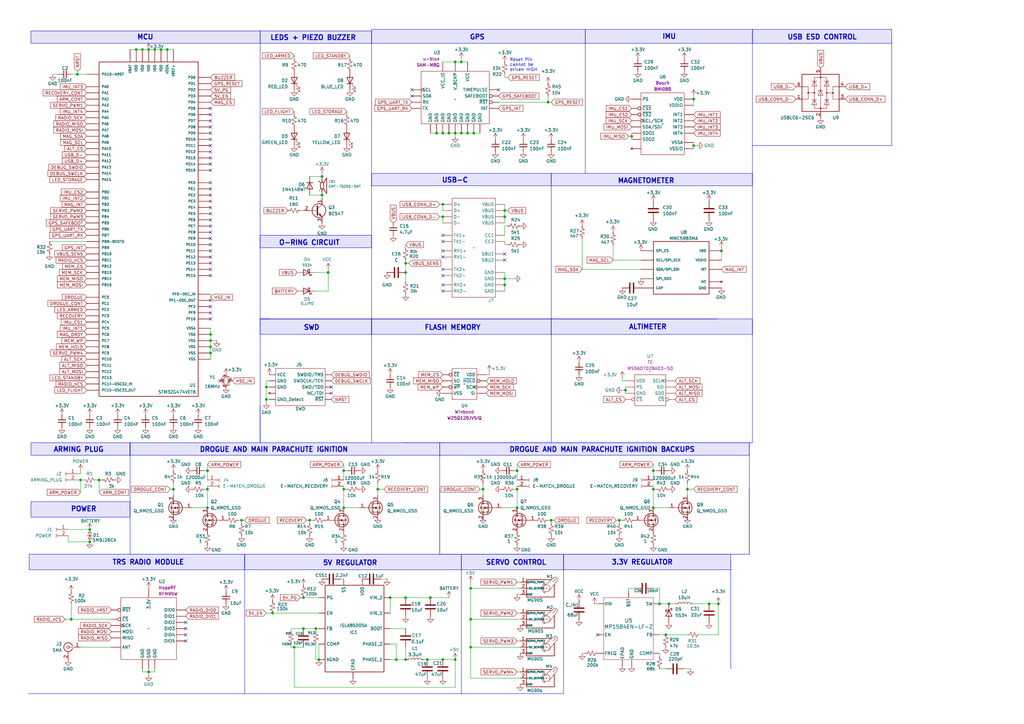
<source format=kicad_sch>
(kicad_sch (version 20250114) (generator "eeschema") (generator_version "9.0")
  (paper "A3")
  (lib_symbols
    (symbol "+3.3V_1" (power) (pin_numbers (hide yes)) (pin_names (offset 0) (hide yes))
      (property "Value" "+3.3V" (at 0 3.556 0))
      (symbol "+3.3V_1_1_1"
        (pin power_in line (at 0 0 90) (length 0) (name "~") (number "1"))
      )
    )
    (symbol "+3.3V_2" (power) (pin_numbers (hide yes)) (pin_names (offset 0) (hide yes))
      (property "Value" "+3.3V" (at 0 3.556 0))
      (symbol "+3.3V_2_1_1"
        (pin power_in line (at 0 0 90) (length 0) (name "~") (number "1"))
      )
    )
    (symbol "+3.3V_3" (power) (pin_numbers (hide yes)) (pin_names (offset 0) (hide yes))
      (property "Value" "+3.3V" (at 0 3.556 0))
      (symbol "+3.3V_3_1_1"
        (pin power_in line (at 0 0 90) (length 0) (name "~") (number "1"))
      )
    )
    (symbol "+3.3V_4" (power) (pin_numbers (hide yes)) (pin_names (offset 0) (hide yes))
      (property "Value" "+3.3V" (at 0 3.556 0))
      (symbol "+3.3V_4_1_1"
        (pin power_in line (at 0 0 90) (length 0) (name "~") (number "1"))
      )
    )
    (symbol "+3.3V_5" (power) (pin_numbers (hide yes)) (pin_names (offset 0) (hide yes))
      (property "Value" "+3.3V" (at 0 3.556 0))
      (symbol "+3.3V_5_1_1"
        (pin power_in line (at 0 0 90) (length 0) (name "~") (number "1"))
      )
    )
    (symbol "+3.3V_6" (power) (pin_numbers (hide yes)) (pin_names (offset 0) (hide yes))
      (property "Value" "+3.3V" (at 0 3.556 0))
      (symbol "+3.3V_6_1_1"
        (pin power_in line (at 0 0 90) (length 0) (name "~") (number "1"))
      )
    )
    (symbol "+3.3V_7" (power) (pin_numbers (hide yes)) (pin_names (offset 0) (hide yes))
      (property "Value" "+3.3V" (at 0 3.556 0))
      (symbol "+3.3V_7_1_1"
        (pin power_in line (at 0 0 90) (length 0) (name "~") (number "1"))
      )
    )
    (symbol "+3.3V_8" (power) (pin_numbers (hide yes)) (pin_names (offset 0) (hide yes))
      (property "Value" "+3.3V" (at 0 3.556 0))
      (symbol "+3.3V_8_1_1"
        (pin power_in line (at 0 0 90) (length 0) (name "~") (number "1"))
      )
    )
    (symbol "CMT-7525S-SMT:CMT-7525S-SMT" (pin_names (offset 1.016))
      (property "Reference" "LS1" (at 3.81 1.0161 0))
      (property "Value" "CMT-7525S-SMT" (at 3.81 -1.5239 0))
      (symbol "CMT-7525S-SMT_1_0"
        (pin passive line (at 0 3.81 270) (length 2.032) (name "~") (number ""))
        (pin passive line (at 0 -3.81 90) (length 2.032) (name "~") (number ""))
      )
      (symbol "CMT-7525S-SMT_1_1"
        (text "+" (at -1.9089 1.2726 0) (effects (font (size 0.9906 0.9906)) (justify left bottom)))
        (text "-" (at -0.508 -2.54 900) (effects (font (size 0.762 0.762)) (justify left bottom)))
      )
    )
    (symbol "Connector:Conn_01x02_Socket" (pin_names (offset 1.016) (hide yes))
      (property "Reference" "J" (at 0 2.54 0))
      (property "Value" "Conn_01x02_Socket" (at 0 -5.08 0))
      (symbol "Conn_01x02_Socket_1_1"
        (pin passive line (at -5.08 0 0) (length 3.81) (name "Pin_1") (number "1"))
        (pin passive line (at -5.08 -2.54 0) (length 3.81) (name "Pin_2") (number "2"))
      )
    )
    (symbol "Connector:Conn_Coaxial" (pin_names (offset 1.016) (hide yes))
      (property "Reference" "J" (at 0.254 3.048 0))
      (property "Value" "Conn_Coaxial" (at 2.921 0 90))
      (symbol "Conn_Coaxial_1_1"
        (pin passive line (at -5.08 0 0) (length 2.54) (name "In") (number "1"))
        (pin passive line (at 0 -5.08 90) (length 2.54) (name "Ext") (number "2"))
      )
    )
    (symbol "Device:C" (pin_numbers (hide yes)) (pin_names (offset 0.254))
      (property "Reference" "C" (at 0.635 2.54 0))
      (property "Value" "C" (at 0.635 -2.54 0))
      (symbol "C_1_1"
        (pin passive line (at 0 3.81 270) (length 2.794) (name "~") (number "1"))
        (pin passive line (at 0 -3.81 90) (length 2.794) (name "~") (number "2"))
      )
    )
    (symbol "Device:C_Small" (pin_numbers (hide yes)) (pin_names (offset 0.254) (hide yes))
      (property "Reference" "C" (at 0.254 1.778 0))
      (property "Value" "C_Small" (at 0.254 -2.032 0))
      (symbol "C_Small_1_1"
        (pin passive line (at 0 2.54 270) (length 2.032) (name "~") (number "1"))
        (pin passive line (at 0 -2.54 90) (length 2.032) (name "~") (number "2"))
      )
    )
    (symbol "Device:Crystal_GND24_Small" (pin_names (offset 1.016) (hide yes))
      (property "Reference" "Y" (at 1.27 4.445 0))
      (property "Value" "Crystal_GND24_Small" (at 1.27 2.54 0))
      (symbol "Crystal_GND24_Small_1_1"
        (pin passive line (at -2.54 0 0) (length 1.27) (name "1") (number "1"))
        (pin passive line (at 0 2.54 270) (length 0.635) (name "4") (number "4"))
        (pin passive line (at 0 -2.54 90) (length 0.635) (name "2") (number "2"))
        (pin passive line (at 2.54 0 180) (length 1.27) (name "3") (number "3"))
      )
    )
    (symbol "Device:L" (pin_numbers (hide yes)) (pin_names (offset 1.016) (hide yes))
      (property "Reference" "L" (at -1.27 0 90))
      (property "Value" "L" (at 1.905 0 90))
      (symbol "L_1_1"
        (pin passive line (at 0 3.81 270) (length 1.27) (name "1") (number "1"))
        (pin passive line (at 0 -3.81 90) (length 1.27) (name "2") (number "2"))
      )
    )
    (symbol "Device:LED" (pin_numbers (hide yes)) (pin_names (offset 1.016) (hide yes))
      (property "Reference" "D" (at 0 2.54 0))
      (property "Value" "LED" (at 0 -2.54 0))
      (symbol "LED_1_1"
        (pin passive line (at -3.81 0 0) (length 2.54) (name "K") (number "1"))
        (pin passive line (at 3.81 0 180) (length 2.54) (name "A") (number "2"))
      )
    )
    (symbol "Device:Q_NMOS_GSD" (pin_names (offset 0) (hide yes))
      (property "Reference" "Q" (at 5.08 1.27 0))
      (property "Value" "Q_NMOS_GSD" (at 5.08 -1.27 0))
      (symbol "Q_NMOS_GSD_1_1"
        (pin input line (at -5.08 0 0) (length 2.54) (name "G") (number "1"))
        (pin passive line (at 2.54 5.08 270) (length 2.54) (name "D") (number "3"))
        (pin passive line (at 2.54 -5.08 90) (length 2.54) (name "S") (number "2"))
      )
    )
    (symbol "Device:R_Small_US" (pin_numbers (hide yes)) (pin_names (offset 0.254) (hide yes))
      (property "Reference" "R" (at 0.762 0.508 0))
      (property "Value" "R_Small_US" (at 0.762 -1.016 0))
      (symbol "R_Small_US_1_1"
        (pin passive line (at 0 2.54 270) (length 1.016) (name "~") (number "1"))
        (pin passive line (at 0 -2.54 90) (length 1.016) (name "~") (number "2"))
      )
    )
    (symbol "Diode:1N4148WT" (pin_numbers (hide yes)) (pin_names (hide yes))
      (property "Reference" "D" (at 0 2.54 0))
      (property "Value" "1N4148WT" (at 0 -2.54 0))
      (symbol "1N4148WT_1_1"
        (pin passive line (at -3.81 0 0) (length 2.54) (name "K") (number "1"))
        (pin passive line (at 3.81 0 180) (length 2.54) (name "A") (number "2"))
      )
    )
    (symbol "Diode:SS34" (pin_numbers (hide yes)) (pin_names (offset 1.016) (hide yes))
      (property "Reference" "D" (at 0 2.54 0))
      (property "Value" "SS34" (at 0 -2.54 0))
      (symbol "SS34_1_1"
        (pin passive line (at -3.81 0 0) (length 2.54) (name "K") (number "1"))
        (pin passive line (at 3.81 0 180) (length 2.54) (name "A") (number "2"))
      )
    )
    (symbol "GND_10" (power) (pin_numbers (hide yes)) (pin_names (offset 0) (hide yes))
      (property "Value" "GND" (at 0 -3.81 0))
      (symbol "GND_10_1_1"
        (pin power_in line (at 0 0 270) (length 0) (name "~") (number "1"))
      )
    )
    (symbol "GND_11" (power) (pin_numbers (hide yes)) (pin_names (offset 0) (hide yes))
      (property "Value" "GND" (at 0 -3.81 0))
      (symbol "GND_11_1_1"
        (pin power_in line (at 0 0 270) (length 0) (name "~") (number "1"))
      )
    )
    (symbol "GND_12" (power) (pin_numbers (hide yes)) (pin_names (offset 0) (hide yes))
      (property "Value" "GND" (at 0 -3.81 0))
      (symbol "GND_12_1_1"
        (pin power_in line (at 0 0 270) (length 0) (name "~") (number "1"))
      )
    )
    (symbol "GND_13" (power) (pin_numbers (hide yes)) (pin_names (offset 0) (hide yes))
      (property "Value" "GND" (at 0 -3.81 0))
      (symbol "GND_13_1_1"
        (pin power_in line (at 0 0 270) (length 0) (name "~") (number "1"))
      )
    )
    (symbol "GND_14" (power) (pin_numbers (hide yes)) (pin_names (offset 0) (hide yes))
      (property "Value" "GND" (at 0 -3.81 0))
      (symbol "GND_14_1_1"
        (pin power_in line (at 0 0 270) (length 0) (name "~") (number "1"))
      )
    )
    (symbol "GND_15" (power) (pin_numbers (hide yes)) (pin_names (offset 0) (hide yes))
      (property "Value" "GND" (at 0 -3.81 0))
      (symbol "GND_15_1_1"
        (pin power_in line (at 0 0 270) (length 0) (name "~") (number "1"))
      )
    )
    (symbol "GND_16" (power) (pin_numbers (hide yes)) (pin_names (offset 0) (hide yes))
      (property "Value" "GND" (at 0 -3.81 0))
      (symbol "GND_16_1_1"
        (pin power_in line (at 0 0 270) (length 0) (name "~") (number "1"))
      )
    )
    (symbol "GND_17" (power) (pin_numbers (hide yes)) (pin_names (offset 0) (hide yes))
      (property "Value" "GND" (at 0 -3.81 0))
      (symbol "GND_17_1_1"
        (pin power_in line (at 0 0 270) (length 0) (name "~") (number "1"))
      )
    )
    (symbol "GND_18" (power) (pin_numbers (hide yes)) (pin_names (offset 0) (hide yes))
      (property "Value" "GND" (at 0 -3.81 0))
      (symbol "GND_18_1_1"
        (pin power_in line (at 0 0 270) (length 0) (name "~") (number "1"))
      )
    )
    (symbol "GND_19" (power) (pin_numbers (hide yes)) (pin_names (offset 0) (hide yes))
      (property "Value" "GND" (at 0 -3.81 0))
      (symbol "GND_19_1_1"
        (pin power_in line (at 0 0 270) (length 0) (name "~") (number "1"))
      )
    )
    (symbol "GND_20" (power) (pin_numbers (hide yes)) (pin_names (offset 0) (hide yes))
      (property "Value" "GND" (at 0 -3.81 0))
      (symbol "GND_20_1_1"
        (pin power_in line (at 0 0 270) (length 0) (name "~") (number "1"))
      )
    )
    (symbol "GND_21" (power) (pin_numbers (hide yes)) (pin_names (offset 0) (hide yes))
      (property "Value" "GND" (at 0 -3.81 0))
      (symbol "GND_21_1_1"
        (pin power_in line (at 0 0 270) (length 0) (name "~") (number "1"))
      )
    )
    (symbol "GND_22" (power) (pin_numbers (hide yes)) (pin_names (offset 0) (hide yes))
      (property "Value" "GND" (at 0 -3.81 0))
      (symbol "GND_22_1_1"
        (pin power_in line (at 0 0 270) (length 0) (name "~") (number "1"))
      )
    )
    (symbol "GND_23" (power) (pin_numbers (hide yes)) (pin_names (offset 0) (hide yes))
      (property "Value" "GND" (at 0 -3.81 0))
      (symbol "GND_23_1_1"
        (pin power_in line (at 0 0 270) (length 0) (name "~") (number "1"))
      )
    )
    (symbol "GND_4" (power) (pin_numbers (hide yes)) (pin_names (offset 0) (hide yes))
      (property "Value" "GND" (at 0 -3.81 0))
      (symbol "GND_4_1_1"
        (pin power_in line (at 0 0 270) (length 0) (name "~") (number "1"))
      )
    )
    (symbol "GND_6" (power) (pin_numbers (hide yes)) (pin_names (offset 0) (hide yes))
      (property "Value" "GND" (at 0 -3.81 0))
      (symbol "GND_6_1_1"
        (pin power_in line (at 0 0 270) (length 0) (name "~") (number "1"))
      )
    )
    (symbol "GND_7" (power) (pin_numbers (hide yes)) (pin_names (offset 0) (hide yes))
      (property "Value" "GND" (at 0 -3.81 0))
      (symbol "GND_7_1_1"
        (pin power_in line (at 0 0 270) (length 0) (name "~") (number "1"))
      )
    )
    (symbol "GND_8" (power) (pin_numbers (hide yes)) (pin_names (offset 0) (hide yes))
      (property "Value" "GND" (at 0 -3.81 0))
      (symbol "GND_8_1_1"
        (pin power_in line (at 0 0 270) (length 0) (name "~") (number "1"))
      )
    )
    (symbol "GND_9" (power) (pin_numbers (hide yes)) (pin_names (offset 0) (hide yes))
      (property "Value" "GND" (at 0 -3.81 0))
      (symbol "GND_9_1_1"
        (pin power_in line (at 0 0 270) (length 0) (name "~") (number "1"))
      )
    )
    (symbol "ISL85005AFRZ-T7A_2"
      (property "Reference" "IC1" (at 16.764 -19.304 0))
      (property "Value" "ISLA85005A" (at 16.764 -16.51 0))
      (symbol "ISL85005AFRZ-T7A_2_1_1"
        (pin passive line (at 2.54 -5.08 0) (length 2.54) (name "PG") (number ""))
        (pin passive line (at 2.54 -11.43 0) (length 2.54) (name "EN") (number ""))
        (pin passive line (at 2.54 -17.78 0) (length 2.54) (name "FB") (number ""))
        (pin passive line (at 2.54 -24.13 0) (length 2.54) (name "COMP") (number ""))
        (pin passive line (at 2.54 -30.48 0) (length 2.54) (name "AGND") (number ""))
        (pin passive line (at 12.7 2.54 270) (length 2.54) (name "SS") (number ""))
        (pin passive line (at 16.51 -38.1 90) (length 2.54) (name "EPAD") (number ""))
        (pin passive line (at 20.32 2.54 270) (length 2.54) (name "VDD") (number ""))
        (pin passive line (at 31.75 -5.08 180) (length 2.54) (name "VIN_2") (number ""))
        (pin passive line (at 31.75 -11.43 180) (length 2.54) (name "VIN_1") (number ""))
        (pin passive line (at 31.75 -17.78 180) (length 2.54) (name "BOOT") (number ""))
        (pin passive line (at 31.75 -24.13 180) (length 2.54) (name "PHASE_2") (number ""))
        (pin passive line (at 31.75 -30.48 180) (length 2.54) (name "PHASE_1") (number ""))
      )
    )
    (symbol "MMC5983MA_2" (pin_names (offset 1.016))
      (property "Reference" "U8" (at -2.794 19.05 0))
      (property "Value" "MMC5983MA" (at -2.794 16.51 0))
      (symbol "MMC5983MA_2_0_0"
        (pin bidirectional line (at -20.32 3.81 0) (length 5.08) (name "SDA/SPI_SDI") (number ""))
        (pin output line (at -20.32 0 0) (length 5.08) (name "SPI_SDO") (number ""))
        (pin passive line (at -20.32 -3.81 0) (length 5.08) (name "CAP") (number ""))
        (pin power_in line (at 12.7 11.43 180) (length 5.08) (name "VDD") (number ""))
        (pin power_in line (at 12.7 7.62 180) (length 5.08) (name "VDDIO") (number ""))
        (pin output line (at 12.7 3.81 180) (length 5.08) (name "INT") (number ""))
        (pin no_connect line (at 12.7 -1.27 180) (length 5.08) (name "NC") (number ""))
        (pin power_in line (at 12.7 -3.81 180) (length 5.08) (name "GND") (number ""))
      )
      (symbol "MMC5983MA_2_1_0"
        (pin input line (at -20.32 11.43 0) (length 5.08) (name "SPI_CS") (number ""))
        (pin input line (at -20.32 7.62 0) (length 5.08) (name "SCL/SPI_SCK") (number ""))
      )
    )
    (symbol "MP1584EN-LF-Z_1" (pin_names (offset 0.254))
      (property "Reference" "U2" (at 26.416 6.35 0))
      (property "Value" "MP1584EN-LF-Z" (at 31.75 -22.606 0))
      (symbol "MP1584EN-LF-Z_1_1_1"
        (pin power_in line (at 5.08 2.54 0) (length 2.54) (name "VIN") (number ""))
        (pin input line (at 5.08 -10.16 0) (length 2.54) (name "EN") (number ""))
        (pin input line (at 5.08 -17.78 0) (length 2.54) (name "FREQ") (number ""))
        (pin power_out line (at 15.24 -22.86 90) (length 2.54) (name "EPAD") (number ""))
        (pin unspecified line (at 17.78 7.62 270) (length 2.54) (name "BST") (number ""))
        (pin power_out line (at 19.05 -22.86 90) (length 2.54) (name "GND") (number ""))
        (pin output line (at 30.48 2.54 180) (length 2.54) (name "SW") (number ""))
        (pin input line (at 30.48 -10.16 180) (length 2.54) (name "FB") (number ""))
        (pin output line (at 30.48 -17.78 180) (length 2.54) (name "COMP") (number ""))
      )
    )
    (symbol "Motor_Servo_1" (pin_names (offset 0.0254))
      (property "Reference" "M1" (at 3.048 4.826 0))
      (property "Value" "MG90S" (at -4.826 -4.826 0))
      (symbol "Motor_Servo_1_1_1"
        (pin passive line (at -7.62 2.54 0) (length 2.54) (name "SERVO_PWM1") (number "1"))
        (pin passive line (at -7.62 0 0) (length 2.54) (name "+5V_SERVOS") (number "2"))
        (pin passive line (at -7.62 -2.54 0) (length 2.54) (name "GND") (number "3"))
      )
    )
    (symbol "Motor_Servo_2" (pin_names (offset 0.0254))
      (property "Reference" "M2" (at 8.89 1.7032 0))
      (property "Value" "Motor_Servo" (at 8.89 -0.8368 0))
      (symbol "Motor_Servo_2_1_1"
        (pin passive line (at -7.62 2.54 0) (length 2.54) (name "SERVO_PWM2") (number "1"))
        (pin passive line (at -7.62 0 0) (length 2.54) (name "+5V_SERVOS") (number "2"))
        (pin passive line (at -7.62 -2.54 0) (length 2.54) (name "GND") (number "3"))
      )
    )
    (symbol "Motor_Servo_3" (pin_names (offset 0.0254))
      (property "Reference" "M3" (at 8.89 1.7032 0))
      (property "Value" "Motor_Servo" (at 8.89 -0.8368 0))
      (symbol "Motor_Servo_3_1_1"
        (pin passive line (at -7.62 2.54 0) (length 2.54) (name "SERVO_PWM3") (number "1"))
        (pin passive line (at -7.62 0 0) (length 2.54) (name "+5V_SERVOS") (number "2"))
        (pin passive line (at -7.62 -2.54 0) (length 2.54) (name "GND") (number "3"))
      )
    )
    (symbol "Motor_Servo_4" (pin_names (offset 0.0254))
      (property "Reference" "M4" (at 8.89 1.7032 0))
      (property "Value" "Motor_Servo" (at 8.89 -0.8368 0))
      (symbol "Motor_Servo_4_1_1"
        (pin passive line (at -7.62 2.54 0) (length 2.54) (name "SERVO_PWM4") (number "1"))
        (pin passive line (at -7.62 0 0) (length 2.54) (name "+5V_SERVOS") (number "2"))
        (pin passive line (at -7.62 -2.54 0) (length 2.54) (name "GND") (number "3"))
      )
    )
    (symbol "Power_Protection:USBLC6-2SC6" (pin_names (hide yes))
      (property "Reference" "U8" (at 7.62 -10.16 0))
      (property "Value" "USBLC6-2SC6" (at -2.54 -10.16 0))
      (symbol "USBLC6-2SC6_1_1"
        (pin passive line (at -10.16 2.54 0) (length 2.54) (name "I/O1") (number "6"))
        (pin passive line (at -10.16 -2.54 0) (length 2.54) (name "I/O1") (number "1"))
        (pin passive line (at 0 10.16 270) (length 2.54) (name "VBUS") (number "5"))
        (pin passive line (at 0 -10.16 90) (length 2.54) (name "GND") (number "2"))
        (pin passive line (at 10.16 2.54 180) (length 2.54) (name "I/O2") (number "4"))
        (pin passive line (at 10.16 -2.54 180) (length 2.54) (name "I/O2") (number "3"))
      )
    )
    (symbol "SMBJ26CA:SMBJ26CA" (pin_numbers (hide yes)) (pin_names (offset 1.016) (hide yes))
      (property "Reference" "D1" (at 0 6.35 0))
      (property "Value" "SMBJ26CA" (at 0 3.81 0))
      (symbol "SMBJ26CA_1_0"
        (pin passive line (at -2.54 0 0) (length 1.27) (name "~") (number ""))
        (pin passive line (at 2.54 0 180) (length 1.27) (name "~") (number ""))
      )
    )
    (symbol "STM32G474VET6:STM32G474VET6" (pin_names (offset 1.016))
      (property "Reference" "U1" (at 16.764 -65.278 0))
      (property "Value" "STM32G474VET6" (at 10.414 -68.072 0))
      (symbol "STM32G474VET6_1_0"
        (pin bidirectional line (at -26.67 62.23 0) (length 5.08) (name "PG10-NRST") (number ""))
        (pin bidirectional line (at -26.67 57.15 0) (length 5.08) (name "PA0") (number ""))
        (pin bidirectional line (at -26.67 54.61 0) (length 5.08) (name "PA1") (number ""))
        (pin bidirectional line (at -26.67 52.07 0) (length 5.08) (name "PA2") (number ""))
        (pin bidirectional line (at -26.67 49.53 0) (length 5.08) (name "PA3") (number ""))
        (pin bidirectional line (at -26.67 46.99 0) (length 5.08) (name "PA4") (number ""))
        (pin bidirectional line (at -26.67 44.45 0) (length 5.08) (name "PA5") (number ""))
        (pin bidirectional line (at -26.67 41.91 0) (length 5.08) (name "PA6") (number ""))
        (pin bidirectional line (at -26.67 39.37 0) (length 5.08) (name "PA7") (number ""))
        (pin bidirectional line (at -26.67 36.83 0) (length 5.08) (name "PA8") (number ""))
        (pin bidirectional line (at -26.67 34.29 0) (length 5.08) (name "PA9") (number ""))
        (pin bidirectional line (at -26.67 31.75 0) (length 5.08) (name "PA10") (number ""))
        (pin bidirectional line (at -26.67 29.21 0) (length 5.08) (name "PA11") (number ""))
        (pin bidirectional line (at -26.67 26.67 0) (length 5.08) (name "PA12") (number ""))
        (pin bidirectional line (at -26.67 24.13 0) (length 5.08) (name "PA13") (number ""))
        (pin bidirectional line (at -26.67 21.59 0) (length 5.08) (name "PA14") (number ""))
        (pin bidirectional line (at -26.67 19.05 0) (length 5.08) (name "PA15") (number ""))
        (pin bidirectional line (at -26.67 13.97 0) (length 5.08) (name "PB0") (number ""))
        (pin bidirectional line (at -26.67 11.43 0) (length 5.08) (name "PB1") (number ""))
        (pin bidirectional line (at -26.67 8.89 0) (length 5.08) (name "PB2") (number ""))
        (pin bidirectional line (at -26.67 6.35 0) (length 5.08) (name "PB3") (number ""))
        (pin bidirectional line (at -26.67 3.81 0) (length 5.08) (name "PB4") (number ""))
        (pin bidirectional line (at -26.67 1.27 0) (length 5.08) (name "PB5") (number ""))
        (pin bidirectional line (at -26.67 -1.27 0) (length 5.08) (name "PB6") (number ""))
        (pin bidirectional line (at -26.67 -3.81 0) (length 5.08) (name "PB7") (number ""))
        (pin bidirectional line (at -26.67 -6.35 0) (length 5.08) (name "PB8-BOOT0") (number ""))
        (pin bidirectional line (at -26.67 -8.89 0) (length 5.08) (name "PB9") (number ""))
        (pin bidirectional line (at -26.67 -11.43 0) (length 5.08) (name "PB10") (number ""))
        (pin bidirectional line (at -26.67 -13.97 0) (length 5.08) (name "PB11") (number ""))
        (pin bidirectional line (at -26.67 -16.51 0) (length 5.08) (name "PB12") (number ""))
        (pin bidirectional line (at -26.67 -19.05 0) (length 5.08) (name "PB13") (number ""))
        (pin bidirectional line (at -26.67 -21.59 0) (length 5.08) (name "PB14") (number ""))
        (pin bidirectional line (at -26.67 -24.13 0) (length 5.08) (name "PB15") (number ""))
        (pin bidirectional line (at -26.67 -29.21 0) (length 5.08) (name "PC0") (number ""))
        (pin bidirectional line (at -26.67 -31.75 0) (length 5.08) (name "PC1") (number ""))
        (pin bidirectional line (at -26.67 -34.29 0) (length 5.08) (name "PC2") (number ""))
        (pin bidirectional line (at -26.67 -36.83 0) (length 5.08) (name "PC3") (number ""))
        (pin bidirectional line (at -26.67 -39.37 0) (length 5.08) (name "PC4") (number ""))
        (pin bidirectional line (at -26.67 -41.91 0) (length 5.08) (name "PC5") (number ""))
        (pin bidirectional line (at -26.67 -44.45 0) (length 5.08) (name "PC6") (number ""))
        (pin bidirectional line (at -26.67 -46.99 0) (length 5.08) (name "PC7") (number ""))
        (pin bidirectional line (at -26.67 -49.53 0) (length 5.08) (name "PC8") (number ""))
        (pin bidirectional line (at -26.67 -52.07 0) (length 5.08) (name "PC9") (number ""))
        (pin bidirectional line (at -26.67 -54.61 0) (length 5.08) (name "PC10") (number ""))
        (pin bidirectional line (at -26.67 -57.15 0) (length 5.08) (name "PC11") (number ""))
        (pin bidirectional line (at -26.67 -59.69 0) (length 5.08) (name "PC12") (number ""))
        (pin bidirectional line (at -26.67 -62.23 0) (length 5.08) (name "PC13") (number ""))
        (pin bidirectional line (at -26.67 -64.77 0) (length 5.08) (name "PC14-OSC32_IN") (number ""))
        (pin bidirectional line (at -26.67 -67.31 0) (length 5.08) (name "PC15-OSC32_OUT") (number ""))
        (pin power_in line (at -8.89 72.39 270) (length 5.08) (name "VBAT") (number ""))
        (pin power_in line (at -6.35 72.39 270) (length 5.08) (name "VDD") (number ""))
        (pin power_in line (at -3.81 72.39 270) (length 5.08) (name "VDD") (number ""))
        (pin power_in line (at -1.27 72.39 270) (length 5.08) (name "VDD") (number ""))
        (pin power_in line (at 1.27 72.39 270) (length 5.08) (name "VDD") (number ""))
        (pin power_in line (at 3.81 72.39 270) (length 5.08) (name "VDD") (number ""))
        (pin power_in line (at 6.35 72.39 270) (length 5.08) (name "VDDA") (number ""))
        (pin power_in line (at 8.89 72.39 270) (length 5.08) (name "VREF+") (number ""))
        (pin bidirectional line (at 24.13 60.96 180) (length 5.08) (name "PD0") (number ""))
        (pin bidirectional line (at 24.13 58.42 180) (length 5.08) (name "PD1") (number ""))
        (pin bidirectional line (at 24.13 55.88 180) (length 5.08) (name "PD2") (number ""))
        (pin bidirectional line (at 24.13 53.34 180) (length 5.08) (name "PD3") (number ""))
        (pin bidirectional line (at 24.13 50.8 180) (length 5.08) (name "PD4") (number ""))
        (pin bidirectional line (at 24.13 48.26 180) (length 5.08) (name "PD5") (number ""))
        (pin bidirectional line (at 24.13 45.72 180) (length 5.08) (name "PD6") (number ""))
        (pin bidirectional line (at 24.13 43.18 180) (length 5.08) (name "PD7") (number ""))
        (pin bidirectional line (at 24.13 40.64 180) (length 5.08) (name "PD8") (number ""))
        (pin bidirectional line (at 24.13 38.1 180) (length 5.08) (name "PD9") (number ""))
        (pin bidirectional line (at 24.13 35.56 180) (length 5.08) (name "PD10") (number ""))
        (pin bidirectional line (at 24.13 33.02 180) (length 5.08) (name "PD11") (number ""))
        (pin bidirectional line (at 24.13 30.48 180) (length 5.08) (name "PD12") (number ""))
        (pin bidirectional line (at 24.13 27.94 180) (length 5.08) (name "PD13") (number ""))
        (pin bidirectional line (at 24.13 25.4 180) (length 5.08) (name "PD14") (number ""))
        (pin bidirectional line (at 24.13 22.86 180) (length 5.08) (name "PD15") (number ""))
        (pin bidirectional line (at 24.13 17.78 180) (length 5.08) (name "PE0") (number ""))
        (pin bidirectional line (at 24.13 15.24 180) (length 5.08) (name "PE1") (number ""))
        (pin bidirectional line (at 24.13 12.7 180) (length 5.08) (name "PE2") (number ""))
        (pin bidirectional line (at 24.13 10.16 180) (length 5.08) (name "PE3") (number ""))
        (pin bidirectional line (at 24.13 7.62 180) (length 5.08) (name "PE4") (number ""))
        (pin bidirectional line (at 24.13 5.08 180) (length 5.08) (name "PE5") (number ""))
        (pin bidirectional line (at 24.13 2.54 180) (length 5.08) (name "PE6") (number ""))
        (pin bidirectional line (at 24.13 0 180) (length 5.08) (name "PE7") (number ""))
        (pin bidirectional line (at 24.13 -2.54 180) (length 5.08) (name "PE8") (number ""))
        (pin bidirectional line (at 24.13 -5.08 180) (length 5.08) (name "PE9") (number ""))
        (pin bidirectional line (at 24.13 -7.62 180) (length 5.08) (name "PE10") (number ""))
        (pin bidirectional line (at 24.13 -10.16 180) (length 5.08) (name "PE11") (number ""))
        (pin bidirectional line (at 24.13 -12.7 180) (length 5.08) (name "PE12") (number ""))
        (pin bidirectional line (at 24.13 -15.24 180) (length 5.08) (name "PE13") (number ""))
        (pin bidirectional line (at 24.13 -17.78 180) (length 5.08) (name "PE14") (number ""))
        (pin bidirectional line (at 24.13 -20.32 180) (length 5.08) (name "PE15") (number ""))
        (pin bidirectional line (at 24.13 -27.94 180) (length 5.08) (name "PF0-OSC_IN") (number ""))
        (pin bidirectional line (at 24.13 -30.48 180) (length 5.08) (name "PF1-OSC_OUT") (number ""))
        (pin bidirectional line (at 24.13 -33.02 180) (length 5.08) (name "PF2") (number ""))
        (pin bidirectional line (at 24.13 -35.56 180) (length 5.08) (name "PF9") (number ""))
        (pin bidirectional line (at 24.13 -38.1 180) (length 5.08) (name "PF10") (number ""))
        (pin power_in line (at 24.13 -41.91 180) (length 5.08) (name "VSSA") (number ""))
        (pin power_in line (at 24.13 -44.45 180) (length 5.08) (name "VSS") (number ""))
        (pin power_in line (at 24.13 -46.99 180) (length 5.08) (name "VSS") (number ""))
        (pin power_in line (at 24.13 -49.53 180) (length 5.08) (name "VSS") (number ""))
        (pin power_in line (at 24.13 -52.07 180) (length 5.08) (name "VSS") (number ""))
        (pin power_in line (at 24.13 -54.61 180) (length 5.08) (name "VSS") (number ""))
      )
    )
    (symbol "Transistor_BJT:BC547" (pin_names (offset 0) (hide yes))
      (property "Reference" "Q" (at 5.08 1.905 0))
      (property "Value" "BC547" (at 5.08 0 0))
      (symbol "BC547_1_1"
        (pin input line (at -5.08 0 0) (length 2.54) (name "B") (number "2"))
        (pin passive line (at 2.54 5.08 270) (length 2.54) (name "C") (number "1"))
        (pin passive line (at 2.54 -5.08 90) (length 2.54) (name "E") (number "3"))
      )
    )
    (symbol "UCIRP-KiCAD-Lib:ARM_Cortex_Debug" (pin_numbers (hide yes))
      (property "Reference" "J5" (at 1.27 8.89 0))
      (property "Value" "SWD" (at 1.27 -8.89 0))
      (symbol "ARM_Cortex_Debug_1_1"
        (pin passive line (at -12.7 5.08 0) (length 2.54) (name "VCC") (number "1"))
        (pin passive line (at -12.7 2.54 0) (length 2.54) (name "GND") (number "3"))
        (pin passive line (at -12.7 0 0) (length 2.54) (name "GND") (number "5"))
        (pin no_connect line (at -12.7 -2.54 0) (length 2.54) (name "") (number "7"))
        (pin passive line (at -12.7 -5.08 0) (length 2.54) (name "GND_Detect") (number "9"))
        (pin passive line (at 12.7 5.08 180) (length 2.54) (name "SWDIO/TMS") (number "2"))
        (pin passive line (at 12.7 2.54 180) (length 2.54) (name "SWDCLK/TCK") (number "4"))
        (pin passive line (at 12.7 0 180) (length 2.54) (name "SWO/TDO") (number "6"))
        (pin passive line (at 12.7 -2.54 180) (length 2.54) (name "NC/TDI") (number "8"))
        (pin passive line (at 12.7 -5.08 180) (length 2.54) (name "~{RST}") (number "10"))
      )
    )
    (symbol "UCIRP-KiCAD-Lib:BMI088" (pin_numbers (hide yes))
      (property "Reference" "U" (at 0 13.97 0))
      (property "Manufacturer" "Bosch" (at 0 0 0))
      (property "Part #" "BMI088" (at 0 0 0))
      (symbol "BMI088_1_1"
        (pin input line (at -12.7 10.16 0) (length 3.81) (name "PS") (number "7"))
        (pin input inverted (at -12.7 6.35 0) (length 3.81) (name "~{CS1}") (number "14"))
        (pin input inverted (at -12.7 3.81 0) (length 3.81) (name "~{CS2}") (number "5"))
        (pin input clock (at -12.7 1.27 0) (length 3.81) (name "SCL/SCK") (number "8"))
        (pin bidirectional line (at -12.7 -1.27 0) (length 3.81) (name "SDA/SDI") (number "9"))
        (pin output line (at -12.7 -3.81 0) (length 3.81) (name "SDO1") (number "15"))
        (pin output line (at -12.7 -6.35 0) (length 3.81) (name "SDO2") (number "10"))
        (pin no_connect line (at -12.7 -10.16 0) (length 3.81) (name "") (number "2"))
        (pin power_in line (at 12.7 10.16 180) (length 3.81) (name "VDD") (number "3"))
        (pin power_in line (at 12.7 7.62 180) (length 3.81) (name "VDDIO") (number "11"))
        (pin bidirectional line (at 12.7 3.81 180) (length 3.81) (name "INT1") (number "16"))
        (pin bidirectional line (at 12.7 1.27 180) (length 3.81) (name "INT2") (number "1"))
        (pin bidirectional line (at 12.7 -1.27 180) (length 3.81) (name "INT3") (number "12"))
        (pin bidirectional line (at 12.7 -3.81 180) (length 3.81) (name "INT4") (number "13"))
        (pin power_in line (at 12.7 -7.62 180) (length 3.81) (name "VSSA") (number "4"))
        (pin power_in line (at 12.7 -10.16 180) (length 3.81) (name "VSSIO") (number "6"))
      )
    )
    (symbol "UCIRP-KiCAD-Lib:MS5607-02BA" (pin_numbers (hide yes))
      (property "Reference" "U" (at 0 7.62 0))
      (property "Manufacturer" "TE" (at 0 0 0))
      (property "Part #" "MS560702BA03-50" (at 0 0 0))
      (symbol "MS5607-02BA_1_1"
        (pin power_in line (at -10.16 3.81 0) (length 3.81) (name "VDD") (number "1"))
        (pin input line (at -10.16 1.27 0) (length 3.81) (name "PS") (number "2"))
        (pin power_in line (at -10.16 -1.27 0) (length 3.81) (name "GND") (number "3"))
        (pin input inverted (at -10.16 -3.81 0) (length 3.81) (name "~{CS}") (number "4"))
        (pin input clock (at 10.16 3.81 180) (length 3.81) (name "SCLK") (number "8"))
        (pin bidirectional line (at 10.16 1.27 180) (length 3.81) (name "SDI") (number "7"))
        (pin output line (at 10.16 -1.27 180) (length 3.81) (name "SDO") (number "6"))
        (pin input inverted (at 10.16 -3.81 180) (length 3.81) (name "~{CS}") (number "5"))
      )
    )
    (symbol "UCIRP-KiCAD-Lib:RFM95W" (pin_numbers (hide yes))
      (property "Reference" "U2" (at 2.54 20.32 0))
      (property "Value" "~" (at 0 0 0))
      (property "Manufacturer" "HopeRF" (at 2.54 17.78 0))
      (property "Part #" "RFM95W" (at 2.54 15.24 0))
      (symbol "RFM95W_1_1"
        (pin input inverted (at -15.24 7.62 0) (length 3.81) (name "~{RST}") (number "6"))
        (pin input inverted (at -15.24 3.81 0) (length 3.81) (name "~{CS}") (number "5"))
        (pin input clock (at -15.24 1.27 0) (length 3.81) (name "SCK") (number "4"))
        (pin input line (at -15.24 -1.27 0) (length 3.81) (name "MOSI") (number "3"))
        (pin output line (at -15.24 -3.81 0) (length 3.81) (name "MISO") (number "2"))
        (pin bidirectional line (at -15.24 -7.62 0) (length 3.81) (name "ANT") (number "9"))
        (pin power_in line (at -2.54 -16.51 90) (length 3.81) (name "GND") (number "1"))
        (pin power_in line (at 0 16.51 270) (length 3.81) (name "3.3V") (number "13"))
        (pin power_in line (at 0 -16.51 90) (length 3.81) (name "GND") (number "8"))
        (pin power_in line (at 2.54 -16.51 90) (length 3.81) (name "GND") (number "10"))
        (pin bidirectional line (at 15.24 7.62 180) (length 3.81) (name "DIO0") (number "14"))
        (pin bidirectional line (at 15.24 5.08 180) (length 3.81) (name "DIO1") (number "15"))
        (pin bidirectional line (at 15.24 2.54 180) (length 3.81) (name "DIO2") (number "16"))
        (pin bidirectional line (at 15.24 0 180) (length 3.81) (name "DIO3") (number "11"))
        (pin bidirectional line (at 15.24 -2.54 180) (length 3.81) (name "DIO4") (number "12"))
        (pin bidirectional line (at 15.24 -5.08 180) (length 3.81) (name "DIO5") (number "7"))
      )
    )
    (symbol "UCIRP-KiCAD-Lib:SAM-M8Q" (pin_numbers (hide yes))
      (property "Reference" "U3" (at -8.89 17.78 0))
      (property "Value" "~" (at 0 -1.27 0))
      (property "Manufacturer" "u-blox" (at -6.35 15.24 0))
      (property "Part #" "SAM-M8Q" (at -6.35 12.7 0))
      (symbol "SAM-M8Q_1_1"
        (pin input clock (at -17.78 2.54 0) (length 3.81) (name "SCL") (number "12"))
        (pin bidirectional line (at -17.78 0 0) (length 3.81) (name "SDA") (number "9"))
        (pin input line (at -17.78 -2.54 0) (length 3.81) (name "RX") (number "14"))
        (pin output line (at -17.78 -5.08 0) (length 3.81) (name "TX") (number "13"))
        (pin power_in line (at -10.16 -15.24 90) (length 3.81) (name "GND") (number "1"))
        (pin power_in line (at -7.62 -15.24 90) (length 3.81) (name "GND") (number "4"))
        (pin power_in line (at -5.08 13.97 270) (length 3.81) (name "VCC_IO") (number "2"))
        (pin power_in line (at -5.08 -15.24 90) (length 3.81) (name "GND") (number "5"))
        (pin power_in line (at -2.54 -15.24 90) (length 3.81) (name "GND") (number "6"))
        (pin power_in line (at 0 13.97 270) (length 3.81) (name "V_BCKP") (number "3"))
        (pin power_in line (at 0 -15.24 90) (length 3.81) (name "GND") (number "10"))
        (pin power_in line (at 2.54 -15.24 90) (length 3.81) (name "GND") (number "11"))
        (pin power_in line (at 5.08 13.97 270) (length 3.81) (name "VCC") (number "17"))
        (pin power_in line (at 5.08 -15.24 90) (length 3.81) (name "GND") (number "15"))
        (pin power_in line (at 7.62 -15.24 90) (length 3.81) (name "GND") (number "16"))
        (pin power_in line (at 10.16 -15.24 90) (length 3.81) (name "GND") (number "20"))
        (pin output line (at 17.78 2.54 180) (length 3.81) (name "TIMEPULSE") (number "7"))
        (pin input inverted (at 17.78 0 180) (length 3.81) (name "SAFEBOOT") (number "8"))
        (pin input inverted (at 17.78 -2.54 180) (length 3.81) (name "~{RST}") (number "18"))
        (pin input line (at 17.78 -5.08 180) (length 3.81) (name "INT") (number "19"))
      )
    )
    (symbol "UCIRP-KiCAD-Lib:SST25VF016B" (pin_numbers (hide yes))
      (property "Reference" "U" (at 0 7.62 0))
      (property "Manufacturer" "Microchip" (at 0 0 0))
      (property "Part #" "SST25VF016B-50-4I-S2AF" (at 0 0 0))
      (symbol "SST25VF016B_1_1"
        (pin input inverted (at -8.89 3.81 0) (length 3.81) (name "~{CE}") (number "1"))
        (pin output line (at -8.89 1.27 0) (length 3.81) (name "SO") (number "2"))
        (pin input inverted (at -8.89 -1.27 0) (length 3.81) (name "~{WP}") (number "3"))
        (pin power_in line (at -8.89 -3.81 0) (length 3.81) (name "VSS") (number "4"))
        (pin power_in line (at 8.89 3.81 180) (length 3.81) (name "VDD") (number "8"))
        (pin input inverted (at 8.89 1.27 180) (length 3.81) (name "~{HOLD}") (number "7"))
        (pin input clock (at 8.89 -1.27 180) (length 3.81) (name "SCK") (number "6"))
        (pin input line (at 8.89 -3.81 180) (length 3.81) (name "SI") (number "5"))
      )
    )
    (symbol "UCIRP-KiCAD-Lib:USB-C" (pin_numbers (hide yes))
      (property "Reference" "J" (at 0 21.59 0))
      (symbol "USB-C_1_1"
        (pin bidirectional line (at -12.7 17.78 0) (length 3.81) (name "D+") (number "A6"))
        (pin bidirectional line (at -12.7 15.24 0) (length 3.81) (name "D+") (number "B6"))
        (pin bidirectional line (at -12.7 12.7 0) (length 3.81) (name "D-") (number "A7"))
        (pin bidirectional line (at -12.7 10.16 0) (length 3.81) (name "D-") (number "B7"))
        (pin bidirectional line (at -12.7 5.08 0) (length 3.81) (name "TX1+") (number "A2"))
        (pin bidirectional line (at -12.7 2.54 0) (length 3.81) (name "TX1-") (number "A3"))
        (pin bidirectional line (at -12.7 -1.27 0) (length 3.81) (name "RX1+") (number "B11"))
        (pin bidirectional line (at -12.7 -3.81 0) (length 3.81) (name "RX1-") (number "B10"))
        (pin bidirectional line (at -12.7 -8.89 0) (length 3.81) (name "TX2+") (number "B2"))
        (pin bidirectional line (at -12.7 -11.43 0) (length 3.81) (name "TX2-") (number "B3"))
        (pin bidirectional line (at -12.7 -15.24 0) (length 3.81) (name "RX2+") (number "A11"))
        (pin bidirectional line (at -12.7 -17.78 0) (length 3.81) (name "RX2-") (number "A10"))
        (pin passive line (at 12.7 17.78 180) (length 3.81) (name "VBUS") (number "A4"))
        (pin passive line (at 12.7 15.24 180) (length 3.81) (name "VBUS") (number "A9"))
        (pin passive line (at 12.7 12.7 180) (length 3.81) (name "VBUS") (number "B4"))
        (pin passive line (at 12.7 10.16 180) (length 3.81) (name "VBUS") (number "B9"))
        (pin bidirectional line (at 12.7 5.08 180) (length 3.81) (name "CC1") (number "A5"))
        (pin bidirectional line (at 12.7 2.54 180) (length 3.81) (name "CC2") (number "B5"))
        (pin passive line (at 12.7 -2.54 180) (length 3.81) (name "SBU1") (number "A8"))
        (pin passive line (at 12.7 -5.08 180) (length 3.81) (name "SBU2") (number "B8"))
        (pin passive line (at 12.7 -10.16 180) (length 3.81) (name "GND") (number "A1"))
        (pin passive line (at 12.7 -12.7 180) (length 3.81) (name "GND") (number "A12"))
        (pin passive line (at 12.7 -15.24 180) (length 3.81) (name "GND") (number "B1"))
        (pin passive line (at 12.7 -17.78 180) (length 3.81) (name "GND") (number "B12"))
      )
    )
    (symbol "VCC_1" (power) (pin_numbers (hide yes)) (pin_names (offset 0) (hide yes))
      (property "Value" "VCC" (at 0 3.556 0))
      (symbol "VCC_1_1_1"
        (pin power_in line (at 0 0 90) (length 0) (name "~") (number "1"))
      )
    )
    (symbol "power:+3.3V" (power) (pin_names (offset 0))
      (property "Value" "+3.3V" (at 0 3.556 0))
      (symbol "+3.3V_1_1"
        (pin power_in line (at 0 0 90) (length 0) (hide yes) (name "+3.3V") (number "1"))
      )
    )
    (symbol "power:+5V" (power) (pin_numbers (hide yes)) (pin_names (offset 0) (hide yes))
      (property "Value" "+5V" (at 0 3.556 0))
      (symbol "+5V_1_1"
        (pin power_in line (at 0 0 90) (length 0) (name "~") (number "1"))
      )
    )
    (symbol "power:GND" (power) (pin_names (offset 0))
      (property "Value" "GND" (at 0 -3.81 0))
      (symbol "GND_1_1"
        (pin power_in line (at 0 0 270) (length 0) (hide yes) (name "GND") (number "1"))
      )
    )
    (symbol "power:VCC" (power) (pin_names (offset 0))
      (property "Value" "VCC" (at 0 3.81 0))
      (symbol "VCC_1_1"
        (pin power_in line (at 0 0 90) (length 0) (hide yes) (name "VCC") (number "1"))
      )
    )
  )
  (rectangle (start 12.7 205.74) (end 53.34 212.09) (fill (type color) (color 20 0 205 0.11)))
  (rectangle (start 240.03 12.065) (end 308.61 17.78) (fill (type color) (color 20 0 205 0.11)))
  (rectangle (start 106.68 12.7) (end 152.4 17.78) (fill (type color) (color 20 0 205 0.11)))
  (rectangle (start 152.4 71.12) (end 226.06 76.2) (fill (type color) (color 20 0 205 0.11)))
  (rectangle (start 11.938 227.33) (end 100.33 233.68) (fill (type color) (color 20 0 205 0.11)))
  (rectangle (start 12.7 12.7) (end 106.68 17.78) (fill (type color) (color 20 0 205 0.11)))
  (rectangle (start 53.34 181.61) (end 180.34 186.69) (fill (type color) (color 20 0 205 0.11)))
  (rectangle (start 152.4 12.065) (end 240.03 17.78) (fill (type color) (color 20 0 205 0.11)))
  (rectangle (start 12.7 181.61) (end 53.34 186.69) (fill (type color) (color 20 0 205 0.11)))
  (rectangle (start 308.61 12.065) (end 365.76 17.78) (fill (type color) (color 20 0 205 0.11)))
  (rectangle (start 189.23 227.33) (end 231.14 233.68) (fill (type color) (color 20 0 205 0.11)))
  (rectangle (start 231.14 227.33) (end 299.72 233.68) (fill (type color) (color 20 0 205 0.11)))
  (rectangle (start 152.4 130.81) (end 226.06 137.16) (fill (type color) (color 20 0 205 0.11)))
  (rectangle (start 106.68 130.81) (end 152.4 137.16) (fill (type color) (color 20 0 205 0.11)))
  (rectangle (start 226.06 71.12) (end 308.61 76.2) (fill (type color) (color 20 0 205 0.11)))
  (rectangle (start 100.33 227.33) (end 189.23 233.68) (fill (type color) (color 20 0 205 0.11)))
  (rectangle (start 226.06 130.81) (end 308.61 137.16) (fill (type color) (color 20 0 205 0.11)))
  (rectangle (start 106.68 96.52) (end 152.4 101.6) (fill (type color) (color 20 0 205 0.11)))
  (rectangle (start 180.34 181.61) (end 307.34 186.69) (fill (type color) (color 20 0 205 0.11)))
  (text "POWER" (at 28.956 210.058 0) (effects (font (size 2 2) (thickness 0.4) (bold yes)) (justify left bottom)))
  (text "TRS RADIO MODULE\n" (at 45.974 231.902 0) (effects (font (size 2 2) (thickness 0.4) (bold yes)) (justify left bottom)))
  (text "USB ESD CONTROL" (at 322.834 16.51 0) (effects (font (size 2 2) (thickness 0.4) (bold yes)) (justify left bottom)))
  (text "SWD" (at 124.46 135.636 0) (effects (font (size 2 2) (thickness 0.4) (bold yes)) (justify left bottom)))
  (text "MCU" (at 56.134 16.51 0) (effects (font (size 2 2) (thickness 0.4) (bold yes)) (justify left bottom)))
  (text "ALTIMETER" (at 257.81 135.382 0) (effects (font (size 2 2) (thickness 0.4) (bold yes)) (justify left bottom)))
  (text "5V REGULATOR\n" (at 132.334 232.156 0) (effects (font (size 2 2) (thickness 0.4) (bold yes)) (justify left bottom)))
  (text "DROGUE AND MAIN PARACHUTE IGNITION BACKUPS\n" (at 208.788 185.674 0) (effects (font (size 2 2) (thickness 0.4) (bold yes)) (justify left bottom)))
  (text "Reset Pin\ncannot be\ndriven HIGH" (at 209.042 29.464 0) (effects (font (size 1.27 1.27)) (justify left bottom)))
  (text "O-RING CIRCUIT\n" (at 114.3 100.838 0) (effects (font (size 2 2) (thickness 0.4) (bold yes)) (justify left bottom)))
  (text "GPS" (at 192.532 16.51 0) (effects (font (size 2 2) (thickness 0.4) (bold yes)) (justify left bottom)))
  (text "IMU" (at 271.526 16.256 0) (effects (font (size 2 2) (thickness 0.4) (bold yes)) (justify left bottom)))
  (text "MAGNETOMETER" (at 253.238 75.438 0) (effects (font (size 2 2) (thickness 0.4) (bold yes)) (justify left bottom)))
  (text "FLASH MEMORY" (at 173.99 135.636 0) (effects (font (size 2 2) (thickness 0.4) (bold yes)) (justify left bottom)))
  (text "ARMING PLUG" (at 21.844 185.674 0) (effects (font (size 2 2) (thickness 0.4) (bold yes)) (justify left bottom)))
  (text "SERVO CONTROL\n \n" (at 199.136 235.204 0) (effects (font (size 2 2) (thickness 0.4) (bold yes)) (justify left bottom)))
  (text "USB-C" (at 181.102 75.184 0) (effects (font (size 2 2) (thickness 0.4) (bold yes)) (justify left bottom)))
  (text "LEDS + PIEZO BUZZER" (at 110.744 16.764 0) (effects (font (size 2 2) (thickness 0.4) (bold yes)) (justify left bottom)))
  (text "DROGUE AND MAIN PARACHUTE IGNITION" (at 81.788 185.674 0) (effects (font (size 2 2) (thickness 0.4) (bold yes)) (justify left bottom)))
  (text "3.3V REGULATOR\n" (at 250.698 231.902 0) (effects (font (size 2 2) (thickness 0.4) (bold yes)) (justify left bottom)))
  (junction (at 85.09 200.66))
  (junction (at 40.64 196.85))
  (junction (at 120.65 265.43))
  (junction (at 124.46 257.81))
  (junction (at 60.96 275.59))
  (junction (at 166.37 245.11))
  (junction (at 259.08 55.88))
  (junction (at 109.22 158.75))
  (junction (at 284.48 59.69))
  (junction (at 184.15 54.61))
  (junction (at 186.69 54.61))
  (junction (at 176.53 245.11))
  (junction (at 33.02 196.85))
  (junction (at 273.05 260.35))
  (junction (at 179.07 54.61))
  (junction (at 175.26 270.51))
  (junction (at 193.04 241.3))
  (junction (at 189.23 25.4))
  (junction (at 86.36 144.78))
  (junction (at 186.69 270.51))
  (junction (at 193.04 265.43))
  (junction (at 31.75 30.48))
  (junction (at 162.56 270.51))
  (junction (at 193.04 254))
  (junction (at 140.97 193.04))
  (junction (at 36.83 217.17))
  (junction (at 58.42 20.32))
  (junction (at 71.12 200.66))
  (junction (at 295.91 102.87))
  (junction (at 132.08 72.39))
  (junction (at 166.37 107.95))
  (junction (at 86.36 142.24))
  (junction (at 60.96 20.32))
  (junction (at 127 213.36))
  (junction (at 207.01 116.84))
  (junction (at 212.09 200.66))
  (junction (at 85.09 208.28))
  (junction (at 140.97 208.28))
  (junction (at 224.79 41.91))
  (junction (at 130.81 270.51))
  (junction (at 132.08 80.01))
  (junction (at 284.48 40.64))
  (junction (at 68.58 20.32))
  (junction (at 66.04 20.32))
  (junction (at 55.88 20.32))
  (junction (at 274.32 247.65))
  (junction (at 109.22 163.83))
  (junction (at 29.21 254))
  (junction (at 270.51 247.65))
  (junction (at 166.37 111.76))
  (junction (at 63.5 20.32))
  (junction (at 207.01 114.3))
  (junction (at 281.94 200.66))
  (junction (at 226.06 213.36))
  (junction (at 212.09 193.04))
  (junction (at 186.69 25.4))
  (junction (at 194.31 54.61))
  (junction (at 86.36 139.7))
  (junction (at 207.01 86.36))
  (junction (at 160.02 245.11))
  (junction (at 191.77 54.61))
  (junction (at 181.61 54.61))
  (junction (at 181.61 83.82))
  (junction (at 85.09 193.04))
  (junction (at 140.97 200.66))
  (junction (at 124.46 245.11))
  (junction (at 99.06 213.36))
  (junction (at 154.94 200.66))
  (junction (at 36.83 222.25))
  (junction (at 256.54 160.02))
  (junction (at 290.83 247.65))
  (junction (at 212.09 208.28))
  (junction (at 294.64 247.65))
  (junction (at 189.23 54.61))
  (junction (at 181.61 88.9))
  (junction (at 207.01 88.9))
  (junction (at 129.54 257.81))
  (junction (at 198.12 200.66))
  (junction (at 86.36 137.16))
  (junction (at 166.37 270.51))
  (junction (at 181.61 270.51))
  (junction (at 267.97 193.04))
  (junction (at 267.97 200.66))
  (junction (at 134.62 111.76))
  (junction (at 267.97 208.28))
  (junction (at 254 213.36))
  (junction (at 111.76 251.46))
  (no_connect (at 86.36 64.77))
  (no_connect (at 86.36 130.81))
  (no_connect (at 86.36 123.19))
  (no_connect (at 86.36 52.07))
  (no_connect (at 86.36 110.49))
  (no_connect (at 168.91 39.37))
  (no_connect (at 76.2 255.27))
  (no_connect (at 86.36 85.09))
  (no_connect (at 86.36 87.63))
  (no_connect (at 76.2 260.35))
  (no_connect (at 181.61 102.87))
  (no_connect (at 90.17 156.21))
  (no_connect (at 86.36 113.03))
  (no_connect (at 181.61 116.84))
  (no_connect (at 86.36 128.27))
  (no_connect (at 86.36 57.15))
  (no_connect (at 86.36 107.95))
  (no_connect (at 168.91 36.83))
  (no_connect (at 204.47 36.83))
  (no_connect (at 181.61 99.06))
  (no_connect (at 86.36 80.01))
  (no_connect (at 181.61 105.41))
  (no_connect (at 86.36 125.73))
  (no_connect (at 181.61 96.52))
  (no_connect (at 245.11 260.35))
  (no_connect (at 181.61 119.38))
  (no_connect (at 86.36 102.87))
  (no_connect (at 86.36 90.17))
  (no_connect (at 86.36 59.69))
  (no_connect (at 181.61 113.03))
  (no_connect (at 86.36 77.47))
  (no_connect (at 86.36 49.53))
  (no_connect (at 86.36 67.31))
  (no_connect (at 86.36 92.71))
  (no_connect (at 86.36 54.61))
  (no_connect (at 135.89 158.75))
  (no_connect (at 181.61 110.49))
  (no_connect (at 207.01 104.14))
  (no_connect (at 86.36 74.93))
  (no_connect (at 86.36 69.85))
  (no_connect (at 76.2 257.81))
  (no_connect (at 86.36 105.41))
  (no_connect (at 86.36 97.79))
  (no_connect (at 86.36 82.55))
  (no_connect (at 86.36 62.23))
  (no_connect (at 76.2 262.89))
  (no_connect (at 86.36 100.33))
  (no_connect (at 86.36 44.45))
  (no_connect (at 86.36 46.99))
  (no_connect (at 135.89 161.29))
  (no_connect (at 207.01 106.68))
  (no_connect (at 86.36 95.25))
  (wire (pts (xy 269.24 200.66) (xy 267.97 200.66)))
  (wire (pts (xy 256.54 160.02) (xy 256.54 158.75)))
  (wire (pts (xy 284.48 39.37) (xy 284.48 40.64)))
  (wire (pts (xy 31.75 29.21) (xy 31.75 30.48)))
  (polyline (pts (xy 180.34 200.025) (xy 180.34 227.33)))
  (wire (pts (xy 256.54 156.21) (xy 255.27 156.21)))
  (wire (pts (xy 284.48 59.69) (xy 284.48 60.96)))
  (wire (pts (xy 226.06 213.36) (xy 227.33 213.36)))
  (wire (pts (xy 259.08 54.61) (xy 259.08 55.88)))
  (wire (pts (xy 55.88 20.32) (xy 58.42 20.32)))
  (wire (pts (xy 173.99 270.51) (xy 175.26 270.51)))
  (wire (pts (xy 129.54 270.51) (xy 130.81 270.51)))
  (wire (pts (xy 60.96 275.59) (xy 60.96 276.86)))
  (wire (pts (xy 196.85 200.66) (xy 198.12 200.66)))
  (wire (pts (xy 193.04 265.43) (xy 193.04 278.13)))
  (polyline (pts (xy 365.76 15.875) (xy 365.76 59.69)))
  (wire (pts (xy 109.22 163.83) (xy 110.49 163.83)))
  (wire (pts (xy 40.64 196.85) (xy 40.64 201.93)))
  (wire (pts (xy 31.75 196.85) (xy 33.02 196.85)))
  (wire (pts (xy 207.01 116.84) (xy 207.01 119.38)))
  (wire (pts (xy 207.01 111.76) (xy 207.01 114.3)))
  (wire (pts (xy 119.38 257.81) (xy 124.46 257.81)))
  (wire (pts (xy 40.64 196.85) (xy 41.91 196.85)))
  (wire (pts (xy 199.39 153.67) (xy 200.66 153.67)))
  (wire (pts (xy 58.42 274.32) (xy 58.42 275.59)))
  (wire (pts (xy 123.19 245.11) (xy 124.46 245.11)))
  (wire (pts (xy 294.64 247.65) (xy 294.64 260.35)))
  (wire (pts (xy 20.32 99.06) (xy 35.56 99.06)))
  (wire (pts (xy 86.36 120.65) (xy 86.36 121.92)))
  (wire (pts (xy 191.77 54.61) (xy 194.31 54.61)))
  (wire (pts (xy 281.94 198.12) (xy 281.94 200.66)))
  (wire (pts (xy 181.61 88.9) (xy 181.61 91.44)))
  (wire (pts (xy 274.32 247.65) (xy 276.86 247.65)))
  (wire (pts (xy 78.74 208.28) (xy 85.09 208.28)))
  (wire (pts (xy 33.02 193.04) (xy 33.02 194.31)))
  (wire (pts (xy 142.24 45.72) (xy 142.24 46.99)))
  (wire (pts (xy 274.32 208.28) (xy 267.97 208.28)))
  (polyline (pts (xy 307.34 200.66) (xy 307.34 227.33)))
  (wire (pts (xy 175.26 270.51) (xy 181.61 270.51)))
  (wire (pts (xy 71.12 198.12) (xy 71.12 200.66)))
  (wire (pts (xy 140.97 190.5) (xy 140.97 193.04)))
  (wire (pts (xy 207.01 114.3) (xy 210.82 114.3)))
  (polyline (pts (xy 240.03 12.7) (xy 240.03 71.12)))
  (polyline (pts (xy 106.68 166.37) (xy 106.68 181.61)))
  (wire (pts (xy 140.97 200.66) (xy 140.97 208.28)))
  (polyline (pts (xy 307.34 194.31) (xy 307.34 227.33)))
  (polyline (pts (xy 180.34 181.61) (xy 180.34 193.675)))
  (wire (pts (xy 254 213.36) (xy 254 214.63)))
  (wire (pts (xy 207.01 86.36) (xy 208.28 86.36)))
  (wire (pts (xy 83.82 200.66) (xy 85.09 200.66)))
  (wire (pts (xy 109.22 158.75) (xy 109.22 156.21)))
  (wire (pts (xy 193.04 254) (xy 213.36 254)))
  (wire (pts (xy 204.47 41.91) (xy 224.79 41.91)))
  (wire (pts (xy 259.08 55.88) (xy 259.08 57.15)))
  (wire (pts (xy 29.21 30.48) (xy 31.75 30.48)))
  (wire (pts (xy 140.97 193.04) (xy 140.97 196.85)))
  (wire (pts (xy 213.36 243.84) (xy 212.09 243.84)))
  (wire (pts (xy 181.61 83.82) (xy 181.61 86.36)))
  (wire (pts (xy 284.48 200.66) (xy 281.94 200.66)))
  (wire (pts (xy 111.76 251.46) (xy 130.81 251.46)))
  (wire (pts (xy 142.24 193.04) (xy 140.97 193.04)))
  (wire (pts (xy 284.48 59.69) (xy 285.75 59.69)))
  (wire (pts (xy 179.07 54.61) (xy 181.61 54.61)))
  (polyline (pts (xy 365.76 59.69) (xy 308.61 59.69)))
  (polyline (pts (xy 180.34 193.675) (xy 180.34 227.33)))
  (wire (pts (xy 212.09 251.46) (xy 213.36 251.46)))
  (wire (pts (xy 207.01 30.48) (xy 207.01 31.75)))
  (wire (pts (xy 210.82 200.66) (xy 212.09 200.66)))
  (wire (pts (xy 193.04 278.13) (xy 213.36 278.13)))
  (polyline (pts (xy 53.34 227.33) (xy 53.34 181.61)))
  (wire (pts (xy 176.53 245.11) (xy 184.15 245.11)))
  (wire (pts (xy 281.94 200.66) (xy 281.94 203.2)))
  (wire (pts (xy 154.94 198.12) (xy 154.94 200.66)))
  (wire (pts (xy 180.34 83.82) (xy 181.61 83.82)))
  (wire (pts (xy 120.65 265.43) (xy 120.65 281.94)))
  (wire (pts (xy 210.82 193.04) (xy 212.09 193.04)))
  (wire (pts (xy 207.01 114.3) (xy 207.01 116.84)))
  (wire (pts (xy 180.34 88.9) (xy 181.61 88.9)))
  (wire (pts (xy 267.97 200.66) (xy 267.97 208.28)))
  (wire (pts (xy 160.02 245.11) (xy 166.37 245.11)))
  (wire (pts (xy 53.34 20.32) (xy 55.88 20.32)))
  (wire (pts (xy 212.09 262.89) (xy 213.36 262.89)))
  (wire (pts (xy 189.23 54.61) (xy 191.77 54.61)))
  (wire (pts (xy 295.91 101.6) (xy 295.91 102.87)))
  (wire (pts (xy 166.37 107.95) (xy 166.37 111.76)))
  (wire (pts (xy 154.94 213.36) (xy 154.94 212.09)))
  (wire (pts (xy 33.02 196.85) (xy 34.29 196.85)))
  (wire (pts (xy 166.37 111.76) (xy 166.37 115.57)))
  (wire (pts (xy 154.94 200.66) (xy 154.94 203.2)))
  (wire (pts (xy 142.24 200.66) (xy 140.97 200.66)))
  (wire (pts (xy 66.04 20.32) (xy 68.58 20.32)))
  (wire (pts (xy 86.36 137.16) (xy 86.36 134.62)))
  (wire (pts (xy 120.65 265.43) (xy 124.46 265.43)))
  (wire (pts (xy 134.62 111.76) (xy 134.62 119.38)))
  (wire (pts (xy 198.12 198.12) (xy 198.12 200.66)))
  (wire (pts (xy 129.54 264.16) (xy 129.54 270.51)))
  (wire (pts (xy 198.12 200.66) (xy 198.12 203.2)))
  (wire (pts (xy 207.01 86.36) (xy 207.01 88.9)))
  (wire (pts (xy 200.66 153.67) (xy 200.66 152.4)))
  (wire (pts (xy 140.97 237.49) (xy 139.7 237.49)))
  (wire (pts (xy 156.21 237.49) (xy 158.75 237.49)))
  (polyline (pts (xy 106.68 17.78) (xy 106.68 181.61)))
  (wire (pts (xy 29.21 247.65) (xy 29.21 254)))
  (wire (pts (xy 31.75 30.48) (xy 35.56 30.48)))
  (wire (pts (xy 167.64 107.95) (xy 166.37 107.95)))
  (wire (pts (xy 86.36 144.78) (xy 86.36 147.32)))
  (wire (pts (xy 166.37 101.6) (xy 166.37 100.33)))
  (wire (pts (xy 29.21 254) (xy 45.72 254)))
  (wire (pts (xy 181.61 270.51) (xy 186.69 270.51)))
  (wire (pts (xy 252.73 213.36) (xy 254 213.36)))
  (wire (pts (xy 143.51 22.86) (xy 143.51 24.13)))
  (wire (pts (xy 166.37 106.68) (xy 166.37 107.95)))
  (polyline (pts (xy 100.33 227.33) (xy 100.33 284.48)))
  (wire (pts (xy 281.94 213.36) (xy 281.94 212.09)))
  (wire (pts (xy 189.23 25.4) (xy 191.77 25.4)))
  (polyline (pts (xy 226.06 71.12) (xy 226.06 181.61)))
  (wire (pts (xy 160.02 245.11) (xy 160.02 251.46)))
  (wire (pts (xy 283.21 274.32) (xy 280.67 274.32)))
  (polyline (pts (xy 189.23 232.41) (xy 189.23 284.48)))
  (wire (pts (xy 290.83 247.65) (xy 294.64 247.65)))
  (wire (pts (xy 226.06 213.36) (xy 226.06 214.63)))
  (wire (pts (xy 284.48 58.42) (xy 284.48 59.69)))
  (wire (pts (xy 267.97 190.5) (xy 267.97 193.04)))
  (wire (pts (xy 109.22 158.75) (xy 110.49 158.75)))
  (polyline (pts (xy 11.43 284.48) (xy 189.23 284.48)))
  (wire (pts (xy 212.09 200.66) (xy 212.09 208.28)))
  (wire (pts (xy 119.38 257.81) (xy 119.38 259.08)))
  (wire (pts (xy 198.12 213.36) (xy 198.12 212.09)))
  (wire (pts (xy 119.38 264.16) (xy 119.38 265.43)))
  (wire (pts (xy 129.54 257.81) (xy 130.81 257.81)))
  (wire (pts (xy 68.58 20.32) (xy 71.12 20.32)))
  (wire (pts (xy 60.96 275.59) (xy 63.5 275.59)))
  (wire (pts (xy 207.01 92.71) (xy 207.01 96.52)))
  (wire (pts (xy 147.32 208.28) (xy 140.97 208.28)))
  (wire (pts (xy 176.53 54.61) (xy 179.07 54.61)))
  (wire (pts (xy 63.5 20.32) (xy 66.04 20.32)))
  (wire (pts (xy 124.46 245.11) (xy 130.81 245.11)))
  (wire (pts (xy 111.76 251.46) (xy 109.22 251.46)))
  (wire (pts (xy 58.42 275.59) (xy 60.96 275.59)))
  (wire (pts (xy 269.24 193.04) (xy 267.97 193.04)))
  (wire (pts (xy 129.54 257.81) (xy 129.54 259.08)))
  (polyline (pts (xy 151.13 130.81) (xy 294.005 130.81)))
  (wire (pts (xy 212.09 275.59) (xy 213.36 275.59)))
  (wire (pts (xy 194.31 54.61) (xy 196.85 54.61)))
  (wire (pts (xy 255.27 156.21) (xy 255.27 154.94)))
  (polyline (pts (xy 307.34 181.61) (xy 307.34 194.31)))
  (wire (pts (xy 120.65 45.72) (xy 120.65 46.99)))
  (wire (pts (xy 99.06 213.36) (xy 100.33 213.36)))
  (wire (pts (xy 109.22 156.21) (xy 110.49 156.21)))
  (polyline (pts (xy 299.72 229.87) (xy 299.72 274.32)))
  (wire (pts (xy 193.04 265.43) (xy 213.36 265.43)))
  (polyline (pts (xy 180.34 227.33) (xy 307.34 227.33)))
  (wire (pts (xy 120.65 22.86) (xy 120.65 24.13)))
  (wire (pts (xy 132.08 71.12) (xy 132.08 72.39)))
  (polyline (pts (xy 231.14 233.68) (xy 231.14 284.48)))
  (polyline (pts (xy 152.4 17.78) (xy 152.4 181.61)))
  (wire (pts (xy 181.61 54.61) (xy 184.15 54.61)))
  (wire (pts (xy 186.69 270.51) (xy 186.69 281.94)))
  (wire (pts (xy 21.59 30.48) (xy 24.13 30.48)))
  (wire (pts (xy 85.09 193.04) (xy 85.09 196.85)))
  (wire (pts (xy 26.67 254) (xy 29.21 254)))
  (wire (pts (xy 270.51 260.35) (xy 273.05 260.35)))
  (polyline (pts (xy 189.23 284.48) (xy 231.14 284.48)))
  (wire (pts (xy 127 80.01) (xy 132.08 80.01)))
  (wire (pts (xy 207.01 83.82) (xy 207.01 86.36)))
  (wire (pts (xy 140.97 199.39) (xy 140.97 200.66)))
  (wire (pts (xy 160.02 270.51) (xy 162.56 270.51)))
  (wire (pts (xy 27.94 222.25) (xy 36.83 222.25)))
  (wire (pts (xy 186.69 54.61) (xy 189.23 54.61)))
  (wire (pts (xy 270.51 241.3) (xy 270.51 247.65)))
  (wire (pts (xy 86.36 144.78) (xy 86.36 142.24)))
  (polyline (pts (xy 165.1 181.61) (xy 308.61 181.61)))
  (wire (pts (xy 86.36 142.24) (xy 86.36 139.7)))
  (wire (pts (xy 127 72.39) (xy 132.08 72.39)))
  (wire (pts (xy 123.19 86.36) (xy 124.46 86.36)))
  (wire (pts (xy 85.09 199.39) (xy 85.09 200.66)))
  (wire (pts (xy 193.04 241.3) (xy 213.36 241.3)))
  (wire (pts (xy 251.46 100.33) (xy 251.46 106.68)))
  (wire (pts (xy 129.54 119.38) (xy 134.62 119.38)))
  (wire (pts (xy 207.01 31.75) (xy 208.28 31.75)))
  (wire (pts (xy 127 213.36) (xy 127 214.63)))
  (wire (pts (xy 257.81 241.3) (xy 257.81 242.57)))
  (wire (pts (xy 162.56 270.51) (xy 166.37 270.51)))
  (wire (pts (xy 284.48 40.64) (xy 284.48 43.18)))
  (wire (pts (xy 85.09 200.66) (xy 85.09 208.28)))
  (wire (pts (xy 207.01 100.33) (xy 207.01 99.06)))
  (wire (pts (xy 27.94 219.71) (xy 27.94 222.25)))
  (wire (pts (xy 27.94 217.17) (xy 36.83 217.17)))
  (wire (pts (xy 205.74 208.28) (xy 212.09 208.28)))
  (wire (pts (xy 238.76 267.97) (xy 240.03 267.97)))
  (wire (pts (xy 184.15 54.61) (xy 186.69 54.61)))
  (wire (pts (xy 160.02 257.81) (xy 166.37 257.81)))
  (wire (pts (xy 212.09 190.5) (xy 212.09 193.04)))
  (wire (pts (xy 254 213.36) (xy 255.27 213.36)))
  (wire (pts (xy 120.65 281.94) (xy 186.69 281.94)))
  (wire (pts (xy 257.81 241.3) (xy 260.35 241.3)))
  (wire (pts (xy 193.04 241.3) (xy 193.04 238.76)))
  (wire (pts (xy 207.01 100.33) (xy 208.28 100.33)))
  (wire (pts (xy 160.02 264.16) (xy 162.56 264.16)))
  (wire (pts (xy 97.79 213.36) (xy 99.06 213.36)))
  (wire (pts (xy 189.23 25.4) (xy 186.69 25.4)))
  (wire (pts (xy 189.23 25.4) (xy 189.23 24.13)))
  (wire (pts (xy 99.06 213.36) (xy 99.06 214.63)))
  (wire (pts (xy 238.76 97.79) (xy 238.76 110.49)))
  (wire (pts (xy 71.12 213.36) (xy 71.12 212.09)))
  (wire (pts (xy 256.54 160.02) (xy 255.27 160.02)))
  (wire (pts (xy 207.01 88.9) (xy 207.01 91.44)))
  (wire (pts (xy 224.79 213.36) (xy 226.06 213.36)))
  (wire (pts (xy 212.09 199.39) (xy 212.09 200.66)))
  (wire (pts (xy 60.96 274.32) (xy 60.96 275.59)))
  (wire (pts (xy 132.08 81.28) (xy 132.08 80.01)))
  (wire (pts (xy 270.51 269.24) (xy 270.51 267.97)))
  (wire (pts (xy 86.36 139.7) (xy 88.9 139.7)))
  (wire (pts (xy 130.81 264.16) (xy 130.81 270.51)))
  (wire (pts (xy 270.51 247.65) (xy 274.32 247.65)))
  (wire (pts (xy 33.02 196.85) (xy 33.02 201.93)))
  (wire (pts (xy 224.79 39.37) (xy 224.79 41.91)))
  (wire (pts (xy 125.73 213.36) (xy 127 213.36)))
  (polyline (pts (xy 308.61 17.78) (xy 308.61 181.61)))
  (wire (pts (xy 181.61 25.4) (xy 186.69 25.4)))
  (wire (pts (xy 243.84 247.65) (xy 245.11 247.65)))
  (wire (pts (xy 124.46 257.81) (xy 129.54 257.81)))
  (wire (pts (xy 256.54 161.29) (xy 256.54 160.02)))
  (wire (pts (xy 157.48 200.66) (xy 154.94 200.66)))
  (wire (pts (xy 207.01 92.71) (xy 208.28 92.71)))
  (wire (pts (xy 186.69 54.61) (xy 186.69 55.88)))
  (wire (pts (xy 127 213.36) (xy 128.27 213.36)))
  (wire (pts (xy 39.37 196.85) (xy 40.64 196.85)))
  (wire (pts (xy 267.97 241.3) (xy 270.51 241.3)))
  (wire (pts (xy 71.12 200.66) (xy 71.12 203.2)))
  (wire (pts (xy 270.51 274.32) (xy 273.05 274.32)))
  (wire (pts (xy 86.36 139.7) (xy 86.36 137.16)))
  (wire (pts (xy 273.05 260.35) (xy 281.94 260.35)))
  (wire (pts (xy 134.62 110.49) (xy 134.62 111.76)))
  (wire (pts (xy 83.82 193.04) (xy 85.09 193.04)))
  (wire (pts (xy 193.04 241.3) (xy 193.04 254)))
  (wire (pts (xy 166.37 265.43) (xy 166.37 270.51)))
  (wire (pts (xy 267.97 199.39) (xy 267.97 200.66)))
  (wire (pts (xy 212.09 238.76) (xy 213.36 238.76)))
  (wire (pts (xy 33.02 265.43) (xy 45.72 265.43)))
  (wire (pts (xy 257.81 55.88) (xy 259.08 55.88)))
  (wire (pts (xy 295.91 102.87) (xy 295.91 106.68)))
  (wire (pts (xy 63.5 275.59) (xy 63.5 274.32)))
  (wire (pts (xy 166.37 245.11) (xy 176.53 245.11)))
  (wire (pts (xy 238.76 110.49) (xy 262.89 110.49)))
  (wire (pts (xy 129.54 111.76) (xy 134.62 111.76)))
  (wire (pts (xy 287.02 260.35) (xy 294.64 260.35)))
  (wire (pts (xy 33.02 194.31) (xy 31.75 194.31)))
  (wire (pts (xy 284.48 247.65) (xy 290.83 247.65)))
  (wire (pts (xy 109.22 163.83) (xy 109.22 165.1)))
  (wire (pts (xy 251.46 106.68) (xy 262.89 106.68)))
  (wire (pts (xy 267.97 193.04) (xy 267.97 196.85)))
  (wire (pts (xy 58.42 20.32) (xy 60.96 20.32)))
  (wire (pts (xy 193.04 254) (xy 193.04 265.43)))
  (wire (pts (xy 226.06 41.91) (xy 224.79 41.91)))
  (polyline (pts (xy 106.68 130.81) (xy 151.13 130.81)))
  (wire (pts (xy 69.85 200.66) (xy 71.12 200.66)))
  (wire (pts (xy 85.09 190.5) (xy 85.09 193.04)))
  (wire (pts (xy 162.56 264.16) (xy 162.56 270.51)))
  (wire (pts (xy 212.09 193.04) (xy 212.09 196.85)))
  (wire (pts (xy 60.96 20.32) (xy 63.5 20.32)))
  (wire (pts (xy 109.22 163.83) (xy 109.22 158.75)))
  (wire (pts (xy 119.38 265.43) (xy 120.65 265.43)))
  (polyline (pts (xy 106.68 130.81) (xy 110.49 130.81)))
  (global_label "MEM_CS" (shape input) (at 181.61 153.67 180) (property "Intersheetrefs" "${INTERSHEET_REFS}" (effects (hide yes))))
  (global_label "USB_CONN_D-" (shape input) (at 180.34 88.9 180) (property "Intersheetrefs" "${INTERSHEET_REFS}" (effects (hide yes))))
  (global_label "MEM_MOSI" (shape input) (at 35.56 116.84 180) (property "Intersheetrefs" "${INTERSHEET_REFS}" (effects (hide yes))))
  (global_label "GPS_SAFEBOOT" (shape input) (at 204.47 39.37 0) (property "Intersheetrefs" "${INTERSHEET_REFS}" (effects (hide yes))))
  (global_label "IMU_INT1" (shape input) (at 35.56 134.62 180) (property "Intersheetrefs" "${INTERSHEET_REFS}" (effects (hide yes))))
  (global_label "LED_ARMED" (shape input) (at 35.56 127 180) (property "Intersheetrefs" "${INTERSHEET_REFS}" (effects (hide yes))))
  (global_label "DROGUE_CONT" (shape input) (at 196.85 200.66 180) (property "Intersheetrefs" "${INTERSHEET_REFS}" (effects (hide yes))))
  (global_label "RADIO_MOSI" (shape input) (at 45.72 259.08 180) (property "Intersheetrefs" "${INTERSHEET_REFS}" (effects (hide yes))))
  (global_label "RADIO_MOSI" (shape input) (at 35.56 53.34 180) (property "Intersheetrefs" "${INTERSHEET_REFS}" (effects (hide yes))))
  (global_label "SERVO_PWM1" (shape input) (at 212.09 238.76 180) (property "Intersheetrefs" "${INTERSHEET_REFS}" (effects (hide yes))))
  (global_label "ALT_MISO" (shape input) (at 276.86 161.29 0) (property "Intersheetrefs" "${INTERSHEET_REFS}" (effects (hide yes))))
  (global_label "5V_EN" (shape input) (at 86.36 39.37 0) (property "Intersheetrefs" "${INTERSHEET_REFS}" (effects (hide yes))))
  (global_label "RECOVERY_CONT" (shape input) (at 157.48 200.66 0) (property "Intersheetrefs" "${INTERSHEET_REFS}" (effects (hide yes))))
  (global_label "GPS_SAFEBOOT" (shape input) (at 35.56 91.44 180) (property "Intersheetrefs" "${INTERSHEET_REFS}" (effects (hide yes))))
  (global_label "RECOVERY" (shape input) (at 125.73 213.36 180) (property "Intersheetrefs" "${INTERSHEET_REFS}" (effects (hide yes))))
  (global_label "MAG_SDA" (shape input) (at 35.56 55.88 180) (property "Intersheetrefs" "${INTERSHEET_REFS}" (effects (hide yes))))
  (global_label "IMU_INT2" (shape input) (at 284.48 49.53 0) (property "Intersheetrefs" "${INTERSHEET_REFS}" (effects (hide yes))))
  (global_label "ALT_CS" (shape input) (at 276.86 163.83 0) (property "Intersheetrefs" "${INTERSHEET_REFS}" (effects (hide yes))))
  (global_label "IMU_INT4" (shape input) (at 35.56 45.72 180) (property "Intersheetrefs" "${INTERSHEET_REFS}" (effects (hide yes))))
  (global_label "ALT_CS" (shape input) (at 35.56 60.96 180) (property "Intersheetrefs" "${INTERSHEET_REFS}" (effects (hide yes))))
  (global_label "ARM_POWER" (shape input) (at 140.97 190.5 180) (property "Intersheetrefs" "${INTERSHEET_REFS}" (effects (hide yes))))
  (global_label "ARM_CONT" (shape input) (at 35.56 40.64 180) (property "Intersheetrefs" "${INTERSHEET_REFS}" (effects (hide yes))))
  (global_label "IMU_INT4" (shape input) (at 284.48 54.61 0) (property "Intersheetrefs" "${INTERSHEET_REFS}" (effects (hide yes))))
  (global_label "DEBUG_SWCLK" (shape input) (at 135.89 156.21 0) (property "Intersheetrefs" "${INTERSHEET_REFS}" (effects (hide yes))))
  (global_label "MAG_SDA" (shape input) (at 238.76 110.49 180) (property "Intersheetrefs" "${INTERSHEET_REFS}" (effects (hide yes))))
  (global_label "NRST" (shape input) (at 31.75 29.21 90) (property "Intersheetrefs" "${INTERSHEET_REFS}" (effects (hide yes))))
  (global_label "MEM_MISO" (shape input) (at 35.56 114.3 180) (property "Intersheetrefs" "${INTERSHEET_REFS}" (effects (hide yes))))
  (global_label "VBUS" (shape input) (at 121.92 111.76 180) (property "Intersheetrefs" "${INTERSHEET_REFS}" (effects (hide yes))))
  (global_label "LED_STORAGE" (shape input) (at 142.24 45.72 180) (property "Intersheetrefs" "${INTERSHEET_REFS}" (effects (hide yes))))
  (global_label "IMU_CS1" (shape input) (at 259.08 44.45 180) (property "Intersheetrefs" "${INTERSHEET_REFS}" (effects (hide yes))))
  (global_label "SERVO_PWM2" (shape input) (at 35.56 86.36 180) (property "Intersheetrefs" "${INTERSHEET_REFS}" (effects (hide yes))))
  (global_label "BATTERY" (shape input) (at 121.92 119.38 180) (property "Intersheetrefs" "${INTERSHEET_REFS}" (effects (hide yes))))
  (global_label "5V_PG" (shape input) (at 123.19 245.11 180) (property "Intersheetrefs" "${INTERSHEET_REFS}" (effects (hide yes))))
  (global_label "VBUS_SENS" (shape input) (at 35.56 104.14 180) (property "Intersheetrefs" "${INTERSHEET_REFS}" (effects (hide yes))))
  (global_label "MEM_SCK" (shape input) (at 199.39 158.75 0) (property "Intersheetrefs" "${INTERSHEET_REFS}" (effects (hide yes))))
  (global_label "RADIO_MISO" (shape input) (at 35.56 50.8 180) (property "Intersheetrefs" "${INTERSHEET_REFS}" (effects (hide yes))))
  (global_label "SERVO_PWM3" (shape input) (at 212.09 262.89 180) (property "Intersheetrefs" "${INTERSHEET_REFS}" (effects (hide yes))))
  (global_label "ALT_MISO" (shape input) (at 35.56 149.86 180) (property "Intersheetrefs" "${INTERSHEET_REFS}" (effects (hide yes))))
  (global_label "GPS_INT" (shape input) (at 35.56 101.6 180) (property "Intersheetrefs" "${INTERSHEET_REFS}" (effects (hide yes))))
  (global_label "LED_FLIGHT" (shape input) (at 120.65 45.72 180) (property "Intersheetrefs" "${INTERSHEET_REFS}" (effects (hide yes))))
  (global_label "LED_FLIGHT" (shape input) (at 35.56 160.02 180) (property "Intersheetrefs" "${INTERSHEET_REFS}" (effects (hide yes))))
  (global_label "MAG_INT" (shape input) (at 35.56 83.82 180) (property "Intersheetrefs" "${INTERSHEET_REFS}" (effects (hide yes))))
  (global_label "GPS_INT" (shape input) (at 204.47 44.45 0) (property "Intersheetrefs" "${INTERSHEET_REFS}" (effects (hide yes))))
  (global_label "MEM_MISO" (shape input) (at 181.61 156.21 180) (property "Intersheetrefs" "${INTERSHEET_REFS}" (effects (hide yes))))
  (global_label "USB_CONN_D+" (shape input) (at 346.71 40.64 0) (property "Intersheetrefs" "${INTERSHEET_REFS}" (effects (hide yes))))
  (global_label "MAG_SCL" (shape input) (at 251.46 106.68 180) (property "Intersheetrefs" "${INTERSHEET_REFS}" (effects (hide yes))))
  (global_label "MEM_MOSI" (shape input) (at 199.39 161.29 0) (property "Intersheetrefs" "${INTERSHEET_REFS}" (effects (hide yes))))
  (global_label "GPS_RESET" (shape input) (at 86.36 34.29 0) (property "Intersheetrefs" "${INTERSHEET_REFS}" (effects (hide yes))))
  (global_label "5V_EN" (shape input) (at 109.22 251.46 180) (property "Intersheetrefs" "${INTERSHEET_REFS}" (effects (hide yes))))
  (global_label "VBUS" (shape input) (at 161.29 91.44 90) (property "Intersheetrefs" "${INTERSHEET_REFS}" (effects (hide yes))))
  (global_label "MAG_SCL" (shape input) (at 35.56 58.42 180) (property "Intersheetrefs" "${INTERSHEET_REFS}" (effects (hide yes))))
  (global_label "GPS_UART_TX" (shape input) (at 168.91 41.91 180) (property "Intersheetrefs" "${INTERSHEET_REFS}" (effects (hide yes))))
  (global_label "GPS_RESET" (shape input) (at 208.28 31.75 0) (property "Intersheetrefs" "${INTERSHEET_REFS}" (effects (hide yes))))
  (global_label "SERVO_PWM2" (shape input) (at 212.09 251.46 180) (property "Intersheetrefs" "${INTERSHEET_REFS}" (effects (hide yes))))
  (global_label "VBUS" (shape input) (at 336.55 27.94 90) (property "Intersheetrefs" "${INTERSHEET_REFS}" (effects (hide yes))))
  (global_label "ALT_CS" (shape input) (at 256.54 163.83 180) (property "Intersheetrefs" "${INTERSHEET_REFS}" (effects (hide yes))))
  (global_label "MEM_WP" (shape input) (at 181.61 158.75 180) (property "Intersheetrefs" "${INTERSHEET_REFS}" (effects (hide yes))))
  (global_label "DROGUE_CONT" (shape input) (at 35.56 124.46 180) (property "Intersheetrefs" "${INTERSHEET_REFS}" (effects (hide yes))))
  (global_label "LED_STANDBY" (shape input) (at 143.51 22.86 180) (property "Intersheetrefs" "${INTERSHEET_REFS}" (effects (hide yes))))
  (global_label "RADIO_DIO1" (shape input) (at 76.2 252.73 0) (property "Intersheetrefs" "${INTERSHEET_REFS}" (effects (hide yes))))
  (global_label "GPS_UART_TX" (shape input) (at 35.56 93.98 180) (property "Intersheetrefs" "${INTERSHEET_REFS}" (effects (hide yes))))
  (global_label "ARM_POWER" (shape input) (at 33.02 201.93 180) (property "Intersheetrefs" "${INTERSHEET_REFS}" (effects (hide yes))))
  (global_label "IMU_INT3" (shape input) (at 284.48 52.07 0) (property "Intersheetrefs" "${INTERSHEET_REFS}" (effects (hide yes))))
  (global_label "DROGUE" (shape input) (at 227.33 213.36 0) (property "Intersheetrefs" "${INTERSHEET_REFS}" (effects (hide yes))))
  (global_label "RADIO_SCK" (shape input) (at 35.56 48.26 180) (property "Intersheetrefs" "${INTERSHEET_REFS}" (effects (hide yes))))
  (global_label "GPS_UART_RX" (shape input) (at 168.91 44.45 180) (property "Intersheetrefs" "${INTERSHEET_REFS}" (effects (hide yes))))
  (global_label "NRST" (shape input) (at 135.89 163.83 0) (property "Intersheetrefs" "${INTERSHEET_REFS}" (effects (hide yes))))
  (global_label "USB_D+" (shape input) (at 346.71 35.56 0) (property "Intersheetrefs" "${INTERSHEET_REFS}" (effects (hide yes))))
  (global_label "IMU_INT2" (shape input) (at 35.56 81.28 180) (property "Intersheetrefs" "${INTERSHEET_REFS}" (effects (hide yes))))
  (global_label "RECOVERY_CONT" (shape input) (at 35.56 38.1 180) (property "Intersheetrefs" "${INTERSHEET_REFS}" (effects (hide yes))))
  (global_label "GPS_UART_RX" (shape input) (at 35.56 96.52 180) (property "Intersheetrefs" "${INTERSHEET_REFS}" (effects (hide yes))))
  (global_label "LED_ARMED" (shape input) (at 120.65 22.86 180) (property "Intersheetrefs" "${INTERSHEET_REFS}" (effects (hide yes))))
  (global_label "LED_STANDBY" (shape input) (at 35.56 154.94 180) (property "Intersheetrefs" "${INTERSHEET_REFS}" (effects (hide yes))))
  (global_label "MEM_WP" (shape input) (at 35.56 139.7 180) (property "Intersheetrefs" "${INTERSHEET_REFS}" (effects (hide yes))))
  (global_label "RECOVERY" (shape input) (at 252.73 213.36 180) (property "Intersheetrefs" "${INTERSHEET_REFS}" (effects (hide yes))))
  (global_label "MEM_HOLD" (shape input) (at 35.56 142.24 180) (property "Intersheetrefs" "${INTERSHEET_REFS}" (effects (hide yes))))
  (global_label "MEM_CS" (shape input) (at 35.56 109.22 180) (property "Intersheetrefs" "${INTERSHEET_REFS}" (effects (hide yes))))
  (global_label "MEM_SCK" (shape input) (at 35.56 111.76 180) (property "Intersheetrefs" "${INTERSHEET_REFS}" (effects (hide yes))))
  (global_label "SERVO_PWM1" (shape input) (at 35.56 43.18 180) (property "Intersheetrefs" "${INTERSHEET_REFS}" (effects (hide yes))))
  (global_label "MAG_INT" (shape input) (at 295.91 110.49 0) (property "Intersheetrefs" "${INTERSHEET_REFS}" (effects (hide yes))))
  (global_label "HSE_IN" (shape input) (at 95.25 156.21 0) (property "Intersheetrefs" "${INTERSHEET_REFS}" (effects (hide yes))))
  (global_label "ALT_MOSI" (shape input) (at 276.86 158.75 0) (property "Intersheetrefs" "${INTERSHEET_REFS}" (effects (hide yes))))
  (global_label "ARM_CONT" (shape input) (at 40.64 201.93 0) (property "Intersheetrefs" "${INTERSHEET_REFS}" (effects (hide yes))))
  (global_label "IMU_MOSI" (shape input) (at 259.08 52.07 180) (property "Intersheetrefs" "${INTERSHEET_REFS}" (effects (hide yes))))
  (global_label "BUZZER" (shape input) (at 118.11 86.36 180) (property "Intersheetrefs" "${INTERSHEET_REFS}" (effects (hide yes))))
  (global_label "5V_PG" (shape input) (at 86.36 36.83 0) (property "Intersheetrefs" "${INTERSHEET_REFS}" (effects (hide yes))))
  (global_label "RECOVERY" (shape input) (at 35.56 129.54 180) (property "Intersheetrefs" "${INTERSHEET_REFS}" (effects (hide yes))))
  (global_label "DROGUE" (shape input) (at 100.33 213.36 0) (property "Intersheetrefs" "${INTERSHEET_REFS}" (effects (hide yes))))
  (global_label "SERVO_PWM4" (shape input) (at 212.09 275.59 180) (property "Intersheetrefs" "${INTERSHEET_REFS}" (effects (hide yes))))
  (global_label "RADIO_DIO0" (shape input) (at 76.2 250.19 0) (property "Intersheetrefs" "${INTERSHEET_REFS}" (effects (hide yes))))
  (global_label "VBUS" (shape input) (at 208.28 86.36 0) (property "Intersheetrefs" "${INTERSHEET_REFS}" (effects (hide yes))))
  (global_label "SERVO_PWM3" (shape input) (at 35.56 88.9 180) (property "Intersheetrefs" "${INTERSHEET_REFS}" (effects (hide yes))))
  (global_label "DEBUG_SWDIO" (shape input) (at 135.89 153.67 0) (property "Intersheetrefs" "${INTERSHEET_REFS}" (effects (hide yes))))
  (global_label "LED_STORAGE" (shape input) (at 35.56 73.66 180) (property "Intersheetrefs" "${INTERSHEET_REFS}" (effects (hide yes))))
  (global_label "ALT_MOSI" (shape input) (at 35.56 152.4 180) (property "Intersheetrefs" "${INTERSHEET_REFS}" (effects (hide yes))))
  (global_label "USB_D-" (shape input) (at 326.39 35.56 180) (property "Intersheetrefs" "${INTERSHEET_REFS}" (effects (hide yes))))
  (global_label "ARM_POWER" (shape input) (at 212.09 190.5 0) (property "Intersheetrefs" "${INTERSHEET_REFS}" (effects (hide yes))))
  (global_label "USB_CONN_D-" (shape input) (at 326.39 40.64 180) (property "Intersheetrefs" "${INTERSHEET_REFS}" (effects (hide yes))))
  (global_label "DROGUE" (shape input) (at 35.56 121.92 180) (property "Intersheetrefs" "${INTERSHEET_REFS}" (effects (hide yes))))
  (global_label "RECOVERY_CONT" (shape input) (at 284.48 200.66 0) (property "Intersheetrefs" "${INTERSHEET_REFS}" (effects (hide yes))))
  (global_label "RADIO_MISO" (shape input) (at 45.72 261.62 180) (property "Intersheetrefs" "${INTERSHEET_REFS}" (effects (hide yes))))
  (global_label "IMU_CS1" (shape input) (at 35.56 132.08 180) (property "Intersheetrefs" "${INTERSHEET_REFS}" (effects (hide yes))))
  (global_label "HSE_IN" (shape input) (at 86.36 121.92 0) (property "Intersheetrefs" "${INTERSHEET_REFS}" (effects (hide yes))))
  (global_label "USB_D-" (shape input) (at 35.56 63.5 180) (property "Intersheetrefs" "${INTERSHEET_REFS}" (effects (hide yes))))
  (global_label "DROGUE_CONT" (shape input) (at 69.85 200.66 180) (property "Intersheetrefs" "${INTERSHEET_REFS}" (effects (hide yes))))
  (global_label "IMU_CS2" (shape input) (at 35.56 78.74 180) (property "Intersheetrefs" "${INTERSHEET_REFS}" (effects (hide yes))))
  (global_label "VBUS" (shape input) (at 166.37 100.33 0) (property "Intersheetrefs" "${INTERSHEET_REFS}" (effects (hide yes))))
  (global_label "RADIO_nCS" (shape input) (at 26.67 254 180) (property "Intersheetrefs" "${INTERSHEET_REFS}" (effects (hide yes))))
  (global_label "USB_D+" (shape input) (at 35.56 66.04 180) (property "Intersheetrefs" "${INTERSHEET_REFS}" (effects (hide yes))))
  (global_label "RADIO_nCS" (shape input) (at 35.56 157.48 180) (property "Intersheetrefs" "${INTERSHEET_REFS}" (effects (hide yes))))
  (global_label "IMU_INT1" (shape input) (at 284.48 46.99 0) (property "Intersheetrefs" "${INTERSHEET_REFS}" (effects (hide yes))))
  (global_label "SERVO_PWM4" (shape input) (at 35.56 144.78 180) (property "Intersheetrefs" "${INTERSHEET_REFS}" (effects (hide yes))))
  (global_label "ALT_SCK" (shape input) (at 276.86 156.21 0) (property "Intersheetrefs" "${INTERSHEET_REFS}" (effects (hide yes))))
  (global_label "BUZZER" (shape input) (at 86.36 31.75 0) (property "Intersheetrefs" "${INTERSHEET_REFS}" (effects (hide yes))))
  (global_label "MAG_DRDY" (shape input) (at 35.56 137.16 180) (property "Intersheetrefs" "${INTERSHEET_REFS}" (effects (hide yes))))
  (global_label "ARM_POWER" (shape input) (at 85.09 190.5 0) (property "Intersheetrefs" "${INTERSHEET_REFS}" (effects (hide yes))))
  (global_label "GPS_RESET" (shape input) (at 226.06 41.91 0) (property "Intersheetrefs" "${INTERSHEET_REFS}" (effects (hide yes))))
  (global_label "IMU_SCK" (shape input) (at 259.08 49.53 180) (property "Intersheetrefs" "${INTERSHEET_REFS}" (effects (hide yes))))
  (global_label "DEBUG_SWCLK" (shape input) (at 35.56 71.12 180) (property "Intersheetrefs" "${INTERSHEET_REFS}" (effects (hide yes))))
  (global_label "RADIO_nCS" (shape input) (at 35.56 106.68 180) (property "Intersheetrefs" "${INTERSHEET_REFS}" (effects (hide yes))))
  (global_label "MEM_HOLD" (shape input) (at 199.39 156.21 0) (property "Intersheetrefs" "${INTERSHEET_REFS}" (effects (hide yes))))
  (global_label "RADIO_SCK" (shape input) (at 45.72 256.54 180) (property "Intersheetrefs" "${INTERSHEET_REFS}" (effects (hide yes))))
  (global_label "VBUS_SENS" (shape input) (at 167.64 107.95 0) (property "Intersheetrefs" "${INTERSHEET_REFS}" (effects (hide yes))))
  (global_label "MAG_CS" (shape input) (at 86.36 41.91 0) (property "Intersheetrefs" "${INTERSHEET_REFS}" (effects (hide yes))))
  (global_label "ARM_POWER" (shape input) (at 267.97 190.5 180) (property "Intersheetrefs" "${INTERSHEET_REFS}" (effects (hide yes))))
  (global_label "IMU_CS2" (shape input) (at 259.08 46.99 180) (property "Intersheetrefs" "${INTERSHEET_REFS}" (effects (hide yes))))
  (global_label "USB_CONN_D+" (shape input) (at 180.34 83.82 180) (property "Intersheetrefs" "${INTERSHEET_REFS}" (effects (hide yes))))
  (global_label "DEBUG_SWDIO" (shape input) (at 35.56 68.58 180) (property "Intersheetrefs" "${INTERSHEET_REFS}" (effects (hide yes))))
  (global_label "IMU_MISO" (shape input) (at 257.81 55.88 180) (property "Intersheetrefs" "${INTERSHEET_REFS}" (effects (hide yes))))
  (global_label "RADIO_nRST" (shape input) (at 45.72 250.19 180) (property "Intersheetrefs" "${INTERSHEET_REFS}" (effects (hide yes))))
  (global_label "IMU_INT3" (shape input) (at 35.56 35.56 180) (property "Intersheetrefs" "${INTERSHEET_REFS}" (effects (hide yes))))
  (global_label "ALT_SCK" (shape input) (at 35.56 147.32 180) (property "Intersheetrefs" "${INTERSHEET_REFS}" (effects (hide yes))))
  (symbol (lib_id "Device:LED") (at 120.65 33.02 90) (unit 1)
    (property "Reference" "D2" (at 118.11 33.02 90) (effects (justify left)))
    (property "Value" "RED_LED" (at 118.11 35.56 90) (effects (justify left)))
    (property "Footprint" "Diode_SMD:D_0603_1608Metric" (effects (hide yes)))
    (property "Manufacturer" "Generic" (effects (hide yes)))
    (property "Part #" "Generic Green LED" (effects (hide yes)))
  )
  (symbol (lib_name "GND_12") (lib_id "power:GND") (at 130.81 270.51 0) (unit 1)
    (property "Reference" "#PWR041" (effects (hide yes)))
    (property "Value" "GND" (effects (hide yes)))
    (property "Description" "Power symbol creates a global label with name \"GND\" , ground" (effects (hide yes)))
  )
  (symbol (lib_name "Motor_Servo_2") (lib_id "Motor:Motor_Servo") (at 220.98 254 0) (unit 1)
    (property "Reference" "M2" (at 224.028 249.174 0) (effects (justify left)))
    (property "Value" "MG90S" (at 216.408 258.826 0) (effects (justify left)))
    (property "Footprint" "Connector_PinHeader_2.54mm:PinHeader_1x03_P2.54mm_Vertical" (effects (hide yes)))
    (property "Datasheet" "http://forums.parallax.com/uploads/attachments/46831/74481.png" (effects (hide yes)))
    (property "Description" "Servo Motor (Futaba, HiTec, JR connector)" (effects (hide yes)))
  )
  (symbol (lib_id "Device:R_Small_US") (at 140.97 220.98 0) (unit 1)
    (property "Reference" "R34" (at 135.89 219.964 0) (effects (justify left)))
    (property "Value" "1" (at 137.16 221.996 0) (effects (justify left)))
    (property "Description" "Resistor, small US symbol" (effects (hide yes)))
  )
  (symbol (lib_name "MP1584EN-LF-Z_1") (lib_id "2025-08-17_10-37-18:MP1584EN-LF-Z") (at 240.03 250.19 0) (unit 1)
    (property "Reference" "U5" (at 257.81 254.508 0) (effects (font (size 1.524 1.524))))
    (property "Value" "MP1584EN-LF-Z" (at 257.81 257.048 0) (effects (font (size 1.524 1.524))))
    (property "Footprint" "MP1584EN:SOIC8E_MPS" (effects (hide yes)))
    (property "Datasheet" "https://www.monolithicpower.com/en/documentview/productdocument/index/version/2/document_type/Datasheet/lang/en/sku/MP1584EN-LF-Z/document_id/204/?srsltid=AfmBOorcwNqxhC07zikLjCDGFXSRCF9zel_FUZa86iMe9-shwJIu1ePi" (effects (hide yes)))
  )
  (symbol (lib_id "Device:R_Small_US") (at 120.65 49.53 0) (unit 1)
    (property "Reference" "R10" (at 115.57 49.53 0) (effects (justify left)))
    (property "Value" "470" (at 121.92 49.53 0) (effects (justify left)))
    (property "Footprint" "Resistor_SMD:R_0603_1608Metric" (effects (hide yes)))
    (property "Manufacturer" "Generic" (effects (hide yes)))
    (property "Part #" "Generic 0603 470 1% Resistor" (effects (hide yes)))
  )
  (symbol (lib_id "Device:R_Small_US") (at 210.82 100.33 270) (unit 1)
    (property "Reference" "R25" (at 209.55 97.79 90) (effects (justify left)))
    (property "Value" "5k1" (at 209.55 102.87 90) (effects (justify left)))
    (property "Footprint" "Resistor_SMD:R_0603_1608Metric" (effects (hide yes)))
    (property "Manufacturer" "Generic" (effects (hide yes)))
    (property "Part #" "Generic 0603 5.1k 1% Resistor" (effects (hide yes)))
  )
  (symbol (lib_id "Device:R_Small_US") (at 119.38 261.62 0) (unit 1)
    (property "Reference" "R8" (at 117.094 259.842 0) (effects (font (size 1.016 1.016)) (justify left)))
    (property "Value" "499k" (at 115.57 264.16 0) (effects (font (size 1.016 1.016)) (justify left)))
    (property "Footprint" "Resistor_SMD:R_0603_1608Metric" (effects (hide yes)))
    (property "Description" "Resistor, small US symbol" (effects (hide yes)))
  )
  (symbol (lib_id "power:GND") (at 140.97 223.52 0) (unit 1)
    (property "Reference" "#PWR049" (effects (hide yes)))
    (property "Value" "GND" (at 144.78 225.552 0))
  )
  (symbol (lib_id "power:+3.3V") (at 237.49 148.59 0) (unit 1)
    (property "Reference" "#PWR092" (effects (hide yes)))
    (property "Value" "+3.3V" (at 237.49 144.78 0))
  )
  (symbol (lib_id "power:GND") (at 71.12 212.09 0) (unit 1)
    (property "Reference" "#PWR024" (effects (hide yes)))
    (property "Value" "GND" (at 71.12 215.9 0))
  )
  (symbol (lib_id "Device:C_Small") (at 26.67 30.48 90) (unit 1)
    (property "Reference" "C2" (at 26.67 27.94 90))
    (property "Value" "100nF" (at 26.67 33.02 90))
    (property "Footprint" "Capacitor_SMD:C_0603_1608Metric" (effects (hide yes)))
    (property "Manufacturer" "Generic" (effects (hide yes)))
    (property "Part #" "Generic 0603 6.3V 100nF X7R MLCC" (effects (hide yes)))
  )
  (symbol (lib_id "Device:C") (at 290.83 251.46 0) (unit 1)
    (property "Reference" "C31" (at 283.21 249.682 0) (effects (justify left)))
    (property "Value" "22uF" (at 283.21 252.222 0) (effects (justify left)))
    (property "Footprint" "Capacitor_SMD:C_0603_1608Metric" (effects (hide yes)))
    (property "Description" "Unpolarized capacitor" (effects (hide yes)))
  )
  (symbol (lib_id "Device:C") (at 135.89 237.49 90) (unit 1)
    (property "Reference" "CSS1" (at 131.826 235.966 90))
    (property "Value" "2.2nF" (at 140.208 235.966 90))
    (property "Footprint" "Capacitor_SMD:C_0603_1608Metric" (effects (hide yes)))
    (property "Description" "Unpolarized capacitor" (effects (hide yes)))
  )
  (symbol (lib_id "Device:R_Small_US") (at 85.09 220.98 0) (unit 1)
    (property "Reference" "R33" (at 80.264 219.964 0) (effects (justify left)))
    (property "Value" "1" (at 81.534 221.996 0) (effects (justify left)))
    (property "Description" "Resistor, small US symbol" (effects (hide yes)))
  )
  (symbol (lib_id "power:GND") (at 336.55 48.26 0) (unit 1)
    (property "Reference" "#PWR0120" (effects (hide yes)))
    (property "Value" "GND" (at 336.55 52.07 0))
  )
  (symbol (lib_id "power:GND") (at 210.82 114.3 90) (unit 1)
    (property "Reference" "#PWR083" (effects (hide yes)))
    (property "Value" "GND" (effects (hide yes)))
  )
  (symbol (lib_id "Device:R_Small_US") (at 71.12 195.58 0) (unit 1)
    (property "Reference" "R4" (at 67.31 195.58 0) (effects (justify left)))
    (property "Value" "1k" (at 72.39 195.58 0) (effects (justify left)))
    (property "Footprint" "Resistor_SMD:R_0603_1608Metric" (effects (hide yes)))
    (property "Manufacturer" "Generic" (effects (hide yes)))
    (property "Part #" "Generic 0603 1k 1% Resistor" (effects (hide yes)))
  )
  (symbol (lib_id "Device:Q_NMOS_GSD") (at 152.4 208.28 0) (unit 1)
    (property "Reference" "Q5" (at 158.75 207.01 0) (effects (justify left)))
    (property "Value" "Q_NMOS_GSD" (at 158.75 209.55 0) (effects (justify left)))
    (property "Footprint" "Package_TO_SOT_SMD:TSOT-23" (effects (hide yes)))
    (property "Datasheet" "https://assets.nexperia.com/documents/data-sheet/PMV30UN2.pdf" (effects (hide yes)))
    (property "Manufacturer" "nexperia" (effects (hide yes)))
    (property "Part #" "PMV30UN2" (effects (hide yes)))
  )
  (symbol (lib_name "GND_16") (lib_id "power:GND") (at 255.27 273.05 0) (unit 1)
    (property "Reference" "#PWR091" (effects (hide yes)))
    (property "Value" "GND" (effects (hide yes)))
    (property "Description" "Power symbol creates a global label with name \"GND\" , ground" (effects (hide yes)))
  )
  (symbol (lib_id "Device:R_Small_US") (at 166.37 104.14 0) (unit 1)
    (property "Reference" "R20" (at 171.704 105.156 0) (effects (justify right)))
    (property "Value" "82k" (at 171.196 103.124 0) (effects (font (size 1.016 1.016)) (justify right)))
    (property "Footprint" "Resistor_SMD:R_0603_1608Metric" (effects (hide yes)))
    (property "Manufacturer" "Generic" (effects (hide yes)))
    (property "Part #" "Generic 0603 33k 1% Resistor" (effects (hide yes)))
  )
  (symbol (lib_id "Device:C_Small") (at 36.83 172.72 0) (unit 1)
    (property "Reference" "C3" (at 39.37 171.4563 0) (effects (justify left)))
    (property "Value" "100nF" (at 39.37 173.9963 0) (effects (justify left)))
    (property "Footprint" "Capacitor_SMD:C_0603_1608Metric" (effects (hide yes)))
    (property "Manufacturer" "Generic" (effects (hide yes)))
    (property "Part #" "Generic 0603 6.3V 100nF X7R MLCC" (effects (hide yes)))
  )
  (symbol (lib_name "GND_18") (lib_id "power:GND") (at 273.05 265.43 0) (unit 1)
    (property "Reference" "#PWR097" (effects (hide yes)))
    (property "Value" "GND" (effects (hide yes)))
    (property "Description" "Power symbol creates a global label with name \"GND\" , ground" (effects (hide yes)))
  )
  (symbol (lib_id "power:GND") (at 254 219.71 0) (mirror y) (unit 1)
    (property "Reference" "#PWR0126" (effects (hide yes)))
    (property "Value" "GND" (at 254 223.52 0))
  )
  (symbol (lib_name "GND_10") (lib_id "power:GND") (at 132.08 237.49 0) (unit 1)
    (property "Reference" "#PWR040" (effects (hide yes)))
    (property "Value" "GND" (effects (hide yes)))
    (property "Description" "Power symbol creates a global label with name \"GND\" , ground" (effects (hide yes)))
  )
  (symbol (lib_id "Device:R_Small_US") (at 270.51 271.78 0) (unit 1)
    (property "Reference" "R28" (at 264.922 272.288 0) (effects (justify left)))
    (property "Value" "68k" (at 265.176 274.32 0) (effects (justify left)))
    (property "Footprint" "Resistor_SMD:R_0603_1608Metric" (effects (hide yes)))
    (property "Description" "Resistor, small US symbol" (effects (hide yes)))
  )
  (symbol (lib_id "Device:R_Small_US") (at 130.81 213.36 90) (unit 1)
    (property "Reference" "R15" (at 130.81 215.9 90))
    (property "Value" "100" (at 130.81 210.82 90))
    (property "Footprint" "Resistor_SMD:R_0603_1608Metric" (effects (hide yes)))
    (property "Manufacturer" "Generic" (effects (hide yes)))
    (property "Part #" "Generic 0603 100 1% Resistor" (effects (hide yes)))
  )
  (symbol (lib_id "power:+3.3V") (at 110.49 153.67 0) (mirror y) (unit 1)
    (property "Reference" "#PWR035" (effects (hide yes)))
    (property "Value" "+3.3V" (at 110.998 149.606 0))
  )
  (symbol (lib_id "power:+3.3V") (at 200.66 152.4 0) (unit 1)
    (property "Reference" "#PWR076" (effects (hide yes)))
    (property "Value" "+3.3V" (at 204.47 151.13 0))
  )
  (symbol (lib_id "Device:C_Small") (at 144.78 193.04 270) (mirror x) (unit 1)
    (property "Reference" "C13" (at 144.78 190.5 90))
    (property "Value" "12000uF" (at 145.542 196.088 90))
    (property "Footprint" "Capacitor_SMD:C_0603_1608Metric" (effects (hide yes)))
    (property "Manufacturer" "Generic" (effects (hide yes)))
    (property "Part #" "Generic 0603 6.3V 100nF X7R MLCC" (effects (hide yes)))
  )
  (symbol (lib_id "Device:R_Small_US") (at 29.21 245.11 0) (mirror x) (unit 1)
    (property "Reference" "R2" (at 34.798 244.348 0) (effects (justify right)))
    (property "Value" "100k" (at 35.306 246.38 0) (effects (justify right)))
    (property "Footprint" "Resistor_SMD:R_0603_1608Metric" (effects (hide yes)))
    (property "Manufacturer" "Generic" (effects (hide yes)))
    (property "Part #" "Generic 0603 1k 1% Resistor" (effects (hide yes)))
  )
  (symbol (lib_id "power:GND") (at 78.74 193.04 270) (unit 1)
    (property "Reference" "#PWR025" (effects (hide yes)))
    (property "Value" "GND" (at 76.2 190.5 90))
  )
  (symbol (lib_name "GND_4") (lib_id "power:GND") (at 255.27 118.11 0) (unit 1)
    (property "Reference" "#PWR096" (effects (hide yes)))
    (property "Value" "GND" (at 252.984 121.92 0) (effects (justify left)))
    (property "Description" "Power symbol creates a global label with name \"GND\" , ground" (effects (hide yes)))
  )
  (symbol (lib_name "GND_13") (lib_id "power:GND") (at 158.75 237.49 0) (unit 1)
    (property "Reference" "#PWR052" (effects (hide yes)))
    (property "Value" "GND" (effects (hide yes)))
    (property "Description" "Power symbol creates a global label with name \"GND\" , ground" (effects (hide yes)))
  )
  (symbol (lib_id "power:GND") (at 259.08 40.64 270) (mirror x) (unit 1)
    (property "Reference" "#PWR098" (effects (hide yes)))
    (property "Value" "GND" (at 254 40.64 90))
  )
  (symbol (lib_id "Device:C_Small") (at 271.78 193.04 270) (mirror x) (unit 1)
    (property "Reference" "C34" (at 271.78 190.5 90))
    (property "Value" "120000uF" (at 272.542 196.088 90))
    (property "Footprint" "Capacitor_SMD:C_0603_1608Metric" (effects (hide yes)))
    (property "Manufacturer" "Generic" (effects (hide yes)))
    (property "Part #" "Generic 0603 6.3V 100nF X7R MLCC" (effects (hide yes)))
  )
  (symbol (lib_id "power:GND") (at 205.74 193.04 270) (unit 1)
    (property "Reference" "#PWR0121" (effects (hide yes)))
    (property "Value" "GND" (at 203.2 190.5 90))
  )
  (symbol (lib_id "power:GND") (at 281.94 212.09 0) (mirror y) (unit 1)
    (property "Reference" "#PWR0131" (effects (hide yes)))
    (property "Value" "GND" (at 281.94 215.9 0))
  )
  (symbol (lib_id "Device:L") (at 170.18 270.51 90) (unit 1)
    (property "Reference" "L1" (at 170.18 265.938 90))
    (property "Value" "3.3uH" (at 170.18 268.478 90))
    (property "Footprint" "Inductor_SMD:L_0603_1608Metric" (effects (hide yes)))
    (property "Description" "Inductor" (effects (hide yes)))
  )
  (symbol (lib_name "+3.3V_1") (lib_id "power:+3.3V") (at 267.97 82.55 0) (unit 1)
    (property "Reference" "#PWR0107" (effects (hide yes)))
    (property "Value" "+3.3V" (at 267.97 78.994 0))
    (property "Description" "Power symbol creates a global label with name \"+3.3V\"" (effects (hide yes)))
  )
  (symbol (lib_id "Device:R_Small_US") (at 207.01 27.94 0) (unit 1)
    (property "Reference" "R22" (at 201.93 30.48 0) (effects (justify left)))
    (property "Value" "10k" (at 201.93 27.94 0) (effects (justify left)))
    (property "Footprint" "Resistor_SMD:R_0603_1608Metric" (effects (hide yes)))
    (property "Manufacturer" "Generic" (effects (hide yes)))
    (property "Part #" "Generic 0603 10k 1% Resistor" (effects (hide yes)))
  )
  (symbol (lib_id "power:GND") (at 213.36 92.71 90) (unit 1)
    (property "Reference" "#PWR088" (effects (hide yes)))
    (property "Value" "GND" (effects (hide yes)))
  )
  (symbol (lib_id "Device:R_Small_US") (at 166.37 118.11 180) (unit 1)
    (property "Reference" "R21" (at 171.958 117.348 0) (effects (justify left)))
    (property "Value" "33k" (at 171.196 119.38 0) (effects (font (size 1.016 1.016)) (justify left)))
    (property "Footprint" "Resistor_SMD:R_0603_1608Metric" (effects (hide yes)))
    (property "Manufacturer" "Generic" (effects (hide yes)))
    (property "Part #" "Generic 0603 82k 1% Resistor" (effects (hide yes)))
  )
  (symbol (lib_id "power:GND") (at 181.61 161.29 270) (mirror x) (unit 1)
    (property "Reference" "#PWR064" (effects (hide yes)))
    (property "Value" "GND" (at 180.34 163.83 90))
  )
  (symbol (lib_id "Device:R_Small_US") (at 224.79 36.83 0) (unit 1)
    (property "Reference" "R45" (at 226.314 35.56 0) (effects (justify left)))
    (property "Value" "10k" (at 226.314 38.1 0) (effects (justify left)))
    (property "Description" "Resistor, small US symbol" (effects (hide yes)))
  )
  (symbol (lib_id "power:+3.3V") (at 60.96 20.32 0) (unit 1)
    (property "Reference" "#PWR018" (effects (hide yes)))
    (property "Value" "+3.3V" (at 64.262 19.05 0))
  )
  (symbol (lib_id "Connector:Conn_01x02_Socket") (at 135.89 196.85 0) (mirror y) (unit 1)
    (property "Reference" "J6" (at 134.62 196.85 0) (effects (justify left)))
    (property "Value" "E-MATCH_RECOVERY" (at 134.62 199.39 0) (effects (justify left)))
    (property "Footprint" "TerminalBlock:TerminalBlock_bornier-2_P5.08mm" (effects (hide yes)))
    (property "Manufacturer" "Generic" (effects (hide yes)))
    (property "Part #" "Generic Horizontal TH P5.08mm Screw Fastened" (effects (hide yes)))
  )
  (symbol (lib_id "Device:R_Small_US") (at 208.28 200.66 270) (unit 1)
    (property "Reference" "R36" (at 207.01 198.12 90) (effects (justify left)))
    (property "Value" "10k" (at 207.01 203.2 90) (effects (justify left)))
    (property "Footprint" "Resistor_SMD:R_0603_1608Metric" (effects (hide yes)))
    (property "Manufacturer" "Generic" (effects (hide yes)))
    (property "Part #" "Generic 0603 10k 1% Resistor" (effects (hide yes)))
  )
  (symbol (lib_name "GND_21") (lib_id "power:GND") (at 175.26 278.13 0) (unit 1)
    (property "Reference" "#PWR061" (effects (hide yes)))
    (property "Value" "GND" (effects (hide yes)))
    (property "Description" "Power symbol creates a global label with name \"GND\" , ground" (effects (hide yes)))
  )
  (symbol (lib_id "power:GND") (at 226.06 62.23 0) (unit 1)
    (property "Reference" "#PWR081" (effects (hide yes)))
    (property "Value" "GND" (at 226.06 66.04 0))
  )
  (symbol (lib_id "Device:Q_NMOS_GSD") (at 200.66 208.28 0) (mirror y) (unit 1)
    (property "Reference" "Q6" (at 194.31 207.01 0) (effects (justify left)))
    (property "Value" "Q_NMOS_GSD" (at 194.31 209.55 0) (effects (justify left)))
    (property "Footprint" "Package_TO_SOT_SMD:TSOT-23" (effects (hide yes)))
    (property "Datasheet" "https://assets.nexperia.com/documents/data-sheet/PMV30UN2.pdf" (effects (hide yes)))
    (property "Manufacturer" "nexperia" (effects (hide yes)))
    (property "Part #" "PMV30UN2" (effects (hide yes)))
  )
  (symbol (lib_name "GND_9") (lib_id "power:GND") (at 132.08 91.44 0) (unit 1)
    (property "Reference" "#PWR043" (effects (hide yes)))
    (property "Value" "GND" (at 132.08 95.758 0))
    (property "Description" "Power symbol creates a global label with name \"GND\" , ground" (effects (hide yes)))
  )
  (symbol (lib_name "+3.3V_3") (lib_id "power:+3.3V") (at 295.91 101.6 0) (unit 1)
    (property "Reference" "#PWR0119" (effects (hide yes)))
    (property "Value" "+3.3V" (at 295.656 98.044 0))
    (property "Description" "Power symbol creates a global label with name \"+3.3V\"" (effects (hide yes)))
  )
  (symbol (lib_id "Device:R_Small_US") (at 111.76 248.92 180) (unit 1)
    (property "Reference" "R23" (at 115.824 247.904 0))
    (property "Value" "100k" (at 115.824 249.682 0))
    (property "Footprint" "Resistor_SMD:R_0603_1608Metric" (effects (hide yes)))
    (property "Description" "Resistor, small US symbol" (effects (hide yes)))
  )
  (symbol (lib_id "Device:R_Small_US") (at 143.51 26.67 0) (unit 1)
    (property "Reference" "R17" (at 138.43 26.67 0) (effects (justify left)))
    (property "Value" "470" (at 144.78 26.67 0) (effects (justify left)))
    (property "Footprint" "Resistor_SMD:R_0603_1608Metric" (effects (hide yes)))
    (property "Manufacturer" "Generic" (effects (hide yes)))
    (property "Part #" "Generic 0603 470 1% Resistor" (effects (hide yes)))
  )
  (symbol (lib_name "GND_11") (lib_id "power:GND") (at 212.09 243.84 0) (unit 1)
    (property "Reference" "#PWR082" (effects (hide yes)))
    (property "Value" "GND" (effects (hide yes)))
    (property "Description" "Power symbol creates a global label with name \"GND\" , ground" (effects (hide yes)))
  )
  (symbol (lib_name "+3.3V_7") (lib_id "power:+3.3V") (at 237.49 246.38 0) (unit 1)
    (property "Reference" "#PWR078" (effects (hide yes)))
    (property "Value" "VCC" (at 237.49 242.57 0))
    (property "Description" "Power symbol creates a global label with name \"+3.3V\"" (effects (hide yes)))
  )
  (symbol (lib_id "power:+3.3V") (at 29.21 242.57 0) (unit 1)
    (property "Reference" "#PWR08" (effects (hide yes)))
    (property "Value" "+3.3V" (at 29.21 237.49 0))
    (property "Description" "Power symbol creates a global label with name \"+3.3V\"" (effects (hide yes)))
  )
  (symbol (lib_id "power:+3.3V") (at 60.96 241.3 0) (unit 1)
    (property "Reference" "#PWR019" (effects (hide yes)))
    (property "Value" "+3.3V" (at 60.96 237.49 0))
  )
  (symbol (lib_id "power:GND") (at 274.32 193.04 90) (mirror x) (unit 1)
    (property "Reference" "#PWR0128" (effects (hide yes)))
    (property "Value" "GND" (at 276.86 190.5 90))
  )
  (symbol (lib_id "Device:C") (at 124.46 261.62 0) (unit 1)
    (property "Reference" "C10" (at 121.158 259.842 0) (effects (font (size 1.016 1.016)) (justify left)))
    (property "Value" "12pF" (at 120.396 263.652 0) (effects (font (size 1.016 1.016)) (justify left)))
    (property "Footprint" "Capacitor_SMD:C_0603_1608Metric" (effects (hide yes)))
    (property "Description" "Unpolarized capacitor" (effects (hide yes)))
  )
  (symbol (lib_id "power:GND") (at 147.32 200.66 90) (mirror x) (unit 1)
    (property "Reference" "#PWR051" (effects (hide yes)))
    (property "Value" "GND" (at 149.86 198.12 90))
  )
  (symbol (lib_name "GND_21") (lib_id "power:GND") (at 181.61 278.13 0) (unit 1)
    (property "Reference" "#PWR065" (effects (hide yes)))
    (property "Value" "GND" (effects (hide yes)))
    (property "Description" "Power symbol creates a global label with name \"GND\" , ground" (effects (hide yes)))
  )
  (symbol (lib_id "power:+3.3V") (at 36.83 170.18 0) (unit 1)
    (property "Reference" "#PWR09" (effects (hide yes)))
    (property "Value" "+3.3V" (at 36.83 166.37 0))
  )
  (symbol (lib_id "power:GND") (at 161.29 96.52 0) (unit 1)
    (property "Reference" "#PWR056" (effects (hide yes)))
    (property "Value" "GND" (effects (hide yes)))
  )
  (symbol (lib_id "Device:R_Small_US") (at 210.82 92.71 270) (unit 1)
    (property "Reference" "R24" (at 209.55 90.17 90) (effects (justify left)))
    (property "Value" "5k1" (at 209.55 95.25 90) (effects (justify left)))
    (property "Footprint" "Resistor_SMD:R_0603_1608Metric" (effects (hide yes)))
    (property "Manufacturer" "Generic" (effects (hide yes)))
    (property "Part #" "Generic 0603 5.1k 1% Resistor" (effects (hide yes)))
  )
  (symbol (lib_id "power:GND") (at 25.4 175.26 0) (unit 1)
    (property "Reference" "#PWR03" (effects (hide yes)))
    (property "Value" "GND" (at 25.4 179.07 0))
  )
  (symbol (lib_id "Device:R_Small_US") (at 273.05 262.89 0) (unit 1)
    (property "Reference" "R29" (at 274.574 262.382 0) (effects (justify left)))
    (property "Value" "47k" (at 274.574 264.922 0) (effects (justify left)))
    (property "Footprint" "Resistor_SMD:R_0603_1608Metric" (effects (hide yes)))
    (property "Description" "Resistor, small US symbol" (effects (hide yes)))
  )
  (symbol (lib_id "power:+3.3V") (at 71.12 193.04 0) (unit 1)
    (property "Reference" "#PWR023" (effects (hide yes)))
    (property "Value" "+3.3V" (at 71.12 189.23 0))
  )
  (symbol (lib_id "Device:R_Small_US") (at 281.94 195.58 0) (mirror y) (unit 1)
    (property "Reference" "R44" (at 287.02 195.58 0) (effects (justify left)))
    (property "Value" "1k" (at 280.67 195.58 0) (effects (justify left)))
    (property "Footprint" "Resistor_SMD:R_0603_1608Metric" (effects (hide yes)))
    (property "Manufacturer" "Generic" (effects (hide yes)))
    (property "Part #" "Generic 0603 1k 1% Resistor" (effects (hide yes)))
  )
  (symbol (lib_name "ISL85005AFRZ-T7A_2") (lib_id "ISL85005AFRZ-T7A:ISL85005AFRZ-T7A") (at 128.27 240.03 0) (unit 1)
    (property "Reference" "IC1" (at 145.034 259.334 0))
    (property "Value" "ISLA85005A" (at 145.034 256.54 0))
    (property "Footprint" "KiCad:SON50P300X400X90-13N-D" (effects (hide yes)))
    (property "Datasheet" "https://www.renesas.com/eu/en/www/doc/datasheet/isl85005-05a.pdf" (effects (hide yes)))
    (property "Description" "The ISL85005 and ISL85005A are monolithic, synchronous buck regulators with integrated 5A, 18V high-side and low-side FETs. These devices provide an integrated bootstrap diode for the high-side gate driver to reduce the external parts count. These devices also have a wide input voltage range to support applications with input voltage from multi-cell batteries or regulated 5V and 12V power rails. The ISL85005 and ISL85005A regulate the output voltage with current mode control and have an internal oscillator." (effects (hide yes)))
    (property "Height" "0.9" (effects (hide yes)))
    (property "Manufacturer_Name" "Renesas Electronics" (effects (hide yes)))
    (property "Manufacturer_Part_Number" "ISL85005AFRZ-T7A" (effects (hide yes)))
    (property "Mouser Part Number" "968-ISL85005AFRZ-T7A" (effects (hide yes)))
    (property "Mouser Price/Stock" "https://www.mouser.co.uk/ProductDetail/Renesas-Intersil/ISL85005AFRZ-T7A?qs=%2F1Piqw6iwzuPuRxcYKW0wg%3D%3D" (effects (hide yes)))
    (property "Arrow Part Number" "ISL85005AFRZ-T7A" (effects (hide yes)))
    (property "Arrow Price/Stock" "https://www.arrow.com/en/products/isl85005afrz-t7a/intersil?region=nac" (effects (hide yes)))
  )
  (symbol (lib_id "STM32G474VET6:STM32G474VET6") (at 62.23 92.71 0) (unit 1)
    (property "Reference" "U1" (at 78.994 157.988 0))
    (property "Value" "STM32G474VET6" (at 72.644 160.782 0))
    (property "Footprint" "STM32G474VET6:QFP50P1600X1600X160-100N" (effects (hide yes)))
    (property "Datasheet" "https://www.st.com/resource/en/datasheet/stm32g474ve.pdf" (effects (hide yes)))
    (property "E1_MIN" "13.8" (effects (hide yes)))
    (property "B_NOM" "0.22" (effects (hide yes)))
    (property "D1_NOM" "14.0" (effects (hide yes)))
    (property "E1_NOM" "14.0" (effects (hide yes)))
    (property "PIN_COUNT_D" "25.0" (effects (hide yes)))
    (property "Check_prices" "https://www.snapeda.com/parts/STM32G474VET6/STMicroelectronics/view-part/?ref=eda" (effects (hide yes)))
    (property "B_MAX" "0.27" (effects (hide yes)))
    (property "Description_1" "ARM® Cortex®-M4F STM32G4 Microcontroller IC 32-Bit Single-Core 170MHz 512KB (512K x 8) FLASH 100-LQFP (14x14)" (effects (hide yes)))
    (property "Price" "None" (effects (hide yes)))
    (property "ENOM" "0.5" (effects (hide yes)))
    (property "D_NOM" "16.0" (effects (hide yes)))
    (property "D_MAX" "16.2" (effects (hide yes)))
    (property "L_MAX" "0.75" (effects (hide yes)))
    (property "A_MAX" "1.6" (effects (hide yes)))
    (property "D1_MAX" "14.2" (effects (hide yes)))
    (property "Package" "LQFP-100 STMicroelectronics" (effects (hide yes)))
    (property "D1_MIN" "13.8" (effects (hide yes)))
    (property "E2_NOM" "0.0" (effects (hide yes)))
    (property "D2_NOM" "0.0" (effects (hide yes)))
    (property "PARTREV" "2" (effects (hide yes)))
    (property "SnapEDA_Link" "https://www.snapeda.com/parts/STM32G474VET6/STMicroelectronics/view-part/?ref=snap" (effects (hide yes)))
    (property "E_NOM" "16.0" (effects (hide yes)))
    (property "B_MIN" "0.17" (effects (hide yes)))
    (property "STANDARD" "IPC 7351B" (effects (hide yes)))
    (property "L_NOM" "0.6" (effects (hide yes)))
    (property "MANUFACTURER" "STMicroelectronics" (effects (hide yes)))
    (property "MF" "STMicroelectronics" (effects (hide yes)))
    (property "A1_MIN" "0.05" (effects (hide yes)))
    (property "E1_MAX" "14.2" (effects (hide yes)))
    (property "PIN_COUNT_E" "25.0" (effects (hide yes)))
    (property "E_MIN" "15.8" (effects (hide yes)))
    (property "D_MIN" "15.8" (effects (hide yes)))
    (property "MP" "STM32G474VET6" (effects (hide yes)))
    (property "L_MIN" "0.45" (effects (hide yes)))
    (property "Availability" "In Stock" (effects (hide yes)))
    (property "E_MAX" "16.2" (effects (hide yes)))
  )
  (symbol (lib_id "Device:C") (at 267.97 86.36 0) (unit 1)
    (property "Reference" "C30" (at 271.78 85.0899 0) (effects (justify left)))
    (property "Value" "100nF" (at 271.78 87.6299 0) (effects (justify left)))
    (property "Footprint" "Capacitor_SMD:C_0603_1608Metric" (effects (hide yes)))
    (property "Description" "Unpolarized capacitor" (effects (hide yes)))
  )
  (symbol (lib_name "+3.3V_5") (lib_id "power:+3.3V") (at 224.79 34.29 0) (unit 1)
    (property "Reference" "#PWR0132" (effects (hide yes)))
    (property "Value" "+3.3V" (at 224.79 29.21 0))
    (property "Description" "Power symbol creates a global label with name \"+3.3V\"" (effects (hide yes)))
  )
  (symbol (lib_id "Device:C_Small") (at 71.12 172.72 0) (unit 1)
    (property "Reference" "C6" (at 73.66 171.4563 0) (effects (justify left)))
    (property "Value" "100nF" (at 73.66 173.9963 0) (effects (justify left)))
    (property "Footprint" "Capacitor_SMD:C_0603_1608Metric" (effects (hide yes)))
    (property "Manufacturer" "Generic" (effects (hide yes)))
    (property "Part #" "Generic 0603 6.3V 100nF X7R MLCC" (effects (hide yes)))
  )
  (symbol (lib_id "power:+3.3V") (at 261.62 24.13 0) (unit 1)
    (property "Reference" "#PWR0103" (effects (hide yes)))
    (property "Value" "+3.3V" (at 261.62 20.32 0))
  )
  (symbol (lib_id "power:+3.3V") (at 92.71 242.57 0) (unit 1)
    (property "Reference" "#PWR033" (effects (hide yes)))
    (property "Value" "+3.3V" (at 92.71 238.76 0))
  )
  (symbol (lib_id "Device:R_Small_US") (at 120.65 26.67 0) (unit 1)
    (property "Reference" "R9" (at 115.57 26.67 0) (effects (justify left)))
    (property "Value" "470" (at 121.92 26.67 0) (effects (justify left)))
    (property "Footprint" "Resistor_SMD:R_0603_1608Metric" (effects (hide yes)))
    (property "Manufacturer" "Generic" (effects (hide yes)))
    (property "Part #" "Generic 0603 470 1% Resistor" (effects (hide yes)))
  )
  (symbol (lib_id "Connector:Conn_01x02_Socket") (at 217.17 196.85 0) (unit 1)
    (property "Reference" "J8" (at 218.44 196.85 0) (effects (justify left)))
    (property "Value" "E-MATCH_DROGUE" (at 218.44 199.39 0) (effects (justify left)))
    (property "Footprint" "TerminalBlock:TerminalBlock_bornier-2_P5.08mm" (effects (hide yes)))
    (property "Manufacturer" "Generic" (effects (hide yes)))
    (property "Part #" "Generic Horizontal TH P5.08mm Screw Fastened" (effects (hide yes)))
  )
  (symbol (lib_id "power:+3.3V") (at 48.26 170.18 0) (unit 1)
    (property "Reference" "#PWR013" (effects (hide yes)))
    (property "Value" "+3.3V" (at 48.26 166.37 0))
  )
  (symbol (lib_id "Device:R_Small_US") (at 36.83 196.85 90) (mirror x) (unit 1)
    (property "Reference" "R1" (at 38.1 194.31 90) (effects (justify left)))
    (property "Value" "27k" (at 38.1 199.39 90) (effects (justify left)))
    (property "Footprint" "Resistor_SMD:R_0603_1608Metric" (effects (hide yes)))
    (property "Manufacturer" "Generic" (effects (hide yes)))
    (property "Part #" "Generic 0603 1k 1% Resistor" (effects (hide yes)))
  )
  (symbol (lib_name "GND_4") (lib_id "power:GND") (at 295.91 118.11 0) (unit 1)
    (property "Reference" "#PWR0108" (effects (hide yes)))
    (property "Value" "GND" (at 293.624 121.92 0) (effects (justify left)))
    (property "Description" "Power symbol creates a global label with name \"GND\" , ground" (effects (hide yes)))
  )
  (symbol (lib_id "Connector:Conn_01x02_Socket") (at 26.67 194.31 0) (mirror y) (unit 1)
    (property "Reference" "J2" (at 24.13 194.31 0))
    (property "Value" "ARMING_PLUG" (at 19.05 196.85 0))
    (property "Footprint" "TerminalBlock:TerminalBlock_bornier-2_P5.08mm" (effects (hide yes)))
    (property "Manufacturer" "Generic" (effects (hide yes)))
    (property "Part #" "Generic Horizontal TH P5.08mm Screw Fastened" (effects (hide yes)))
  )
  (symbol (lib_id "Device:C_Small") (at 160.02 156.21 0) (unit 1)
    (property "Reference" "C14" (at 162.56 154.9463 0) (effects (justify left)))
    (property "Value" "100nF" (at 162.56 157.4863 0) (effects (justify left)))
    (property "Footprint" "Capacitor_SMD:C_0603_1608Metric" (effects (hide yes)))
    (property "Manufacturer" "Generic" (effects (hide yes)))
    (property "Part #" "Generic 0603 6.3V 100nF X7R MLCC" (effects (hide yes)))
  )
  (symbol (lib_name "GND_20") (lib_id "power:GND") (at 176.53 252.73 0) (unit 1)
    (property "Reference" "#PWR062" (effects (hide yes)))
    (property "Value" "GND" (effects (hide yes)))
    (property "Description" "Power symbol creates a global label with name \"GND\" , ground" (effects (hide yes)))
  )
  (symbol (lib_id "Device:C") (at 259.08 118.11 90) (unit 1)
    (property "Reference" "C27" (at 259.334 122.428 90))
    (property "Value" "10uF" (at 259.334 124.968 90))
    (property "Footprint" "Capacitor_SMD:C_0603_1608Metric" (effects (hide yes)))
    (property "Description" "Unpolarized capacitor" (effects (hide yes)))
  )
  (symbol (lib_id "Device:Q_NMOS_GSD") (at 73.66 208.28 0) (mirror y) (unit 1)
    (property "Reference" "Q1" (at 67.31 207.01 0) (effects (justify left)))
    (property "Value" "Q_NMOS_GSD" (at 67.31 209.55 0) (effects (justify left)))
    (property "Footprint" "Package_TO_SOT_SMD:TSOT-23" (effects (hide yes)))
    (property "Datasheet" "https://assets.nexperia.com/documents/data-sheet/PMV30UN2.pdf" (effects (hide yes)))
    (property "Manufacturer" "nexperia" (effects (hide yes)))
    (property "Part #" "PMV30UN2" (effects (hide yes)))
  )
  (symbol (lib_id "Device:R_Small_US") (at 198.12 195.58 0) (unit 1)
    (property "Reference" "R35" (at 194.31 195.58 0) (effects (justify left)))
    (property "Value" "1k" (at 199.39 195.58 0) (effects (justify left)))
    (property "Footprint" "Resistor_SMD:R_0603_1608Metric" (effects (hide yes)))
    (property "Manufacturer" "Generic" (effects (hide yes)))
    (property "Part #" "Generic 0603 1k 1% Resistor" (effects (hide yes)))
  )
  (symbol (lib_id "Device:R_Small_US") (at 222.25 213.36 90) (unit 1)
    (property "Reference" "R38" (at 222.25 215.9 90))
    (property "Value" "100" (at 222.25 210.82 90))
    (property "Footprint" "Resistor_SMD:R_0603_1608Metric" (effects (hide yes)))
    (property "Manufacturer" "Generic" (effects (hide yes)))
    (property "Part #" "Generic 0603 100 1% Resistor" (effects (hide yes)))
  )
  (symbol (lib_name "GND_14") (lib_id "power:GND") (at 238.76 267.97 0) (unit 1)
    (property "Reference" "#PWR084" (effects (hide yes)))
    (property "Value" "GND" (effects (hide yes)))
    (property "Description" "Power symbol creates a global label with name \"GND\" , ground" (effects (hide yes)))
  )
  (symbol (lib_id "Device:R_Small_US") (at 81.28 200.66 270) (unit 1)
    (property "Reference" "R5" (at 80.01 198.12 90) (effects (justify left)))
    (property "Value" "10k" (at 80.01 203.2 90) (effects (justify left)))
    (property "Footprint" "Resistor_SMD:R_0603_1608Metric" (effects (hide yes)))
    (property "Manufacturer" "Generic" (effects (hide yes)))
    (property "Part #" "Generic 0603 10k 1% Resistor" (effects (hide yes)))
  )
  (symbol (lib_id "power:GND") (at 205.74 200.66 270) (unit 1)
    (property "Reference" "#PWR0123" (effects (hide yes)))
    (property "Value" "GND" (at 203.2 198.12 90))
  )
  (symbol (lib_id "power:GND") (at 92.71 158.75 0) (unit 1)
    (property "Reference" "#PWR031" (effects (hide yes)))
    (property "Value" "GND" (at 92.71 162.56 0))
  )
  (symbol (lib_id "Device:R_Small_US") (at 284.48 260.35 90) (unit 1)
    (property "Reference" "R31" (at 286.004 262.89 90) (effects (justify left)))
    (property "Value" "10.5k" (at 287.02 264.922 90) (effects (justify left)))
    (property "Footprint" "Resistor_SMD:R_0603_1608Metric" (effects (hide yes)))
    (property "Description" "Resistor, small US symbol" (effects (hide yes)))
  )
  (symbol (lib_id "Power_Protection:USBLC6-2SC6") (at 336.55 38.1 0) (unit 1)
    (property "Reference" "U9" (at 344.17 48.26 0) (effects (justify right)))
    (property "Value" "USBLC6-2SC6" (at 334.01 48.26 0) (effects (justify right)))
    (property "Footprint" "Package_TO_SOT_SMD:SOT-23-6" (effects (hide yes)))
    (property "Datasheet" "https://www.st.com/resource/en/datasheet/usblc6-2.pdf" (effects (hide yes)))
    (property "Manufacturer" "ST" (effects (hide yes)))
    (property "Part #" "USBLC6-2SC6" (effects (hide yes)))
  )
  (symbol (lib_id "Device:Q_NMOS_GSD") (at 279.4 208.28 0) (unit 1)
    (property "Reference" "Q9" (at 285.75 207.01 0) (effects (justify left)))
    (property "Value" "Q_NMOS_GSD" (at 285.75 209.55 0) (effects (justify left)))
    (property "Footprint" "Package_TO_SOT_SMD:TSOT-23" (effects (hide yes)))
    (property "Datasheet" "https://assets.nexperia.com/documents/data-sheet/PMV30UN2.pdf" (effects (hide yes)))
    (property "Manufacturer" "nexperia" (effects (hide yes)))
    (property "Part #" "PMV30UN2" (effects (hide yes)))
  )
  (symbol (lib_id "power:GND") (at 92.71 247.65 0) (unit 1)
    (property "Reference" "#PWR034" (effects (hide yes)))
    (property "Value" "GND" (at 92.71 251.46 0))
  )
  (symbol (lib_name "GND_4") (lib_id "power:GND") (at 267.97 90.17 0) (unit 1)
    (property "Reference" "#PWR072" (effects (hide yes)))
    (property "Value" "GND" (at 265.684 93.98 0) (effects (justify left)))
    (property "Description" "Power symbol creates a global label with name \"GND\" , ground" (effects (hide yes)))
  )
  (symbol (lib_name "MMC5983MA_2") (lib_id "MMC5983MA:MMC5983MA") (at 283.21 114.3 0) (unit 1)
    (property "Reference" "U8" (at 280.416 95.25 0))
    (property "Value" "MMC5983MA" (at 280.416 97.79 0))
    (property "Footprint" "MMC5983MA:PQFN50P300X300X100-16N" (effects (hide yes)))
    (property "Datasheet" "https://media.digikey.com/pdf/Data%20Sheets/MEMSIC%20PDFs/MMC5983MA_RevA_4-3-19.pdf" (effects (hide yes)))
    (property "MF" "Memsic Inc." (effects (hide yes)))
    (property "MAXIMUM_PACKAGE_HEIGHT" "1.00 mm" (effects (hide yes)))
    (property "Package" "VFLGA-16 Memsic Inc." (effects (hide yes)))
    (property "Price" "None" (effects (hide yes)))
    (property "Check_prices" "https://www.snapeda.com/parts/MMC5983MA/Memsic/view-part/?ref=eda" (effects (hide yes)))
    (property "STANDARD" "IPC 7351B" (effects (hide yes)))
    (property "PARTREV" "A" (effects (hide yes)))
    (property "SnapEDA_Link" "https://www.snapeda.com/parts/MMC5983MA/Memsic/view-part/?ref=snap" (effects (hide yes)))
    (property "MP" "MMC5983MA" (effects (hide yes)))
    (property "Description_1" "MMC5983 series Magnetic, Magnetometer Sensor Evaluation Board" (effects (hide yes)))
    (property "Availability" "In Stock" (effects (hide yes)))
    (property "MANUFACTURER" "Memsic Inc." (effects (hide yes)))
  )
  (symbol (lib_id "Device:R_Small_US") (at 212.09 220.98 0) (unit 1)
    (property "Reference" "R37" (at 206.756 219.964 0) (effects (justify left)))
    (property "Value" "1" (at 208.026 221.996 0) (effects (justify left)))
    (property "Description" "Resistor, small US symbol" (effects (hide yes)))
  )
  (symbol (lib_id "Device:C_Small") (at 81.28 193.04 90) (unit 1)
    (property "Reference" "C8" (at 81.28 190.5 90))
    (property "Value" "12000uF" (at 80.264 195.834 90))
    (property "Footprint" "Capacitor_SMD:C_0603_1608Metric" (effects (hide yes)))
    (property "Manufacturer" "Generic" (effects (hide yes)))
    (property "Part #" "Generic 0603 6.3V 100nF X7R MLCC" (effects (hide yes)))
  )
  (symbol (lib_id "power:GND") (at 212.09 223.52 0) (unit 1)
    (property "Reference" "#PWR0124" (effects (hide yes)))
    (property "Value" "GND" (at 215.646 225.552 0))
  )
  (symbol (lib_id "Connector:Conn_01x02_Socket") (at 22.86 217.17 0) (mirror y) (unit 1)
    (property "Reference" "J1" (at 20.32 217.17 0))
    (property "Value" "POWER" (at 17.78 219.71 0))
    (property "Footprint" "TerminalBlock:TerminalBlock_bornier-2_P5.08mm" (effects (hide yes)))
    (property "Manufacturer" "Generic" (effects (hide yes)))
    (property "Part #" "Generic Horizontal TH P5.08mm Screw Fastened" (effects (hide yes)))
  )
  (symbol (lib_id "power:GND") (at 186.69 55.88 0) (unit 1)
    (property "Reference" "#PWR063" (effects (hide yes)))
    (property "Value" "GND" (at 186.69 59.69 0))
  )
  (symbol (lib_id "power:+3.3V") (at 214.63 57.15 0) (unit 1)
    (property "Reference" "#PWR073" (effects (hide yes)))
    (property "Value" "+3.3V" (at 214.63 53.34 0))
  )
  (symbol (lib_id "power:+3.3V") (at 81.28 170.18 0) (unit 1)
    (property "Reference" "#PWR027" (effects (hide yes)))
    (property "Value" "+3.3V" (at 81.28 166.37 0))
  )
  (symbol (lib_id "power:GND") (at 166.37 120.65 0) (unit 1)
    (property "Reference" "#PWR060" (effects (hide yes)))
    (property "Value" "GND" (effects (hide yes)))
  )
  (symbol (lib_id "power:GND") (at 285.75 59.69 90) (unit 1)
    (property "Reference" "#PWR0115" (effects (hide yes)))
    (property "Value" "GND" (at 290.83 59.69 90))
  )
  (symbol (lib_id "Transistor_BJT:BC547") (at 129.54 86.36 0) (unit 1)
    (property "Reference" "Q3" (at 134.62 85.0899 0) (effects (justify left)))
    (property "Value" "BC547" (at 134.62 87.6299 0) (effects (justify left)))
    (property "Footprint" "Package_TO_SOT_THT:TO-92_Inline" (effects (hide yes)))
    (property "Datasheet" "https://www.onsemi.com/pub/Collateral/BC550-D.pdf" (effects (hide yes)))
    (property "Description" "0.1A Ic, 45V Vce, Small Signal NPN Transistor, TO-92" (effects (hide yes)))
  )
  (symbol (lib_id "Device:Crystal_GND24_Small") (at 92.71 156.21 0) (unit 1)
    (property "Reference" "Y1" (at 87.122 154.686 0))
    (property "Value" "16MHz" (at 87.122 158.496 0))
    (property "Footprint" "Crystal:Crystal_SMD_2520-4Pin_2.5x2.0mm" (effects (hide yes)))
    (property "Datasheet" "https://ecsxtal.com/store/pdf/ECS_1633.pdf" (effects (hide yes)))
    (property "Manufacturer" "ECS" (effects (hide yes)))
    (property "Part #" "ECS-1633-160-BN-TR" (effects (hide yes)))
  )
  (symbol (lib_id "power:GND") (at 160.02 158.75 0) (unit 1)
    (property "Reference" "#PWR054" (effects (hide yes)))
    (property "Value" "GND" (at 160.02 162.56 0))
  )
  (symbol (lib_id "Device:C") (at 290.83 86.36 0) (unit 1)
    (property "Reference" "C33" (at 294.64 85.0899 0) (effects (justify left)))
    (property "Value" "100nF" (at 294.64 87.6299 0) (effects (justify left)))
    (property "Footprint" "Capacitor_SMD:C_0603_1608Metric" (effects (hide yes)))
    (property "Description" "Unpolarized capacitor" (effects (hide yes)))
  )
  (symbol (lib_id "UCIRP-KiCAD-Lib:MS5607-02BA") (at 266.7 160.02 0) (unit 1)
    (property "Reference" "U7" (at 266.7 146.05 0))
    (property "Value" "~" (at 266.7 152.4 0))
    (property "Footprint" "UCIRP-KiCAD-Lib:MS5607-02BA" (effects (hide yes)))
    (property "Datasheet" "https://www.te.com/commerce/DocumentDelivery/DDEController?Action=showdoc&DocId=Data+Sheet%7FMS5607-02BA03%7FB4%7Fpdf%7FEnglish%7FENG_DS_MS5607-02BA03_B4.pdf%7FMS560702BA03-50" (effects (hide yes)))
    (property "Manufacturer" "TE" (at 266.7 148.59 0))
    (property "Part #" "MS560702BA03-50" (at 266.7 151.13 0))
  )
  (symbol (lib_id "power:GND") (at 226.06 219.71 0) (unit 1)
    (property "Reference" "#PWR0125" (effects (hide yes)))
    (property "Value" "GND" (at 226.06 223.52 0))
  )
  (symbol (lib_id "UCIRP-KiCAD-Lib:ARM_Cortex_Debug") (at 123.19 158.75 0) (unit 1)
    (property "Reference" "J5" (at 122.682 149.606 0))
    (property "Value" "SWD" (at 123.19 167.64 0))
    (property "Footprint" "Connector_PinHeader_1.27mm:PinHeader_2x05_P1.27mm_Vertical_SMD" (effects (hide yes)))
    (property "Part #" "Generic 2x05 P1.27mm Vertical Pin Header SMD" (effects (hide yes)))
    (property "Manufacturer" "Generic" (effects (hide yes)))
  )
  (symbol (lib_id "Diode:SS34") (at 125.73 111.76 180) (unit 1)
    (property "Reference" "D4" (at 125.984 106.426 0))
    (property "Value" "SS34" (at 125.984 108.712 0) (effects (font (size 1.016 1.016))))
    (property "Footprint" "Diode_SMD:D_SMA" (effects (hide yes)))
    (property "Datasheet" "https://www.vishay.com/docs/88751/ss32.pdf" (effects (hide yes)))
    (property "Description" "40V 3A Schottky Diode, SMA" (effects (hide yes)))
  )
  (symbol (lib_id "Device:C_Small") (at 81.28 172.72 0) (unit 1)
    (property "Reference" "C7" (at 83.82 171.4563 0) (effects (justify left)))
    (property "Value" "100nF" (at 83.82 173.9963 0) (effects (justify left)))
    (property "Footprint" "Capacitor_SMD:C_0603_1608Metric" (effects (hide yes)))
    (property "Manufacturer" "Generic" (effects (hide yes)))
    (property "Part #" "Generic 0603 6.3V 100nF X7R MLCC" (effects (hide yes)))
  )
  (symbol (lib_id "power:GND") (at 78.74 200.66 270) (unit 1)
    (property "Reference" "#PWR026" (effects (hide yes)))
    (property "Value" "GND" (at 76.2 198.12 90))
  )
  (symbol (lib_id "Device:LED") (at 120.65 55.88 90) (unit 1)
    (property "Reference" "D3" (at 118.11 55.88 90) (effects (justify left)))
    (property "Value" "GREEN_LED" (at 118.11 58.42 90) (effects (justify left)))
    (property "Footprint" "Diode_SMD:D_0603_1608Metric" (effects (hide yes)))
    (property "Manufacturer" "Generic" (effects (hide yes)))
    (property "Part #" "Generic Green LED" (effects (hide yes)))
  )
  (symbol (lib_id "power:+3.3V") (at 207.01 25.4 0) (unit 1)
    (property "Reference" "#PWR075" (effects (hide yes)))
    (property "Value" "+3.3V" (at 207.01 21.59 0))
  )
  (symbol (lib_id "Diode:SS34") (at 274.32 251.46 270) (unit 1)
    (property "Reference" "D9" (at 276.86 249.8724 90) (effects (justify left)))
    (property "Value" "SS34" (at 276.86 252.4124 90) (effects (justify left)))
    (property "Footprint" "Diode_SMD:D_SMA" (effects (hide yes)))
    (property "Datasheet" "https://www.vishay.com/docs/88751/ss32.pdf" (effects (hide yes)))
    (property "Description" "40V 3A Schottky Diode, SMA" (effects (hide yes)))
  )
  (symbol (lib_id "power:+3.3V") (at 280.67 24.13 0) (unit 1)
    (property "Reference" "#PWR0111" (effects (hide yes)))
    (property "Value" "+3.3V" (at 280.67 20.32 0))
  )
  (symbol (lib_id "Device:Q_NMOS_GSD") (at 87.63 213.36 0) (mirror y) (unit 1)
    (property "Reference" "Q2" (at 86.36 205.74 0) (effects (justify right)))
    (property "Value" "Q_NMOS_GSD" (at 86.36 208.28 0) (effects (justify right)))
    (property "Footprint" "Package_TO_SOT_SMD:TSOT-23" (effects (hide yes)))
    (property "Datasheet" "https://assets.nexperia.com/documents/data-sheet/PMV30UN2.pdf" (effects (hide yes)))
    (property "Manufacturer" "nexperia" (effects (hide yes)))
    (property "Part #" "PMV30UN2" (effects (hide yes)))
  )
  (symbol (lib_id "UCIRP-KiCAD-Lib:BMI088") (at 271.78 50.8 0) (unit 1)
    (property "Reference" "U6" (at 271.78 31.496 0))
    (property "Value" "~" (at 271.78 50.8 0))
    (property "Footprint" "UCIRP-KiCAD-Lib:BMI088" (effects (hide yes)))
    (property "Datasheet" "https://www.bosch-sensortec.com/media/boschsensortec/downloads/datasheets/bst-bmi088-ds001.pdf" (effects (hide yes)))
    (property "Manufacturer" "Bosch" (at 271.78 34.036 0))
    (property "Part #" "BMI088" (at 271.78 36.576 0))
  )
  (symbol (lib_id "Diode:SS34") (at 125.73 119.38 180) (unit 1)
    (property "Reference" "D5" (at 125.984 122.682 0))
    (property "Value" "D_LIPO" (at 125.984 124.46 0) (effects (font (size 1.016 1.016))))
    (property "Footprint" "Diode_SMD:D_SMA" (effects (hide yes)))
    (property "Datasheet" "https://www.vishay.com/docs/88751/ss32.pdf" (effects (hide yes)))
    (property "Description" "40V 3A Schottky Diode, SMA" (effects (hide yes)))
  )
  (symbol (lib_name "+3.3V_8") (lib_id "power:+3.3V") (at 294.64 247.65 0) (unit 1)
    (property "Reference" "#PWR0113" (effects (hide yes)))
    (property "Value" "+3.3V" (at 294.64 242.57 0))
    (property "Description" "Power symbol creates a global label with name \"+3.3V\"" (effects (hide yes)))
  )
  (symbol (lib_id "Device:R_Small_US") (at 129.54 261.62 0) (unit 1)
    (property "Reference" "R13" (at 126.238 259.588 0) (effects (font (size 1.016 1.016)) (justify left)))
    (property "Value" "95.3k" (at 124.968 264.16 0) (effects (font (size 1.016 1.016)) (justify left)))
    (property "Footprint" "Resistor_SMD:R_0603_1608Metric" (effects (hide yes)))
    (property "Description" "Resistor, small US symbol" (effects (hide yes)))
  )
  (symbol (lib_name "+3.3V_6") (lib_id "power:+3.3V") (at 134.62 110.49 0) (unit 1)
    (property "Reference" "#PWR044" (effects (hide yes)))
    (property "Value" "VCC" (at 134.112 106.426 0))
    (property "Description" "Power symbol creates a global label with name \"+3.3V\"" (effects (hide yes)))
  )
  (symbol (lib_id "power:+3.3V") (at 92.71 153.67 0) (unit 1)
    (property "Reference" "#PWR030" (effects (hide yes)))
    (property "Value" "+3.3V" (at 96.266 151.638 0))
  )
  (symbol (lib_id "power:+3.3V") (at 198.12 193.04 0) (unit 1)
    (property "Reference" "#PWR0117" (effects (hide yes)))
    (property "Value" "+3.3V" (at 198.12 189.23 0))
  )
  (symbol (lib_id "Device:C") (at 181.61 274.32 0) (unit 1)
    (property "Reference" "C21" (at 177.546 272.034 0) (effects (justify left)))
    (property "Value" "47uF" (at 176.784 276.606 0) (effects (justify left)))
    (property "Footprint" "Capacitor_SMD:C_0603_1608Metric" (effects (hide yes)))
    (property "Description" "Unpolarized capacitor" (effects (hide yes)))
  )
  (symbol (lib_id "Device:R_Small_US") (at 144.78 200.66 90) (mirror x) (unit 1)
    (property "Reference" "R18" (at 146.05 198.12 90) (effects (justify left)))
    (property "Value" "10k" (at 146.05 203.2 90) (effects (justify left)))
    (property "Footprint" "Resistor_SMD:R_0603_1608Metric" (effects (hide yes)))
    (property "Manufacturer" "Generic" (effects (hide yes)))
    (property "Part #" "Generic 0603 10k 1% Resistor" (effects (hide yes)))
  )
  (symbol (lib_id "power:+3.3V") (at 160.02 153.67 0) (unit 1)
    (property "Reference" "#PWR053" (effects (hide yes)))
    (property "Value" "+3.3V" (at 160.02 149.86 0))
  )
  (symbol (lib_name "GND_11") (lib_id "power:GND") (at 213.36 280.67 0) (unit 1)
    (property "Reference" "#PWR087" (effects (hide yes)))
    (property "Value" "GND" (effects (hide yes)))
    (property "Description" "Power symbol creates a global label with name \"GND\" , ground" (effects (hide yes)))
  )
  (symbol (lib_id "Device:C_Small") (at 226.06 59.69 0) (unit 1)
    (property "Reference" "C24" (at 228.6 58.4263 0) (effects (justify left)))
    (property "Value" "100nF" (at 228.6 60.9663 0) (effects (justify left)))
    (property "Footprint" "Capacitor_SMD:C_0603_1608Metric" (effects (hide yes)))
    (property "Manufacturer" "Generic" (effects (hide yes)))
    (property "Part #" "Generic 0603 6.3V 100nF X7R MLCC" (effects (hide yes)))
  )
  (symbol (lib_id "Device:Q_NMOS_GSD") (at 265.43 213.36 0) (unit 1)
    (property "Reference" "Q8" (at 266.7 205.74 0) (effects (justify right)))
    (property "Value" "Q_NMOS_GSD" (at 266.7 208.28 0) (effects (justify right)))
    (property "Footprint" "Package_TO_SOT_SMD:TSOT-23" (effects (hide yes)))
    (property "Datasheet" "https://assets.nexperia.com/documents/data-sheet/PMV30UN2.pdf" (effects (hide yes)))
    (property "Manufacturer" "nexperia" (effects (hide yes)))
    (property "Part #" "PMV30UN2" (effects (hide yes)))
  )
  (symbol (lib_id "Device:L") (at 280.67 247.65 90) (unit 1)
    (property "Reference" "L2" (at 280.67 242.57 90))
    (property "Value" "10uH" (at 280.67 245.11 90))
    (property "Footprint" "Inductor_SMD:L_0603_1608Metric" (effects (hide yes)))
    (property "Description" "Inductor" (effects (hide yes)))
  )
  (symbol (lib_id "power:GND") (at 81.28 175.26 0) (unit 1)
    (property "Reference" "#PWR028" (effects (hide yes)))
    (property "Value" "GND" (at 81.28 179.07 0))
  )
  (symbol (lib_name "GND_7") (lib_id "power:GND") (at 158.75 111.76 0) (unit 1)
    (property "Reference" "#PWR055" (effects (hide yes)))
    (property "Value" "GND" (at 158.75 116.84 0))
    (property "Description" "Power symbol creates a global label with name \"GND\" , ground" (effects (hide yes)))
  )
  (symbol (lib_id "Device:C") (at 162.56 111.76 90) (unit 1)
    (property "Reference" "C16" (at 162.56 104.14 90))
    (property "Value" "C" (at 162.56 106.68 90))
    (property "Footprint" "Capacitor_SMD:C_0603_1608Metric" (effects (hide yes)))
    (property "Description" "Unpolarized capacitor" (effects (hide yes)))
  )
  (symbol (lib_name "GND_20") (lib_id "power:GND") (at 166.37 252.73 0) (unit 1)
    (property "Reference" "#PWR059" (effects (hide yes)))
    (property "Value" "GND" (effects (hide yes)))
    (property "Description" "Power symbol creates a global label with name \"GND\" , ground" (effects (hide yes)))
  )
  (symbol (lib_id "Device:R_Small_US") (at 271.78 200.66 90) (mirror x) (unit 1)
    (property "Reference" "R43" (at 273.05 198.12 90) (effects (justify left)))
    (property "Value" "10k" (at 273.05 203.2 90) (effects (justify left)))
    (property "Footprint" "Resistor_SMD:R_0603_1608Metric" (effects (hide yes)))
    (property "Manufacturer" "Generic" (effects (hide yes)))
    (property "Part #" "Generic 0603 10k 1% Resistor" (effects (hide yes)))
  )
  (symbol (lib_name "GND_15") (lib_id "power:GND") (at 274.32 255.27 0) (unit 1)
    (property "Reference" "#PWR0100" (effects (hide yes)))
    (property "Value" "GND" (effects (hide yes)))
    (property "Description" "Power symbol creates a global label with name \"GND\" , ground" (effects (hide yes)))
  )
  (symbol (lib_id "power:GND") (at 267.97 223.52 0) (unit 1)
    (property "Reference" "#PWR0127" (effects (hide yes)))
    (property "Value" "GND" (at 271.78 225.552 0))
  )
  (symbol (lib_id "power:GND") (at 255.27 160.02 270) (mirror x) (unit 1)
    (property "Reference" "#PWR0102" (effects (hide yes)))
    (property "Value" "GND" (at 250.19 160.02 90))
  )
  (symbol (lib_id "power:+3.3V") (at 132.08 71.12 0) (unit 1)
    (property "Reference" "#PWR042" (effects (hide yes)))
    (property "Value" "+3.3V" (at 132.08 67.31 0))
  )
  (symbol (lib_id "Device:C_Small") (at 59.69 172.72 0) (unit 1)
    (property "Reference" "C5" (at 62.23 171.4563 0) (effects (justify left)))
    (property "Value" "100nF" (at 62.23 173.9963 0) (effects (justify left)))
    (property "Footprint" "Capacitor_SMD:C_0603_1608Metric" (effects (hide yes)))
    (property "Manufacturer" "Generic" (effects (hide yes)))
    (property "Part #" "Generic 0603 6.3V 100nF X7R MLCC" (effects (hide yes)))
  )
  (symbol (lib_id "Device:C_Small") (at 48.26 172.72 0) (unit 1)
    (property "Reference" "C4" (at 50.8 171.4563 0) (effects (justify left)))
    (property "Value" "100nF" (at 50.8 173.9963 0) (effects (justify left)))
    (property "Footprint" "Capacitor_SMD:C_0603_1608Metric" (effects (hide yes)))
    (property "Manufacturer" "Generic" (effects (hide yes)))
    (property "Part #" "Generic 0603 6.3V 100nF X7R MLCC" (effects (hide yes)))
  )
  (symbol (lib_name "GND_4") (lib_id "power:GND") (at 290.83 90.17 0) (unit 1)
    (property "Reference" "#PWR0106" (effects (hide yes)))
    (property "Value" "GND" (at 288.544 93.98 0) (effects (justify left)))
    (property "Description" "Power symbol creates a global label with name \"GND\" , ground" (effects (hide yes)))
  )
  (symbol (lib_id "power:GND") (at 71.12 175.26 0) (unit 1)
    (property "Reference" "#PWR022" (effects (hide yes)))
    (property "Value" "GND" (at 71.12 179.07 0))
  )
  (symbol (lib_id "power:+3.3V") (at 189.23 24.13 0) (unit 1)
    (property "Reference" "#PWR066" (effects (hide yes)))
    (property "Value" "+3.3V" (at 189.23 20.32 0))
  )
  (symbol (lib_id "Connector:Conn_Coaxial") (at 27.94 265.43 0) (mirror y) (unit 1)
    (property "Reference" "J3" (at 25.4 264.16 0) (effects (justify left)))
    (property "Value" "SMA" (at 25.4 266.7 0) (effects (justify left)))
    (property "Footprint" "Connector_Coaxial:SMA_Molex_73251-2200_Horizontal" (effects (hide yes)))
    (property "Datasheet" "https://www.molex.com/en-us/products/part-detail/732512200?display=pdf" (effects (hide yes)))
    (property "Manufacturer" "Molex" (effects (hide yes)))
    (property "Part #" "0732512200" (effects (hide yes)))
  )
  (symbol (lib_name "+3.3V_3") (lib_id "power:+3.3V") (at 262.89 102.87 0) (unit 1)
    (property "Reference" "#PWR0105" (effects (hide yes)))
    (property "Value" "+3.3V" (at 262.636 99.314 0))
    (property "Description" "Power symbol creates a global label with name \"+3.3V\"" (effects (hide yes)))
  )
  (symbol (lib_id "Device:Q_NMOS_GSD") (at 138.43 213.36 0) (unit 1)
    (property "Reference" "Q4" (at 139.7 205.74 0) (effects (justify right)))
    (property "Value" "Q_NMOS_GSD" (at 139.7 208.28 0) (effects (justify right)))
    (property "Footprint" "Package_TO_SOT_SMD:TSOT-23" (effects (hide yes)))
    (property "Datasheet" "https://assets.nexperia.com/documents/data-sheet/PMV30UN2.pdf" (effects (hide yes)))
    (property "Manufacturer" "nexperia" (effects (hide yes)))
    (property "Part #" "PMV30UN2" (effects (hide yes)))
  )
  (symbol (lib_id "power:GND") (at 237.49 153.67 0) (unit 1)
    (property "Reference" "#PWR093" (effects (hide yes)))
    (property "Value" "GND" (at 237.49 157.48 0))
  )
  (symbol (lib_id "power:+5V") (at 111.76 246.38 0) (unit 1)
    (property "Reference" "#PWR011" (effects (hide yes)))
    (property "Value" "+3.3V" (at 111.506 242.316 0))
    (property "Description" "Power symbol creates a global label with name \"+5V\"" (effects (hide yes)))
  )
  (symbol (lib_id "power:GND") (at 46.99 196.85 90) (unit 1)
    (property "Reference" "#PWR012" (effects (hide yes)))
    (property "Value" "GND" (at 49.53 194.31 90))
  )
  (symbol (lib_id "power:+5V") (at 186.69 270.51 0) (unit 1)
    (property "Reference" "#PWR068" (effects (hide yes)))
    (property "Value" "+5V" (at 186.182 266.446 0))
    (property "Description" "Power symbol creates a global label with name \"+5V\"" (effects (hide yes)))
  )
  (symbol (lib_id "power:GND") (at 21.59 30.48 0) (unit 1)
    (property "Reference" "#PWR017" (effects (hide yes)))
    (property "Value" "GND" (at 21.59 34.29 0))
  )
  (symbol (lib_id "power:GND") (at 154.94 212.09 0) (mirror y) (unit 1)
    (property "Reference" "#PWR058" (effects (hide yes)))
    (property "Value" "GND" (at 154.94 215.9 0))
  )
  (symbol (lib_name "GND_23") (lib_id "power:GND") (at 88.9 139.7 0) (unit 1)
    (property "Reference" "#PWR077" (effects (hide yes)))
    (property "Value" "GND" (at 88.9 143.51 0))
    (property "Description" "Power symbol creates a global label with name \"GND\" , ground" (effects (hide yes)))
  )
  (symbol (lib_name "GND_19") (lib_id "power:GND") (at 290.83 255.27 0) (unit 1)
    (property "Reference" "#PWR0110" (effects (hide yes)))
    (property "Value" "GND" (effects (hide yes)))
    (property "Description" "Power symbol creates a global label with name \"GND\" , ground" (effects (hide yes)))
  )
  (symbol (lib_id "Device:C") (at 175.26 274.32 0) (unit 1)
    (property "Reference" "C19" (at 171.196 272.288 0) (effects (justify left)))
    (property "Value" "47uF" (at 170.18 276.606 0) (effects (justify left)))
    (property "Footprint" "Capacitor_SMD:C_0603_1608Metric" (effects (hide yes)))
    (property "Description" "Unpolarized capacitor" (effects (hide yes)))
  )
  (symbol (lib_name "Motor_Servo_3") (lib_id "Motor:Motor_Servo") (at 220.98 265.43 0) (unit 1)
    (property "Reference" "M3" (at 223.774 260.858 0) (effects (justify left)))
    (property "Value" "MG90S" (at 216.154 270.256 0) (effects (justify left)))
    (property "Footprint" "Connector_PinHeader_2.54mm:PinHeader_1x03_P2.54mm_Vertical" (effects (hide yes)))
    (property "Datasheet" "http://forums.parallax.com/uploads/attachments/46831/74481.png" (effects (hide yes)))
    (property "Description" "Servo Motor (Futaba, HiTec, JR connector)" (effects (hide yes)))
  )
  (symbol (lib_id "power:GND") (at 99.06 219.71 0) (unit 1)
    (property "Reference" "#PWR032" (effects (hide yes)))
    (property "Value" "GND" (at 99.06 223.52 0))
  )
  (symbol (lib_id "power:+5V") (at 193.04 238.76 0) (unit 1)
    (property "Reference" "#PWR071" (effects (hide yes)))
    (property "Value" "+5V" (at 192.786 234.95 0))
    (property "Description" "Power symbol creates a global label with name \"+5V\"" (effects (hide yes)))
  )
  (symbol (lib_name "GND_8") (lib_id "power:GND") (at 237.49 254 0) (unit 1)
    (property "Reference" "#PWR079" (effects (hide yes)))
    (property "Value" "GND" (effects (hide yes)))
    (property "Description" "Power symbol creates a global label with name \"GND\" , ground" (effects (hide yes)))
  )
  (symbol (lib_id "Device:C") (at 166.37 248.92 180) (unit 1)
    (property "Reference" "C18" (at 168.656 247.65 0) (effects (justify right)))
    (property "Value" "10uF" (at 168.656 250.19 0) (effects (justify right)))
    (property "Footprint" "Capacitor_SMD:C_0603_1608Metric" (effects (hide yes)))
    (property "Description" "Unpolarized capacitor" (effects (hide yes)))
  )
  (symbol (lib_id "power:GND") (at 36.83 222.25 0) (unit 1)
    (property "Reference" "#PWR07" (effects (hide yes)))
    (property "Value" "GND" (effects (hide yes)))
  )
  (symbol (lib_id "Device:R_Small_US") (at 257.81 213.36 90) (unit 1)
    (property "Reference" "R41" (at 257.81 215.9 90))
    (property "Value" "100" (at 257.81 210.82 90))
    (property "Footprint" "Resistor_SMD:R_0603_1608Metric" (effects (hide yes)))
    (property "Manufacturer" "Generic" (effects (hide yes)))
    (property "Part #" "Generic 0603 100 1% Resistor" (effects (hide yes)))
  )
  (symbol (lib_id "power:GND") (at 142.24 59.69 0) (unit 1)
    (property "Reference" "#PWR046" (effects (hide yes)))
    (property "Value" "GND" (at 142.24 63.5 0))
  )
  (symbol (lib_id "power:+3.3V") (at 226.06 57.15 0) (unit 1)
    (property "Reference" "#PWR080" (effects (hide yes)))
    (property "Value" "+3.3V" (at 226.06 53.34 0))
  )
  (symbol (lib_id "power:+3.3V") (at 25.4 170.18 0) (unit 1)
    (property "Reference" "#PWR02" (effects (hide yes)))
    (property "Value" "+3.3V" (at 25.4 166.37 0))
  )
  (symbol (lib_name "GND_6") (lib_id "power:GND") (at 20.32 104.14 0) (unit 1)
    (property "Reference" "#PWR0122" (effects (hide yes)))
    (property "Value" "GND" (at 20.32 109.22 0))
    (property "Description" "Power symbol creates a global label with name \"GND\" , ground" (effects (hide yes)))
  )
  (symbol (lib_id "Device:C") (at 176.53 248.92 180) (unit 1)
    (property "Reference" "C20" (at 179.07 247.65 0) (effects (justify right)))
    (property "Value" "10uF" (at 179.07 250.19 0) (effects (justify right)))
    (property "Footprint" "Capacitor_SMD:C_0603_1608Metric" (effects (hide yes)))
    (property "Description" "Unpolarized capacitor" (effects (hide yes)))
  )
  (symbol (lib_id "power:GND") (at 203.2 62.23 0) (unit 1)
    (property "Reference" "#PWR070" (effects (hide yes)))
    (property "Value" "GND" (at 203.2 66.04 0))
  )
  (symbol (lib_id "power:GND") (at 147.32 193.04 90) (mirror x) (unit 1)
    (property "Reference" "#PWR050" (effects (hide yes)))
    (property "Value" "GND" (at 149.86 190.5 90))
  )
  (symbol (lib_id "Device:R_Small_US") (at 238.76 95.25 0) (unit 1)
    (property "Reference" "R27" (at 233.68 94.742 0) (effects (justify left)))
    (property "Value" "4k7" (at 233.68 96.774 0) (effects (justify left)))
    (property "Footprint" "Resistor_SMD:R_0603_1608Metric" (effects (hide yes)))
    (property "Description" "Resistor, small US symbol" (effects (hide yes)))
  )
  (symbol (lib_id "Device:C_Small") (at 208.28 193.04 90) (unit 1)
    (property "Reference" "C11" (at 208.28 190.5 90))
    (property "Value" "120000uF" (at 207.264 195.834 90))
    (property "Footprint" "Capacitor_SMD:C_0603_1608Metric" (effects (hide yes)))
    (property "Manufacturer" "Generic" (effects (hide yes)))
    (property "Part #" "Generic 0603 6.3V 100nF X7R MLCC" (effects (hide yes)))
  )
  (symbol (lib_id "power:+3.3V") (at 203.2 57.15 0) (unit 1)
    (property "Reference" "#PWR069" (effects (hide yes)))
    (property "Value" "+3.3V" (at 203.2 53.34 0))
  )
  (symbol (lib_id "Device:C") (at 237.49 250.19 0) (unit 1)
    (property "Reference" "C_IN1" (at 237.49 248.158 0) (effects (justify right)))
    (property "Value" "68uF" (at 237.49 252.222 0) (effects (justify right)))
    (property "Footprint" "Capacitor_SMD:C_0603_1608Metric" (effects (hide yes)))
    (property "Description" "Unpolarized capacitor" (effects (hide yes)))
  )
  (symbol (lib_name "+3.3V_2") (lib_id "power:+3.3V") (at 290.83 82.55 0) (unit 1)
    (property "Reference" "#PWR0116" (effects (hide yes)))
    (property "Value" "+3.3V" (at 290.83 78.994 0))
    (property "Description" "Power symbol creates a global label with name \"+3.3V\"" (effects (hide yes)))
  )
  (symbol (lib_id "power:GND") (at 85.09 223.52 0) (unit 1)
    (property "Reference" "#PWR029" (effects (hide yes)))
    (property "Value" "GND" (at 88.646 225.552 0))
  )
  (symbol (lib_id "Device:C") (at 276.86 274.32 90) (unit 1)
    (property "Reference" "C28" (at 278.638 268.224 90) (effects (justify left)))
    (property "Value" "220pF" (at 280.162 270.256 90) (effects (justify left)))
    (property "Footprint" "Capacitor_SMD:C_0603_1608Metric" (effects (hide yes)))
    (property "Description" "Unpolarized capacitor" (effects (hide yes)))
  )
  (symbol (lib_id "Device:Q_NMOS_GSD") (at 214.63 213.36 0) (mirror y) (unit 1)
    (property "Reference" "Q7" (at 213.36 205.74 0) (effects (justify right)))
    (property "Value" "Q_NMOS_GSD" (at 213.36 208.28 0) (effects (justify right)))
    (property "Footprint" "Package_TO_SOT_SMD:TSOT-23" (effects (hide yes)))
    (property "Datasheet" "https://assets.nexperia.com/documents/data-sheet/PMV30UN2.pdf" (effects (hide yes)))
    (property "Manufacturer" "nexperia" (effects (hide yes)))
    (property "Part #" "PMV30UN2" (effects (hide yes)))
  )
  (symbol (lib_id "Device:R_Small_US") (at 242.57 267.97 270) (unit 1)
    (property "Reference" "R26" (at 242.824 270.764 90))
    (property "Value" "200k" (at 243.078 272.796 90))
    (property "Footprint" "Resistor_SMD:R_0603_1608Metric" (effects (hide yes)))
    (property "Description" "Resistor, small US symbol" (effects (hide yes)))
  )
  (symbol (lib_id "SMBJ26CA:SMBJ26CA") (at 36.83 219.71 270) (unit 1)
    (property "Reference" "D1" (at 38.1 219.456 90) (effects (justify left)))
    (property "Value" "SMBJ26CA" (at 37.846 221.488 90) (effects (justify left)))
    (property "Footprint" "1.0SMBJ28CA-Diotec-Semiconductor-Symbol-Kicad-1_3:P26_DO-214AA_SMB" (effects (hide yes)))
    (property "Datasheet" "https://www.littelfuse.com/assetdocs/tvs-diodes-smbj-series-datasheet?assetguid=ba555e99-a12d-4f72-a0b6-86b06c67171e" (effects (hide yes)))
    (property "DigiKey_Part_Number" "SMBJ26CAFSCT-ND" (effects (hide yes)))
    (property "SnapEDA_Link" "https://www.snapeda.com/parts/SMBJ26CA/taiwan/view-part/?ref=snap" (effects (hide yes)))
    (property "MAXIMUM_PACKAGE_HEIGHT" "2.65 mm" (effects (hide yes)))
    (property "Package" "SMB Taiwan Semiconductor" (effects (hide yes)))
    (property "Check_prices" "https://www.snapeda.com/parts/SMBJ26CA/taiwan/view-part/?ref=eda" (effects (hide yes)))
    (property "STANDARD" "IPC-7351B" (effects (hide yes)))
    (property "PARTREV" "I2102" (effects (hide yes)))
    (property "MF" "Taiwan Semiconductor" (effects (hide yes)))
    (property "MP" "SMBJ26CA" (effects (hide yes)))
    (property "Description_1" "\\n                        \\n                            600W, 30.4V, 5%, Bidirectional, TVS\\n                        \\n" (effects (hide yes)))
    (property "MANUFACTURER" "Taiwan Semiconductor" (effects (hide yes)))
  )
  (symbol (lib_id "power:GND") (at 214.63 62.23 0) (unit 1)
    (property "Reference" "#PWR074" (effects (hide yes)))
    (property "Value" "GND" (at 214.63 66.04 0))
  )
  (symbol (lib_id "Device:R_Small_US") (at 99.06 217.17 0) (unit 1)
    (property "Reference" "R7" (at 100.33 215.9 0) (effects (justify left)))
    (property "Value" "10k" (at 100.33 218.44 0) (effects (justify left)))
    (property "Footprint" "Resistor_SMD:R_0603_1608Metric" (effects (hide yes)))
    (property "Manufacturer" "Generic" (effects (hide yes)))
    (property "Part #" "Generic 0603 10k 1% Resistor" (effects (hide yes)))
  )
  (symbol (lib_id "power:GND") (at 198.12 212.09 0) (unit 1)
    (property "Reference" "#PWR0118" (effects (hide yes)))
    (property "Value" "GND" (at 198.12 215.9 0))
  )
  (symbol (lib_id "power:GND") (at 120.65 59.69 0) (unit 1)
    (property "Reference" "#PWR038" (effects (hide yes)))
    (property "Value" "GND" (at 120.65 63.5 0))
  )
  (symbol (lib_id "Device:R_Small_US") (at 127 217.17 0) (mirror y) (unit 1)
    (property "Reference" "R14" (at 125.73 215.9 0) (effects (justify left)))
    (property "Value" "10k" (at 125.73 218.44 0) (effects (justify left)))
    (property "Footprint" "Resistor_SMD:R_0603_1608Metric" (effects (hide yes)))
    (property "Manufacturer" "Generic" (effects (hide yes)))
    (property "Part #" "Generic 0603 10k 1% Resistor" (effects (hide yes)))
  )
  (symbol (lib_name "+3.3V_7") (lib_id "power:+3.3V") (at 243.84 247.65 0) (unit 1)
    (property "Reference" "#PWR090" (effects (hide yes)))
    (property "Value" "VCC" (at 243.84 243.586 0))
    (property "Description" "Power symbol creates a global label with name \"+3.3V\"" (effects (hide yes)))
  )
  (symbol (lib_id "power:+3.3V") (at 71.12 170.18 0) (unit 1)
    (property "Reference" "#PWR021" (effects (hide yes)))
    (property "Value" "+3.3V" (at 71.12 166.37 0))
  )
  (symbol (lib_id "UCIRP-KiCAD-Lib:SAM-M8Q") (at 186.69 39.37 0) (unit 1)
    (property "Reference" "U3" (at 177.8 21.59 0) (effects (justify left)))
    (property "Value" "~" (at 186.69 40.64 0))
    (property "Footprint" "RF_GPS:ublox_SAM-M8Q" (effects (hide yes)))
    (property "Datasheet" "https://content.u-blox.com/sites/default/files/documents/SAM-M8Q_DataSheet_UBX-16012619.pdf" (effects (hide yes)))
    (property "Manufacturer" "u-blox" (at 180.34 24.13 0) (effects (justify right)))
    (property "Part #" "SAM-M8Q" (at 180.34 26.67 0) (effects (justify right)))
  )
  (symbol (lib_id "Device:C_Small") (at 280.67 26.67 0) (unit 1)
    (property "Reference" "C32" (at 283.21 25.4063 0) (effects (justify left)))
    (property "Value" "100nF" (at 283.21 27.9463 0) (effects (justify left)))
    (property "Footprint" "Capacitor_SMD:C_0603_1608Metric" (effects (hide yes)))
    (property "Manufacturer" "Generic" (effects (hide yes)))
    (property "Part #" "Generic 0603 6.3V 100nF X7R MLCC" (effects (hide yes)))
  )
  (symbol (lib_id "Device:R_Small_US") (at 267.97 220.98 0) (unit 1)
    (property "Reference" "R42" (at 262.636 219.964 0) (effects (justify left)))
    (property "Value" "1" (at 263.906 221.996 0) (effects (justify left)))
    (property "Description" "Resistor, small US symbol" (effects (hide yes)))
  )
  (symbol (lib_name "GND_11") (lib_id "power:GND") (at 213.36 256.54 0) (unit 1)
    (property "Reference" "#PWR085" (effects (hide yes)))
    (property "Value" "GND" (effects (hide yes)))
    (property "Description" "Power symbol creates a global label with name \"GND\" , ground" (effects (hide yes)))
  )
  (symbol (lib_id "Device:C_Small") (at 161.29 93.98 0) (unit 1)
    (property "Reference" "C15" (at 163.83 92.7163 0) (effects (justify left)))
    (property "Value" "4.7uF" (at 163.83 95.2563 0) (effects (justify left)))
    (property "Footprint" "Capacitor_SMD:C_0603_1608Metric" (effects (hide yes)))
    (property "Manufacturer" "Generic" (effects (hide yes)))
    (property "Part #" "Generic 0603 6.3V 4.7uF X7R MLCC" (effects (hide yes)))
  )
  (symbol (lib_id "Device:LED") (at 143.51 33.02 90) (unit 1)
    (property "Reference" "D8" (at 140.97 33.02 90) (effects (justify left)))
    (property "Value" "BLUE_LED" (at 140.97 35.56 90) (effects (justify left)))
    (property "Footprint" "Diode_SMD:D_0603_1608Metric" (effects (hide yes)))
    (property "Manufacturer" "Generic" (effects (hide yes)))
    (property "Part #" "Generic Green LED" (effects (hide yes)))
  )
  (symbol (lib_id "Device:R_Small_US") (at 44.45 196.85 90) (mirror x) (unit 1)
    (property "Reference" "R3" (at 45.72 194.31 90) (effects (justify left)))
    (property "Value" "3k" (at 46.99 199.39 90) (effects (justify left)))
    (property "Footprint" "Resistor_SMD:R_0603_1608Metric" (effects (hide yes)))
    (property "Manufacturer" "Generic" (effects (hide yes)))
    (property "Part #" "Generic 0603 3.3k 1% Resistor" (effects (hide yes)))
  )
  (symbol (lib_id "Device:C") (at 152.4 237.49 90) (unit 1)
    (property "Reference" "C12" (at 148.844 236.22 90))
    (property "Value" "1uF" (at 155.702 236.22 90))
    (property "Footprint" "Capacitor_SMD:C_0603_1608Metric" (effects (hide yes)))
    (property "Description" "Unpolarized capacitor" (effects (hide yes)))
  )
  (symbol (lib_name "GND_4") (lib_id "power:GND") (at 262.89 114.3 0) (unit 1)
    (property "Reference" "#PWR01" (effects (hide yes)))
    (property "Value" "GND" (effects (hide yes)))
    (property "Description" "Power symbol creates a global label with name \"GND\" , ground" (effects (hide yes)))
  )
  (symbol (lib_id "Device:R_Small_US") (at 251.46 97.79 0) (unit 1)
    (property "Reference" "R30" (at 246.126 97.028 0) (effects (justify left)))
    (property "Value" "4k7" (at 246.38 99.314 0) (effects (justify left)))
    (property "Footprint" "Resistor_SMD:R_0603_1608Metric" (effects (hide yes)))
    (property "Description" "Resistor, small US symbol" (effects (hide yes)))
  )
  (symbol (lib_id "power:GND") (at 59.69 175.26 0) (unit 1)
    (property "Reference" "#PWR016" (effects (hide yes)))
    (property "Value" "GND" (at 59.69 179.07 0))
  )
  (symbol (lib_name "GND_11") (lib_id "power:GND") (at 213.36 267.97 0) (unit 1)
    (property "Reference" "#PWR086" (effects (hide yes)))
    (property "Value" "GND" (effects (hide yes)))
    (property "Description" "Power symbol creates a global label with name \"GND\" , ground" (effects (hide yes)))
  )
  (symbol (lib_id "Device:C_Small") (at 203.2 59.69 0) (unit 1)
    (property "Reference" "C22" (at 205.74 58.4263 0) (effects (justify left)))
    (property "Value" "100nF" (at 205.74 60.9663 0) (effects (justify left)))
    (property "Footprint" "Capacitor_SMD:C_0603_1608Metric" (effects (hide yes)))
    (property "Manufacturer" "Generic" (effects (hide yes)))
    (property "Part #" "Generic 0603 6.3V 100nF X7R MLCC" (effects (hide yes)))
  )
  (symbol (lib_id "Device:R_Small_US") (at 20.32 101.6 0) (unit 1)
    (property "Reference" "R32" (at 14.986 101.346 0) (effects (justify left)))
    (property "Value" "10k" (at 14.986 103.378 0) (effects (justify left)))
    (property "Description" "Resistor, small US symbol" (effects (hide yes)))
  )
  (symbol (lib_id "Device:R_Small_US") (at 226.06 217.17 0) (unit 1)
    (property "Reference" "R39" (at 227.33 215.9 0) (effects (justify left)))
    (property "Value" "10k" (at 227.33 218.44 0) (effects (justify left)))
    (property "Footprint" "Resistor_SMD:R_0603_1608Metric" (effects (hide yes)))
    (property "Manufacturer" "Generic" (effects (hide yes)))
    (property "Part #" "Generic 0603 10k 1% Resistor" (effects (hide yes)))
  )
  (symbol (lib_id "power:GND") (at 60.96 276.86 0) (unit 1)
    (property "Reference" "#PWR020" (effects (hide yes)))
    (property "Value" "GND" (at 60.96 280.67 0))
  )
  (symbol (lib_id "Diode:1N4148WT") (at 127 76.2 270) (unit 1)
    (property "Reference" "D6" (at 122.428 75.692 90) (effects (justify left)))
    (property "Value" "1N4148WT" (at 115.57 77.724 90) (effects (justify left)))
    (property "Footprint" "Diode_SMD:D_SOD-523" (effects (hide yes)))
    (property "Datasheet" "https://www.diodes.com/assets/Datasheets/ds30396.pdf" (effects (hide yes)))
    (property "Description" "75V 0.15A Fast switching Diode, SOD-523" (effects (hide yes)))
    (property "Sim.Device" "D" (effects (hide yes)))
    (property "Sim.Pins" "1=K 2=A" (effects (hide yes)))
  )
  (symbol (lib_id "CMT-7525S-SMT:CMT-7525S-SMT") (at 132.08 76.2 0) (unit 1)
    (property "Reference" "LS1" (at 137.668 74.422 0) (effects (font (size 1.016 1.016)) (justify right)))
    (property "Value" "CMT-7525S-SMT" (at 148.082 76.454 0) (effects (font (size 1.016 1.016)) (justify right)))
    (property "Footprint" "CMT-7525S-SMT:CUI_CMT-7525S-SMT" (effects (hide yes)))
    (property "Datasheet" "https://www.sameskydevices.com/product/resource/cmt-7525s-smt-tr.pdf?srsltid=AfmBOoqpmf1uT2TcXrE6aSRyJFagB1oyyOnDb1P2jGqgF2oCIt-5rGJk" (effects (hide yes)))
    (property "MF" "Same Sky" (effects (hide yes)))
    (property "Description_1" "7.5 mm, 3.6 Vo-p, 90 dB, Surface Mount (SMT), Magnetic Audio Transducer Buzzer" (effects (hide yes)))
    (property "Package" "Package" (effects (hide yes)))
    (property "Price" "None" (effects (hide yes)))
    (property "SnapEDA_Link" "https://www.snapeda.com/parts/CMT-7525S-SMT-TR/Same+Sky/view-part/?ref=snap" (effects (hide yes)))
    (property "MP" "CMT-7525S-SMT-TR" (effects (hide yes)))
    (property "Availability" "In Stock" (effects (hide yes)))
    (property "Check_prices" "https://www.snapeda.com/parts/CMT-7525S-SMT-TR/Same+Sky/view-part/?ref=eda" (effects (hide yes)))
  )
  (symbol (lib_id "power:GND") (at 280.67 29.21 0) (unit 1)
    (property "Reference" "#PWR0112" (effects (hide yes)))
    (property "Value" "GND" (at 280.67 33.02 0))
  )
  (symbol (lib_id "UCIRP-KiCAD-Lib:SST25VF016B") (at 190.5 157.48 0) (unit 1)
    (property "Reference" "U4" (at 190.5 166.37 0))
    (property "Value" "~" (at 190.5 157.48 0))
    (property "Footprint" "Package_SO:SOIC-8W_5.3x5.3mm_P1.27mm" (effects (hide yes)))
    (property "Datasheet" "https://www.winbond.com/resource-files/W25Q128JV%20RevI%2008232021%20Plus.pdf" (effects (hide yes)))
    (property "Manufacturer" "Winbond" (at 190.5 168.91 0))
    (property "Part #" "W25Q128JVSIQ" (at 190.5 171.45 0))
  )
  (symbol (lib_id "power:+3.3V") (at 255.27 154.94 0) (unit 1)
    (property "Reference" "#PWR0101" (effects (hide yes)))
    (property "Value" "+3.3V" (at 250.19 153.67 0))
  )
  (symbol (lib_id "power:GND") (at 213.36 100.33 90) (unit 1)
    (property "Reference" "#PWR089" (effects (hide yes)))
    (property "Value" "GND" (effects (hide yes)))
  )
  (symbol (lib_id "power:GND") (at 120.65 36.83 0) (unit 1)
    (property "Reference" "#PWR037" (effects (hide yes)))
    (property "Value" "GND" (at 120.65 40.64 0))
  )
  (symbol (lib_id "power:+3.3V") (at 284.48 39.37 0) (unit 1)
    (property "Reference" "#PWR0114" (effects (hide yes)))
    (property "Value" "+3.3V" (at 288.29 38.1 0))
  )
  (symbol (lib_id "power:GND") (at 143.51 36.83 0) (unit 1)
    (property "Reference" "#PWR047" (effects (hide yes)))
    (property "Value" "GND" (at 143.51 40.64 0))
  )
  (symbol (lib_id "power:VCC") (at 36.83 217.17 0) (unit 1)
    (property "Reference" "#PWR06" (effects (hide yes)))
    (property "Value" "BATTERY" (at 37.084 213.614 0))
  )
  (symbol (lib_id "Device:R_Small_US") (at 124.46 242.57 180) (unit 1)
    (property "Reference" "R12" (at 127.762 241.554 0))
    (property "Value" "100k" (at 127.762 243.586 0))
    (property "Footprint" "Resistor_SMD:R_0603_1608Metric" (effects (hide yes)))
    (property "Description" "Resistor, small US symbol" (effects (hide yes)))
  )
  (symbol (lib_id "Connector:Conn_01x02_Socket") (at 90.17 196.85 0) (unit 1)
    (property "Reference" "J4" (at 91.44 196.85 0) (effects (justify left)))
    (property "Value" "E-MATCH_DROGUE" (at 91.44 199.39 0) (effects (justify left)))
    (property "Footprint" "TerminalBlock:TerminalBlock_bornier-2_P5.08mm" (effects (hide yes)))
    (property "Manufacturer" "Generic" (effects (hide yes)))
    (property "Part #" "Generic Horizontal TH P5.08mm Screw Fastened" (effects (hide yes)))
  )
  (symbol (lib_id "Connector:Conn_01x02_Socket") (at 262.89 196.85 0) (mirror y) (unit 1)
    (property "Reference" "J9" (at 261.62 196.85 0) (effects (justify left)))
    (property "Value" "E-MATCH_RECOVERY" (at 261.62 199.39 0) (effects (justify left)))
    (property "Footprint" "TerminalBlock:TerminalBlock_bornier-2_P5.08mm" (effects (hide yes)))
    (property "Manufacturer" "Generic" (effects (hide yes)))
    (property "Part #" "Generic Horizontal TH P5.08mm Screw Fastened" (effects (hide yes)))
  )
  (symbol (lib_id "Device:C_Small") (at 92.71 245.11 0) (mirror x) (unit 1)
    (property "Reference" "C9" (at 96.266 242.57 0))
    (property "Value" "10uF" (at 96.774 247.396 0))
    (property "Footprint" "Capacitor_SMD:C_0603_1608Metric" (effects (hide yes)))
    (property "Manufacturer" "Generic" (effects (hide yes)))
    (property "Part #" "Generic 0603 6.3V 100nF X7R MLCC" (effects (hide yes)))
  )
  (symbol (lib_id "Device:R_Small_US") (at 254 217.17 0) (mirror y) (unit 1)
    (property "Reference" "R40" (at 252.73 215.9 0) (effects (justify left)))
    (property "Value" "10k" (at 252.73 218.44 0) (effects (justify left)))
    (property "Footprint" "Resistor_SMD:R_0603_1608Metric" (effects (hide yes)))
    (property "Manufacturer" "Generic" (effects (hide yes)))
    (property "Part #" "Generic 0603 10k 1% Resistor" (effects (hide yes)))
  )
  (symbol (lib_name "+3.3V_4") (lib_id "power:+3.3V") (at 238.76 92.71 0) (unit 1)
    (property "Reference" "#PWR095" (effects (hide yes)))
    (property "Value" "+3.3V" (at 238.506 88.392 0))
    (property "Description" "Power symbol creates a global label with name \"+3.3V\"" (effects (hide yes)))
  )
  (symbol (lib_id "UCIRP-KiCAD-Lib:RFM95W") (at 60.96 257.81 0) (unit 1)
    (property "Reference" "U2" (at 65.024 238.506 0) (effects (justify left)))
    (property "Value" "~" (at 60.96 257.81 0))
    (property "Footprint" "0UCIRP-KiCAD-Lib:RFM95W" (effects (hide yes)))
    (property "Datasheet" "https://cdn.sparkfun.com/assets/learn_tutorials/8/0/4/RFM95_96_97_98W.pdf" (effects (hide yes)))
    (property "Manufacturer" "HopeRF" (at 65.024 241.046 0) (effects (justify left)))
    (property "Part #" "RFM95W" (at 65.024 243.586 0) (effects (justify left)))
  )
  (symbol (lib_id "Device:C_Small") (at 237.49 151.13 0) (unit 1)
    (property "Reference" "C25" (at 240.03 149.8663 0) (effects (justify left)))
    (property "Value" "100nF" (at 240.03 152.4063 0) (effects (justify left)))
    (property "Footprint" "Capacitor_SMD:C_0603_1608Metric" (effects (hide yes)))
    (property "Manufacturer" "Generic" (effects (hide yes)))
    (property "Part #" "Generic 0603 6.3V 100nF X7R MLCC" (effects (hide yes)))
  )
  (symbol (lib_id "power:+3.3V") (at 59.69 170.18 0) (unit 1)
    (property "Reference" "#PWR015" (effects (hide yes)))
    (property "Value" "+3.3V" (at 59.69 166.37 0))
  )
  (symbol (lib_id "power:GND") (at 127 219.71 0) (mirror y) (unit 1)
    (property "Reference" "#PWR045" (effects (hide yes)))
    (property "Value" "GND" (at 127 223.52 0))
  )
  (symbol (lib_id "power:+3.3V") (at 281.94 193.04 0) (mirror y) (unit 1)
    (property "Reference" "#PWR0130" (effects (hide yes)))
    (property "Value" "+3.3V" (at 281.94 189.23 0))
  )
  (symbol (lib_id "UCIRP-KiCAD-Lib:USB-C") (at 194.31 101.6 0) (unit 1)
    (property "Reference" "J7" (at 201.422 123.19 0))
    (property "Value" "~" (at 194.31 101.6 0))
    (property "Footprint" "Connector_USB:USB_C_Receptacle_GCT_USB4105-xx-A_16P_TopMnt_Horizontal" (effects (hide yes)))
    (property "Datasheet" "https://gct.co/files/drawings/usb4105.pdf?v=5f9eb85e-7d29-4c03-ba83-51194e8d0df3" (effects (hide yes)))
    (property "Manufacturer" "GCT" (effects (hide yes)))
    (property "Part #" "USB4105-GF-A" (effects (hide yes)))
  )
  (symbol (lib_id "Device:LED") (at 142.24 55.88 90) (unit 1)
    (property "Reference" "D7" (at 139.7 55.88 90) (effects (justify left)))
    (property "Value" "YELLOW_LED" (at 139.7 58.42 90) (effects (justify left)))
    (property "Footprint" "Diode_SMD:D_0603_1608Metric" (effects (hide yes)))
    (property "Manufacturer" "Generic" (effects (hide yes)))
    (property "Part #" "Generic Yellow LED" (effects (hide yes)))
  )
  (symbol (lib_id "Device:C") (at 264.16 241.3 90) (unit 1)
    (property "Reference" "C26" (at 261.62 242.316 90) (effects (font (size 1.016 1.016))))
    (property "Value" "100nF" (at 267.716 242.316 90) (effects (font (size 1.016 1.016))))
    (property "Footprint" "Capacitor_SMD:C_0603_1608Metric" (effects (hide yes)))
    (property "Description" "Unpolarized capacitor" (effects (hide yes)))
  )
  (symbol (lib_id "power:GND") (at 109.22 165.1 0) (unit 1)
    (property "Reference" "#PWR036" (effects (hide yes)))
    (property "Value" "GND" (at 109.22 169.164 0))
  )
  (symbol (lib_name "GND_22") (lib_id "power:GND") (at 144.78 278.13 0) (unit 1)
    (property "Reference" "#PWR048" (effects (hide yes)))
    (property "Value" "GND" (effects (hide yes)))
    (property "Description" "Power symbol creates a global label with name \"GND\" , ground" (effects (hide yes)))
  )
  (symbol (lib_name "GND_17") (lib_id "power:GND") (at 283.21 274.32 0) (unit 1)
    (property "Reference" "#PWR0109" (effects (hide yes)))
    (property "Value" "GND" (effects (hide yes)))
    (property "Description" "Power symbol creates a global label with name \"GND\" , ground" (effects (hide yes)))
  )
  (symbol (lib_name "VCC_1") (lib_id "power:VCC") (at 184.15 245.11 0) (unit 1)
    (property "Reference" "#PWR067" (effects (hide yes)))
    (property "Value" "BATTERY" (at 184.15 241.3 0))
    (property "Description" "Power symbol creates a global label with name \"VCC\"" (effects (hide yes)))
  )
  (symbol (lib_id "power:GND") (at 261.62 29.21 0) (unit 1)
    (property "Reference" "#PWR0104" (effects (hide yes)))
    (property "Value" "GND" (at 261.62 33.02 0))
  )
  (symbol (lib_id "power:VCC") (at 33.02 193.04 0) (unit 1)
    (property "Reference" "#PWR04" (effects (hide yes)))
    (property "Value" "POWER" (at 33.02 189.23 0))
  )
  (symbol (lib_id "Device:R_Small_US") (at 95.25 213.36 90) (unit 1)
    (property "Reference" "R6" (at 95.25 215.9 90))
    (property "Value" "100" (at 95.25 210.82 90))
    (property "Footprint" "Resistor_SMD:R_0603_1608Metric" (effects (hide yes)))
    (property "Manufacturer" "Generic" (effects (hide yes)))
    (property "Part #" "Generic 0603 100 1% Resistor" (effects (hide yes)))
  )
  (symbol (lib_name "Motor_Servo_1") (lib_id "Motor:Motor_Servo") (at 220.98 241.3 0) (unit 1)
    (property "Reference" "M1" (at 224.028 236.474 0) (effects (justify left)))
    (property "Value" "MG90S" (at 216.154 246.126 0) (effects (justify left)))
    (property "Footprint" "Connector_PinHeader_2.54mm:PinHeader_1x03_P2.54mm_Vertical" (effects (hide yes)))
    (property "Datasheet" "http://forums.parallax.com/uploads/attachments/46831/74481.png" (effects (hide yes)))
    (property "Description" "Servo Motor (Futaba, HiTec, JR connector)" (effects (hide yes)))
  )
  (symbol (lib_name "GND_16") (lib_id "power:GND") (at 259.08 273.05 0) (unit 1)
    (property "Reference" "#PWR094" (effects (hide yes)))
    (property "Value" "GND" (effects (hide yes)))
    (property "Description" "Power symbol creates a global label with name \"GND\" , ground" (effects (hide yes)))
  )
  (symbol (lib_id "power:GND") (at 48.26 175.26 0) (unit 1)
    (property "Reference" "#PWR014" (effects (hide yes)))
    (property "Value" "GND" (at 48.26 179.07 0))
  )
  (symbol (lib_id "power:GND") (at 274.32 200.66 90) (mirror x) (unit 1)
    (property "Reference" "#PWR0129" (effects (hide yes)))
    (property "Value" "GND" (at 276.86 198.12 90))
  )
  (symbol (lib_name "+3.3V_4") (lib_id "power:+3.3V") (at 251.46 95.25 0) (unit 1)
    (property "Reference" "#PWR099" (effects (hide yes)))
    (property "Value" "+3.3V" (at 251.206 90.932 0))
    (property "Description" "Power symbol creates a global label with name \"+3.3V\"" (effects (hide yes)))
  )
  (symbol (lib_id "Device:C_Small") (at 261.62 26.67 0) (unit 1)
    (property "Reference" "C29" (at 264.16 25.4063 0) (effects (justify left)))
    (property "Value" "100nF" (at 264.16 27.9463 0) (effects (justify left)))
    (property "Footprint" "Capacitor_SMD:C_0603_1608Metric" (effects (hide yes)))
    (property "Manufacturer" "Generic" (effects (hide yes)))
    (property "Part #" "Generic 0603 6.3V 100nF X7R MLCC" (effects (hide yes)))
  )
  (symbol (lib_id "power:+5V") (at 124.46 240.03 0) (unit 1)
    (property "Reference" "#PWR039" (effects (hide yes)))
    (property "Value" "+3.3V" (at 120.396 238.506 0))
    (property "Description" "Power symbol creates a global label with name \"+5V\"" (effects (hide yes)))
  )
  (symbol (lib_id "power:GND") (at 27.94 270.51 0) (unit 1)
    (property "Reference" "#PWR05" (effects (hide yes)))
    (property "Value" "GND" (at 27.94 274.32 0))
  )
  (symbol (lib_id "Device:C_Small") (at 214.63 59.69 0) (unit 1)
    (property "Reference" "C23" (at 217.17 58.4263 0) (effects (justify left)))
    (property "Value" "100nF" (at 217.17 60.9663 0) (effects (justify left)))
    (property "Footprint" "Capacitor_SMD:C_0603_1608Metric" (effects (hide yes)))
    (property "Manufacturer" "Generic" (effects (hide yes)))
    (property "Part #" "Generic 0603 6.3V 100nF X7R MLCC" (effects (hide yes)))
  )
  (symbol (lib_id "Device:C_Small") (at 25.4 172.72 0) (unit 1)
    (property "Reference" "C1" (at 27.94 171.4563 0) (effects (justify left)))
    (property "Value" "100nF" (at 27.94 173.9963 0) (effects (justify left)))
    (property "Footprint" "Capacitor_SMD:C_0603_1608Metric" (effects (hide yes)))
    (property "Manufacturer" "Generic" (effects (hide yes)))
    (property "Part #" "Generic 0603 6.3V 100nF X7R MLCC" (effects (hide yes)))
  )
  (symbol (lib_id "Device:R_Small_US") (at 154.94 195.58 0) (mirror y) (unit 1)
    (property "Reference" "R19" (at 160.02 195.58 0) (effects (justify left)))
    (property "Value" "1k" (at 153.67 195.58 0) (effects (justify left)))
    (property "Footprint" "Resistor_SMD:R_0603_1608Metric" (effects (hide yes)))
    (property "Manufacturer" "Generic" (effects (hide yes)))
    (property "Part #" "Generic 0603 1k 1% Resistor" (effects (hide yes)))
  )
  (symbol (lib_id "power:+3.3V") (at 154.94 193.04 0) (mirror y) (unit 1)
    (property "Reference" "#PWR057" (effects (hide yes)))
    (property "Value" "+3.3V" (at 154.94 189.23 0))
  )
  (symbol (lib_id "Device:R_Small_US") (at 142.24 49.53 0) (unit 1)
    (property "Reference" "R16" (at 137.16 49.53 0) (effects (justify left)))
    (property "Value" "470" (at 143.51 49.53 0) (effects (justify left)))
    (property "Footprint" "Resistor_SMD:R_0603_1608Metric" (effects (hide yes)))
    (property "Manufacturer" "Generic" (effects (hide yes)))
    (property "Part #" "Generic 0603 470 1% Resistor" (effects (hide yes)))
  )
  (symbol (lib_id "Device:R_Small_US") (at 120.65 86.36 90) (unit 1)
    (property "Reference" "R11" (at 120.396 81.28 90))
    (property "Value" "180" (at 120.396 83.82 90))
    (property "Footprint" "Resistor_SMD:R_0603_1608Metric" (effects (hide yes)))
    (property "Description" "Resistor, small US symbol" (effects (hide yes)))
  )
  (symbol (lib_id "Device:C") (at 166.37 261.62 0) (unit 1)
    (property "Reference" "C17" (at 168.91 260.604 0) (effects (justify left)))
    (property "Value" "0.1uF" (at 168.656 263.144 0) (effects (justify left)))
    (property "Footprint" "Capacitor_SMD:C_0603_1608Metric" (effects (hide yes)))
    (property "Description" "Unpolarized capacitor" (effects (hide yes)))
  )
  (symbol (lib_name "Motor_Servo_4") (lib_id "Motor:Motor_Servo") (at 220.98 278.13 0) (unit 1)
    (property "Reference" "M4" (at 223.774 273.304 0) (effects (justify left)))
    (property "Value" "MG90s" (at 216.154 283.21 0) (effects (justify left)))
    (property "Footprint" "Connector_PinHeader_2.54mm:PinHeader_1x03_P2.54mm_Vertical" (effects (hide yes)))
    (property "Datasheet" "http://forums.parallax.com/uploads/attachments/46831/74481.png" (effects (hide yes)))
    (property "Description" "Servo Motor (Futaba, HiTec, JR connector)" (effects (hide yes)))
  )
  (symbol (lib_id "power:GND") (at 36.83 175.26 0) (unit 1)
    (property "Reference" "#PWR010" (effects (hide yes)))
    (property "Value" "GND" (at 36.83 179.07 0))
  )
)
</source>
